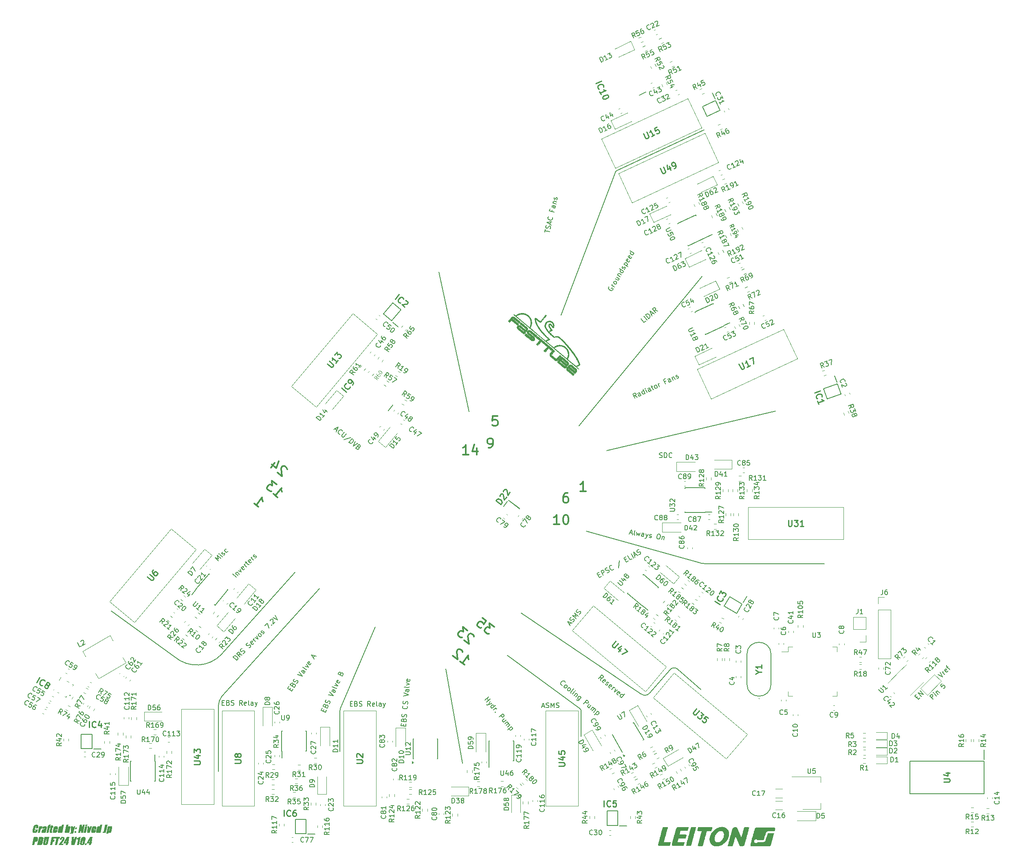
<source format=gbr>
%TF.GenerationSoftware,KiCad,Pcbnew,8.0.0*%
%TF.CreationDate,2024-03-07T18:38:19+01:00*%
%TF.ProjectId,PDU FT24,50445520-4654-4323-942e-6b696361645f,rev?*%
%TF.SameCoordinates,Original*%
%TF.FileFunction,Legend,Top*%
%TF.FilePolarity,Positive*%
%FSLAX46Y46*%
G04 Gerber Fmt 4.6, Leading zero omitted, Abs format (unit mm)*
G04 Created by KiCad (PCBNEW 8.0.0) date 2024-03-07 18:38:19*
%MOMM*%
%LPD*%
G01*
G04 APERTURE LIST*
%ADD10C,0.150000*%
%ADD11C,0.200000*%
%ADD12C,0.300000*%
%ADD13C,0.254000*%
%ADD14C,0.125000*%
%ADD15C,0.120000*%
%ADD16C,0.100000*%
%ADD17C,0.000000*%
%ADD18C,0.010000*%
G04 APERTURE END LIST*
D10*
X161822968Y-199800000D02*
X161814961Y-208275028D01*
X137199999Y-188100000D02*
G75*
G02*
X127507840Y-188643111I-5135859J4899740D01*
G01*
X226140289Y-196152232D02*
G75*
G02*
X224400001Y-196299999I-940289J752232D01*
G01*
X187300000Y-210700000D02*
X183800000Y-191100000D01*
X127507843Y-188643107D02*
X114300000Y-179100000D01*
X211500000Y-140500000D02*
X237100000Y-109500000D01*
X219411814Y-87429100D02*
X237500000Y-79000000D01*
X231956234Y-191134977D02*
X236800000Y-195400000D01*
X152500000Y-171000000D02*
X137200000Y-188100000D01*
X226140290Y-196152232D02*
X230400000Y-191300000D01*
X161900000Y-199400000D02*
X169200000Y-182400000D01*
X161823658Y-199800000D02*
G75*
G02*
X161900641Y-199400259I1076342J0D01*
G01*
X213000000Y-162500000D02*
X236700000Y-169100000D01*
X219000002Y-87900000D02*
G75*
G02*
X219411819Y-87429111I673398J-173400D01*
G01*
X237700000Y-169226164D02*
X262476338Y-169216283D01*
X224400000Y-196300000D02*
X199500000Y-179500000D01*
X188600000Y-137600000D02*
X182400000Y-108500000D01*
X211600000Y-199300002D02*
G75*
G02*
X211930392Y-199813820I-283300J-545298D01*
G01*
X137300000Y-196800000D02*
X157600000Y-174400000D01*
X136557846Y-198900000D02*
X136552692Y-212443833D01*
X230400000Y-191300000D02*
G75*
G02*
X231956229Y-191134983I855300J-645400D01*
G01*
X211600000Y-199300000D02*
X196600000Y-188300000D01*
X217300000Y-145700000D02*
X252300000Y-137500000D01*
X211930386Y-199813820D02*
X211925238Y-205125846D01*
X237700000Y-169226164D02*
G75*
G02*
X236699999Y-169100003I0J4026264D01*
G01*
X136557846Y-198900000D02*
G75*
G02*
X137300001Y-196800001I3342154J0D01*
G01*
X207800000Y-117500000D02*
X219000000Y-87900000D01*
D11*
X136567508Y-168644711D02*
X135860401Y-167937604D01*
X135860401Y-167937604D02*
X136601179Y-168206978D01*
X136601179Y-168206978D02*
X136331805Y-167466199D01*
X136331805Y-167466199D02*
X137038912Y-168173306D01*
X137375630Y-167836589D02*
X136904225Y-167365184D01*
X136668523Y-167129482D02*
X136668523Y-167196826D01*
X136668523Y-167196826D02*
X136735866Y-167196826D01*
X136735866Y-167196826D02*
X136735866Y-167129482D01*
X136735866Y-167129482D02*
X136668523Y-167129482D01*
X136668523Y-167129482D02*
X136735866Y-167196826D01*
X137645003Y-167499872D02*
X137746019Y-167466200D01*
X137746019Y-167466200D02*
X137880706Y-167331513D01*
X137880706Y-167331513D02*
X137914377Y-167230498D01*
X137914377Y-167230498D02*
X137880706Y-167129482D01*
X137880706Y-167129482D02*
X137847034Y-167095811D01*
X137847034Y-167095811D02*
X137746019Y-167062139D01*
X137746019Y-167062139D02*
X137645003Y-167095811D01*
X137645003Y-167095811D02*
X137543988Y-167196826D01*
X137543988Y-167196826D02*
X137442973Y-167230498D01*
X137442973Y-167230498D02*
X137341957Y-167196826D01*
X137341957Y-167196826D02*
X137308286Y-167163154D01*
X137308286Y-167163154D02*
X137274614Y-167062139D01*
X137274614Y-167062139D02*
X137308286Y-166961124D01*
X137308286Y-166961124D02*
X137409301Y-166860108D01*
X137409301Y-166860108D02*
X137510316Y-166826437D01*
X138554141Y-166590734D02*
X138520469Y-166691749D01*
X138520469Y-166691749D02*
X138385782Y-166826436D01*
X138385782Y-166826436D02*
X138284767Y-166860108D01*
X138284767Y-166860108D02*
X138217423Y-166860108D01*
X138217423Y-166860108D02*
X138116408Y-166826436D01*
X138116408Y-166826436D02*
X137914377Y-166624406D01*
X137914377Y-166624406D02*
X137880706Y-166523391D01*
X137880706Y-166523391D02*
X137880706Y-166456047D01*
X137880706Y-166456047D02*
X137914377Y-166355032D01*
X137914377Y-166355032D02*
X138049064Y-166220345D01*
X138049064Y-166220345D02*
X138150080Y-166186673D01*
D12*
X194525939Y-138539638D02*
X193573558Y-138539638D01*
X193573558Y-138539638D02*
X193478320Y-139492019D01*
X193478320Y-139492019D02*
X193573558Y-139396780D01*
X193573558Y-139396780D02*
X193764034Y-139301542D01*
X193764034Y-139301542D02*
X194240225Y-139301542D01*
X194240225Y-139301542D02*
X194430701Y-139396780D01*
X194430701Y-139396780D02*
X194525939Y-139492019D01*
X194525939Y-139492019D02*
X194621177Y-139682495D01*
X194621177Y-139682495D02*
X194621177Y-140158685D01*
X194621177Y-140158685D02*
X194525939Y-140349161D01*
X194525939Y-140349161D02*
X194430701Y-140444400D01*
X194430701Y-140444400D02*
X194240225Y-140539638D01*
X194240225Y-140539638D02*
X193764034Y-140539638D01*
X193764034Y-140539638D02*
X193573558Y-140444400D01*
X193573558Y-140444400D02*
X193478320Y-140349161D01*
D11*
X163969673Y-198343409D02*
X164303006Y-198343409D01*
X164445863Y-198867219D02*
X163969673Y-198867219D01*
X163969673Y-198867219D02*
X163969673Y-197867219D01*
X163969673Y-197867219D02*
X164445863Y-197867219D01*
X165207768Y-198343409D02*
X165350625Y-198391028D01*
X165350625Y-198391028D02*
X165398244Y-198438647D01*
X165398244Y-198438647D02*
X165445863Y-198533885D01*
X165445863Y-198533885D02*
X165445863Y-198676742D01*
X165445863Y-198676742D02*
X165398244Y-198771980D01*
X165398244Y-198771980D02*
X165350625Y-198819600D01*
X165350625Y-198819600D02*
X165255387Y-198867219D01*
X165255387Y-198867219D02*
X164874435Y-198867219D01*
X164874435Y-198867219D02*
X164874435Y-197867219D01*
X164874435Y-197867219D02*
X165207768Y-197867219D01*
X165207768Y-197867219D02*
X165303006Y-197914838D01*
X165303006Y-197914838D02*
X165350625Y-197962457D01*
X165350625Y-197962457D02*
X165398244Y-198057695D01*
X165398244Y-198057695D02*
X165398244Y-198152933D01*
X165398244Y-198152933D02*
X165350625Y-198248171D01*
X165350625Y-198248171D02*
X165303006Y-198295790D01*
X165303006Y-198295790D02*
X165207768Y-198343409D01*
X165207768Y-198343409D02*
X164874435Y-198343409D01*
X165826816Y-198819600D02*
X165969673Y-198867219D01*
X165969673Y-198867219D02*
X166207768Y-198867219D01*
X166207768Y-198867219D02*
X166303006Y-198819600D01*
X166303006Y-198819600D02*
X166350625Y-198771980D01*
X166350625Y-198771980D02*
X166398244Y-198676742D01*
X166398244Y-198676742D02*
X166398244Y-198581504D01*
X166398244Y-198581504D02*
X166350625Y-198486266D01*
X166350625Y-198486266D02*
X166303006Y-198438647D01*
X166303006Y-198438647D02*
X166207768Y-198391028D01*
X166207768Y-198391028D02*
X166017292Y-198343409D01*
X166017292Y-198343409D02*
X165922054Y-198295790D01*
X165922054Y-198295790D02*
X165874435Y-198248171D01*
X165874435Y-198248171D02*
X165826816Y-198152933D01*
X165826816Y-198152933D02*
X165826816Y-198057695D01*
X165826816Y-198057695D02*
X165874435Y-197962457D01*
X165874435Y-197962457D02*
X165922054Y-197914838D01*
X165922054Y-197914838D02*
X166017292Y-197867219D01*
X166017292Y-197867219D02*
X166255387Y-197867219D01*
X166255387Y-197867219D02*
X166398244Y-197914838D01*
X168160149Y-198867219D02*
X167826816Y-198391028D01*
X167588721Y-198867219D02*
X167588721Y-197867219D01*
X167588721Y-197867219D02*
X167969673Y-197867219D01*
X167969673Y-197867219D02*
X168064911Y-197914838D01*
X168064911Y-197914838D02*
X168112530Y-197962457D01*
X168112530Y-197962457D02*
X168160149Y-198057695D01*
X168160149Y-198057695D02*
X168160149Y-198200552D01*
X168160149Y-198200552D02*
X168112530Y-198295790D01*
X168112530Y-198295790D02*
X168064911Y-198343409D01*
X168064911Y-198343409D02*
X167969673Y-198391028D01*
X167969673Y-198391028D02*
X167588721Y-198391028D01*
X168969673Y-198819600D02*
X168874435Y-198867219D01*
X168874435Y-198867219D02*
X168683959Y-198867219D01*
X168683959Y-198867219D02*
X168588721Y-198819600D01*
X168588721Y-198819600D02*
X168541102Y-198724361D01*
X168541102Y-198724361D02*
X168541102Y-198343409D01*
X168541102Y-198343409D02*
X168588721Y-198248171D01*
X168588721Y-198248171D02*
X168683959Y-198200552D01*
X168683959Y-198200552D02*
X168874435Y-198200552D01*
X168874435Y-198200552D02*
X168969673Y-198248171D01*
X168969673Y-198248171D02*
X169017292Y-198343409D01*
X169017292Y-198343409D02*
X169017292Y-198438647D01*
X169017292Y-198438647D02*
X168541102Y-198533885D01*
X169588721Y-198867219D02*
X169493483Y-198819600D01*
X169493483Y-198819600D02*
X169445864Y-198724361D01*
X169445864Y-198724361D02*
X169445864Y-197867219D01*
X170398245Y-198867219D02*
X170398245Y-198343409D01*
X170398245Y-198343409D02*
X170350626Y-198248171D01*
X170350626Y-198248171D02*
X170255388Y-198200552D01*
X170255388Y-198200552D02*
X170064912Y-198200552D01*
X170064912Y-198200552D02*
X169969674Y-198248171D01*
X170398245Y-198819600D02*
X170303007Y-198867219D01*
X170303007Y-198867219D02*
X170064912Y-198867219D01*
X170064912Y-198867219D02*
X169969674Y-198819600D01*
X169969674Y-198819600D02*
X169922055Y-198724361D01*
X169922055Y-198724361D02*
X169922055Y-198629123D01*
X169922055Y-198629123D02*
X169969674Y-198533885D01*
X169969674Y-198533885D02*
X170064912Y-198486266D01*
X170064912Y-198486266D02*
X170303007Y-198486266D01*
X170303007Y-198486266D02*
X170398245Y-198438647D01*
X170779198Y-198200552D02*
X171017293Y-198867219D01*
X171255388Y-198200552D02*
X171017293Y-198867219D01*
X171017293Y-198867219D02*
X170922055Y-199105314D01*
X170922055Y-199105314D02*
X170874436Y-199152933D01*
X170874436Y-199152933D02*
X170779198Y-199200552D01*
X223596812Y-134581932D02*
X223093462Y-134291230D01*
X223078922Y-134823428D02*
X222656303Y-133917121D01*
X222656303Y-133917121D02*
X223001563Y-133756123D01*
X223001563Y-133756123D02*
X223108003Y-133759031D01*
X223108003Y-133759031D02*
X223171285Y-133782064D01*
X223171285Y-133782064D02*
X223254692Y-133848255D01*
X223254692Y-133848255D02*
X223315066Y-133977727D01*
X223315066Y-133977727D02*
X223312158Y-134084167D01*
X223312158Y-134084167D02*
X223289125Y-134147449D01*
X223289125Y-134147449D02*
X223222935Y-134230856D01*
X223222935Y-134230856D02*
X222877675Y-134391853D01*
X224373647Y-134219688D02*
X224152276Y-133744955D01*
X224152276Y-133744955D02*
X224068869Y-133678765D01*
X224068869Y-133678765D02*
X223962429Y-133675857D01*
X223962429Y-133675857D02*
X223789799Y-133756356D01*
X223789799Y-133756356D02*
X223723609Y-133839762D01*
X224353522Y-134176531D02*
X224287332Y-134259937D01*
X224287332Y-134259937D02*
X224071544Y-134360561D01*
X224071544Y-134360561D02*
X223965105Y-134357653D01*
X223965105Y-134357653D02*
X223881698Y-134291462D01*
X223881698Y-134291462D02*
X223841448Y-134205147D01*
X223841448Y-134205147D02*
X223844357Y-134098708D01*
X223844357Y-134098708D02*
X223910547Y-134015301D01*
X223910547Y-134015301D02*
X224126335Y-133914677D01*
X224126335Y-133914677D02*
X224192525Y-133831270D01*
X225193640Y-133837319D02*
X224771022Y-132931011D01*
X225173515Y-133794162D02*
X225107325Y-133877568D01*
X225107325Y-133877568D02*
X224934695Y-133958067D01*
X224934695Y-133958067D02*
X224828255Y-133955159D01*
X224828255Y-133955159D02*
X224764973Y-133932126D01*
X224764973Y-133932126D02*
X224681566Y-133865936D01*
X224681566Y-133865936D02*
X224560818Y-133606991D01*
X224560818Y-133606991D02*
X224563726Y-133500551D01*
X224563726Y-133500551D02*
X224586759Y-133437269D01*
X224586759Y-133437269D02*
X224652949Y-133353862D01*
X224652949Y-133353862D02*
X224825579Y-133273363D01*
X224825579Y-133273363D02*
X224932019Y-133276271D01*
X225625215Y-133636072D02*
X225343470Y-133031867D01*
X225202597Y-132729764D02*
X225179564Y-132793047D01*
X225179564Y-132793047D02*
X225242846Y-132816080D01*
X225242846Y-132816080D02*
X225265879Y-132752797D01*
X225265879Y-132752797D02*
X225202597Y-132729764D01*
X225202597Y-132729764D02*
X225242846Y-132816080D01*
X226445207Y-133253704D02*
X226223836Y-132778971D01*
X226223836Y-132778971D02*
X226140429Y-132712781D01*
X226140429Y-132712781D02*
X226033989Y-132709872D01*
X226033989Y-132709872D02*
X225861359Y-132790371D01*
X225861359Y-132790371D02*
X225795169Y-132873778D01*
X226425083Y-133210546D02*
X226358892Y-133293953D01*
X226358892Y-133293953D02*
X226143105Y-133394576D01*
X226143105Y-133394576D02*
X226036665Y-133391668D01*
X226036665Y-133391668D02*
X225953258Y-133325478D01*
X225953258Y-133325478D02*
X225913009Y-133239163D01*
X225913009Y-133239163D02*
X225915917Y-133132723D01*
X225915917Y-133132723D02*
X225982107Y-133049316D01*
X225982107Y-133049316D02*
X226197895Y-132948693D01*
X226197895Y-132948693D02*
X226264085Y-132865286D01*
X226465565Y-132508626D02*
X226810825Y-132347628D01*
X226454164Y-132146149D02*
X226816409Y-132922984D01*
X226816409Y-132922984D02*
X226899815Y-132989175D01*
X226899815Y-132989175D02*
X227006255Y-132992083D01*
X227006255Y-132992083D02*
X227092570Y-132951833D01*
X227524146Y-132750586D02*
X227417706Y-132747678D01*
X227417706Y-132747678D02*
X227354424Y-132724645D01*
X227354424Y-132724645D02*
X227271017Y-132658455D01*
X227271017Y-132658455D02*
X227150269Y-132399510D01*
X227150269Y-132399510D02*
X227153177Y-132293070D01*
X227153177Y-132293070D02*
X227176210Y-132229788D01*
X227176210Y-132229788D02*
X227242400Y-132146381D01*
X227242400Y-132146381D02*
X227371873Y-132086007D01*
X227371873Y-132086007D02*
X227478312Y-132088915D01*
X227478312Y-132088915D02*
X227541595Y-132111948D01*
X227541595Y-132111948D02*
X227625002Y-132178138D01*
X227625002Y-132178138D02*
X227745750Y-132437084D01*
X227745750Y-132437084D02*
X227742841Y-132543523D01*
X227742841Y-132543523D02*
X227719809Y-132606805D01*
X227719809Y-132606805D02*
X227653618Y-132690212D01*
X227653618Y-132690212D02*
X227524146Y-132750586D01*
X228214666Y-132428591D02*
X227932920Y-131824386D01*
X228013419Y-131997016D02*
X228016327Y-131890577D01*
X228016327Y-131890577D02*
X228039360Y-131827294D01*
X228039360Y-131827294D02*
X228105551Y-131743888D01*
X228105551Y-131743888D02*
X228191866Y-131703638D01*
X229546966Y-131229370D02*
X229244863Y-131370243D01*
X229466234Y-131844976D02*
X229043616Y-130938668D01*
X229043616Y-130938668D02*
X229475191Y-130737421D01*
X230631487Y-131301609D02*
X230410116Y-130826876D01*
X230410116Y-130826876D02*
X230326709Y-130760686D01*
X230326709Y-130760686D02*
X230220269Y-130757778D01*
X230220269Y-130757778D02*
X230047639Y-130838277D01*
X230047639Y-130838277D02*
X229981449Y-130921684D01*
X230611363Y-131258452D02*
X230545172Y-131341858D01*
X230545172Y-131341858D02*
X230329385Y-131442482D01*
X230329385Y-131442482D02*
X230222945Y-131439574D01*
X230222945Y-131439574D02*
X230139538Y-131373383D01*
X230139538Y-131373383D02*
X230099289Y-131287068D01*
X230099289Y-131287068D02*
X230102197Y-131180629D01*
X230102197Y-131180629D02*
X230168387Y-131097222D01*
X230168387Y-131097222D02*
X230384175Y-130996598D01*
X230384175Y-130996598D02*
X230450365Y-130913191D01*
X230781317Y-130496157D02*
X231063063Y-131100362D01*
X230821567Y-130582472D02*
X230844599Y-130519190D01*
X230844599Y-130519190D02*
X230910790Y-130435783D01*
X230910790Y-130435783D02*
X231040262Y-130375409D01*
X231040262Y-130375409D02*
X231146702Y-130378317D01*
X231146702Y-130378317D02*
X231230109Y-130444508D01*
X231230109Y-130444508D02*
X231451480Y-130919240D01*
X231819773Y-130694961D02*
X231926213Y-130697869D01*
X231926213Y-130697869D02*
X232098843Y-130617370D01*
X232098843Y-130617370D02*
X232165033Y-130533963D01*
X232165033Y-130533963D02*
X232167942Y-130427523D01*
X232167942Y-130427523D02*
X232147817Y-130384366D01*
X232147817Y-130384366D02*
X232064410Y-130318176D01*
X232064410Y-130318176D02*
X231957970Y-130315267D01*
X231957970Y-130315267D02*
X231828498Y-130375641D01*
X231828498Y-130375641D02*
X231722058Y-130372733D01*
X231722058Y-130372733D02*
X231638651Y-130306543D01*
X231638651Y-130306543D02*
X231618527Y-130263385D01*
X231618527Y-130263385D02*
X231621435Y-130156946D01*
X231621435Y-130156946D02*
X231687625Y-130073539D01*
X231687625Y-130073539D02*
X231817098Y-130013165D01*
X231817098Y-130013165D02*
X231923537Y-130016073D01*
X216006275Y-193503212D02*
X216057016Y-192924166D01*
X215568536Y-193135905D02*
X216211323Y-192369860D01*
X216211323Y-192369860D02*
X216503150Y-192614732D01*
X216503150Y-192614732D02*
X216545497Y-192712428D01*
X216545497Y-192712428D02*
X216551367Y-192779515D01*
X216551367Y-192779515D02*
X216526627Y-192883081D01*
X216526627Y-192883081D02*
X216434800Y-192992516D01*
X216434800Y-192992516D02*
X216337104Y-193034863D01*
X216337104Y-193034863D02*
X216270017Y-193040733D01*
X216270017Y-193040733D02*
X216166451Y-193015993D01*
X216166451Y-193015993D02*
X215874625Y-192771122D01*
X216657015Y-193987086D02*
X216553450Y-193962346D01*
X216553450Y-193962346D02*
X216407537Y-193839910D01*
X216407537Y-193839910D02*
X216365189Y-193742214D01*
X216365189Y-193742214D02*
X216389929Y-193638649D01*
X216389929Y-193638649D02*
X216634800Y-193346822D01*
X216634800Y-193346822D02*
X216732496Y-193304474D01*
X216732496Y-193304474D02*
X216836062Y-193329214D01*
X216836062Y-193329214D02*
X216981975Y-193451650D01*
X216981975Y-193451650D02*
X217024323Y-193549346D01*
X217024323Y-193549346D02*
X216999583Y-193652911D01*
X216999583Y-193652911D02*
X216938365Y-193725868D01*
X216938365Y-193725868D02*
X216512364Y-193492735D01*
X216985320Y-194262566D02*
X217027668Y-194360262D01*
X217027668Y-194360262D02*
X217173581Y-194482698D01*
X217173581Y-194482698D02*
X217277147Y-194507438D01*
X217277147Y-194507438D02*
X217374843Y-194465090D01*
X217374843Y-194465090D02*
X217405452Y-194428612D01*
X217405452Y-194428612D02*
X217430191Y-194325046D01*
X217430191Y-194325046D02*
X217387844Y-194227350D01*
X217387844Y-194227350D02*
X217278409Y-194135523D01*
X217278409Y-194135523D02*
X217236061Y-194037827D01*
X217236061Y-194037827D02*
X217260801Y-193934261D01*
X217260801Y-193934261D02*
X217291410Y-193897783D01*
X217291410Y-193897783D02*
X217389106Y-193855435D01*
X217389106Y-193855435D02*
X217492671Y-193880175D01*
X217492671Y-193880175D02*
X217602106Y-193972002D01*
X217602106Y-193972002D02*
X217644454Y-194069698D01*
X217933756Y-195058398D02*
X217830191Y-195033659D01*
X217830191Y-195033659D02*
X217684278Y-194911223D01*
X217684278Y-194911223D02*
X217641930Y-194813527D01*
X217641930Y-194813527D02*
X217666670Y-194709961D01*
X217666670Y-194709961D02*
X217911541Y-194418135D01*
X217911541Y-194418135D02*
X218009237Y-194375787D01*
X218009237Y-194375787D02*
X218112803Y-194400527D01*
X218112803Y-194400527D02*
X218258716Y-194522963D01*
X218258716Y-194522963D02*
X218301064Y-194620659D01*
X218301064Y-194620659D02*
X218276324Y-194724224D01*
X218276324Y-194724224D02*
X218215106Y-194797181D01*
X218215106Y-194797181D02*
X217789105Y-194564048D01*
X218267931Y-195400966D02*
X218696456Y-194890270D01*
X218574020Y-195036183D02*
X218671716Y-194993835D01*
X218671716Y-194993835D02*
X218738803Y-194987966D01*
X218738803Y-194987966D02*
X218842369Y-195012706D01*
X218842369Y-195012706D02*
X218915326Y-195073923D01*
X219097717Y-195226968D02*
X218851584Y-195890709D01*
X218851584Y-195890709D02*
X219462500Y-195533058D01*
X219648237Y-196497019D02*
X219544672Y-196472279D01*
X219544672Y-196472279D02*
X219398759Y-196349844D01*
X219398759Y-196349844D02*
X219356411Y-196252147D01*
X219356411Y-196252147D02*
X219381151Y-196148582D01*
X219381151Y-196148582D02*
X219626022Y-195856755D01*
X219626022Y-195856755D02*
X219723718Y-195814408D01*
X219723718Y-195814408D02*
X219827284Y-195839147D01*
X219827284Y-195839147D02*
X219973197Y-195961583D01*
X219973197Y-195961583D02*
X220015545Y-196059279D01*
X220015545Y-196059279D02*
X219990805Y-196162845D01*
X219990805Y-196162845D02*
X219929587Y-196235801D01*
X219929587Y-196235801D02*
X219503586Y-196002669D01*
X220310716Y-197115067D02*
X220953504Y-196349023D01*
X220341325Y-197078589D02*
X220237760Y-197053849D01*
X220237760Y-197053849D02*
X220091847Y-196931413D01*
X220091847Y-196931413D02*
X220049499Y-196833717D01*
X220049499Y-196833717D02*
X220043630Y-196766630D01*
X220043630Y-196766630D02*
X220068369Y-196663064D01*
X220068369Y-196663064D02*
X220252023Y-196444195D01*
X220252023Y-196444195D02*
X220349719Y-196401847D01*
X220349719Y-196401847D02*
X220416806Y-196395977D01*
X220416806Y-196395977D02*
X220520372Y-196420717D01*
X220520372Y-196420717D02*
X220666285Y-196543153D01*
X220666285Y-196543153D02*
X220708633Y-196640849D01*
X158361157Y-199887475D02*
X158502030Y-199585372D01*
X159037137Y-199677271D02*
X158835890Y-200108846D01*
X158835890Y-200108846D02*
X157929582Y-199686228D01*
X157929582Y-199686228D02*
X158130829Y-199254653D01*
X158884399Y-198765379D02*
X158987930Y-198656031D01*
X158987930Y-198656031D02*
X159051213Y-198632999D01*
X159051213Y-198632999D02*
X159157652Y-198630090D01*
X159157652Y-198630090D02*
X159287125Y-198690464D01*
X159287125Y-198690464D02*
X159353315Y-198773871D01*
X159353315Y-198773871D02*
X159376348Y-198837153D01*
X159376348Y-198837153D02*
X159379256Y-198943593D01*
X159379256Y-198943593D02*
X159218259Y-199288853D01*
X159218259Y-199288853D02*
X158311951Y-198866235D01*
X158311951Y-198866235D02*
X158452824Y-198564132D01*
X158452824Y-198564132D02*
X158536231Y-198497942D01*
X158536231Y-198497942D02*
X158599513Y-198474909D01*
X158599513Y-198474909D02*
X158705952Y-198472001D01*
X158705952Y-198472001D02*
X158792267Y-198512250D01*
X158792267Y-198512250D02*
X158858458Y-198595657D01*
X158858458Y-198595657D02*
X158881491Y-198658939D01*
X158881491Y-198658939D02*
X158884399Y-198765379D01*
X158884399Y-198765379D02*
X158743526Y-199067482D01*
X159577595Y-198405578D02*
X159681126Y-198296230D01*
X159681126Y-198296230D02*
X159781750Y-198080443D01*
X159781750Y-198080443D02*
X159778842Y-197974003D01*
X159778842Y-197974003D02*
X159755809Y-197910721D01*
X159755809Y-197910721D02*
X159689618Y-197827314D01*
X159689618Y-197827314D02*
X159603303Y-197787065D01*
X159603303Y-197787065D02*
X159496864Y-197789973D01*
X159496864Y-197789973D02*
X159433581Y-197813006D01*
X159433581Y-197813006D02*
X159350175Y-197879196D01*
X159350175Y-197879196D02*
X159226518Y-198031701D01*
X159226518Y-198031701D02*
X159143111Y-198097892D01*
X159143111Y-198097892D02*
X159079829Y-198120925D01*
X159079829Y-198120925D02*
X158973390Y-198123833D01*
X158973390Y-198123833D02*
X158887075Y-198083583D01*
X158887075Y-198083583D02*
X158820884Y-198000177D01*
X158820884Y-198000177D02*
X158797851Y-197936894D01*
X158797851Y-197936894D02*
X158794943Y-197830455D01*
X158794943Y-197830455D02*
X158895567Y-197614667D01*
X158895567Y-197614667D02*
X158999098Y-197505319D01*
X159398684Y-196535729D02*
X160445864Y-196656245D01*
X160445864Y-196656245D02*
X159680429Y-195931524D01*
X160908732Y-195663622D02*
X160433999Y-195442250D01*
X160433999Y-195442250D02*
X160327560Y-195445158D01*
X160327560Y-195445158D02*
X160244153Y-195511349D01*
X160244153Y-195511349D02*
X160163654Y-195683979D01*
X160163654Y-195683979D02*
X160166562Y-195790419D01*
X160865574Y-195643497D02*
X160868483Y-195749937D01*
X160868483Y-195749937D02*
X160767859Y-195965724D01*
X160767859Y-195965724D02*
X160684452Y-196031915D01*
X160684452Y-196031915D02*
X160578013Y-196034823D01*
X160578013Y-196034823D02*
X160491698Y-195994573D01*
X160491698Y-195994573D02*
X160425507Y-195911167D01*
X160425507Y-195911167D02*
X160422599Y-195804727D01*
X160422599Y-195804727D02*
X160523222Y-195588939D01*
X160523222Y-195588939D02*
X160520314Y-195482500D01*
X161170353Y-195102574D02*
X161086946Y-195168764D01*
X161086946Y-195168764D02*
X160980506Y-195171672D01*
X160980506Y-195171672D02*
X160203671Y-194809428D01*
X160686896Y-194561883D02*
X161391724Y-194627841D01*
X161391724Y-194627841D02*
X160888143Y-194130308D01*
X161771185Y-193701408D02*
X161774093Y-193807848D01*
X161774093Y-193807848D02*
X161693595Y-193980478D01*
X161693595Y-193980478D02*
X161610188Y-194046668D01*
X161610188Y-194046668D02*
X161503748Y-194049576D01*
X161503748Y-194049576D02*
X161158488Y-193888579D01*
X161158488Y-193888579D02*
X161092298Y-193805172D01*
X161092298Y-193805172D02*
X161089390Y-193698732D01*
X161089390Y-193698732D02*
X161169888Y-193526102D01*
X161169888Y-193526102D02*
X161253295Y-193459912D01*
X161253295Y-193459912D02*
X161359735Y-193457004D01*
X161359735Y-193457004D02*
X161446050Y-193497253D01*
X161446050Y-193497253D02*
X161331118Y-193969078D01*
X162003725Y-192075963D02*
X162107256Y-191966615D01*
X162107256Y-191966615D02*
X162170538Y-191943582D01*
X162170538Y-191943582D02*
X162276978Y-191940674D01*
X162276978Y-191940674D02*
X162406451Y-192001048D01*
X162406451Y-192001048D02*
X162472641Y-192084455D01*
X162472641Y-192084455D02*
X162495674Y-192147737D01*
X162495674Y-192147737D02*
X162498582Y-192254177D01*
X162498582Y-192254177D02*
X162337585Y-192599437D01*
X162337585Y-192599437D02*
X161431277Y-192176819D01*
X161431277Y-192176819D02*
X161572150Y-191874716D01*
X161572150Y-191874716D02*
X161655556Y-191808526D01*
X161655556Y-191808526D02*
X161718839Y-191785493D01*
X161718839Y-191785493D02*
X161825278Y-191782585D01*
X161825278Y-191782585D02*
X161911593Y-191822834D01*
X161911593Y-191822834D02*
X161977784Y-191906241D01*
X161977784Y-191906241D02*
X162000817Y-191969523D01*
X162000817Y-191969523D02*
X162003725Y-192075963D01*
X162003725Y-192075963D02*
X161862852Y-192378066D01*
X137369673Y-198143409D02*
X137703006Y-198143409D01*
X137845863Y-198667219D02*
X137369673Y-198667219D01*
X137369673Y-198667219D02*
X137369673Y-197667219D01*
X137369673Y-197667219D02*
X137845863Y-197667219D01*
X138607768Y-198143409D02*
X138750625Y-198191028D01*
X138750625Y-198191028D02*
X138798244Y-198238647D01*
X138798244Y-198238647D02*
X138845863Y-198333885D01*
X138845863Y-198333885D02*
X138845863Y-198476742D01*
X138845863Y-198476742D02*
X138798244Y-198571980D01*
X138798244Y-198571980D02*
X138750625Y-198619600D01*
X138750625Y-198619600D02*
X138655387Y-198667219D01*
X138655387Y-198667219D02*
X138274435Y-198667219D01*
X138274435Y-198667219D02*
X138274435Y-197667219D01*
X138274435Y-197667219D02*
X138607768Y-197667219D01*
X138607768Y-197667219D02*
X138703006Y-197714838D01*
X138703006Y-197714838D02*
X138750625Y-197762457D01*
X138750625Y-197762457D02*
X138798244Y-197857695D01*
X138798244Y-197857695D02*
X138798244Y-197952933D01*
X138798244Y-197952933D02*
X138750625Y-198048171D01*
X138750625Y-198048171D02*
X138703006Y-198095790D01*
X138703006Y-198095790D02*
X138607768Y-198143409D01*
X138607768Y-198143409D02*
X138274435Y-198143409D01*
X139226816Y-198619600D02*
X139369673Y-198667219D01*
X139369673Y-198667219D02*
X139607768Y-198667219D01*
X139607768Y-198667219D02*
X139703006Y-198619600D01*
X139703006Y-198619600D02*
X139750625Y-198571980D01*
X139750625Y-198571980D02*
X139798244Y-198476742D01*
X139798244Y-198476742D02*
X139798244Y-198381504D01*
X139798244Y-198381504D02*
X139750625Y-198286266D01*
X139750625Y-198286266D02*
X139703006Y-198238647D01*
X139703006Y-198238647D02*
X139607768Y-198191028D01*
X139607768Y-198191028D02*
X139417292Y-198143409D01*
X139417292Y-198143409D02*
X139322054Y-198095790D01*
X139322054Y-198095790D02*
X139274435Y-198048171D01*
X139274435Y-198048171D02*
X139226816Y-197952933D01*
X139226816Y-197952933D02*
X139226816Y-197857695D01*
X139226816Y-197857695D02*
X139274435Y-197762457D01*
X139274435Y-197762457D02*
X139322054Y-197714838D01*
X139322054Y-197714838D02*
X139417292Y-197667219D01*
X139417292Y-197667219D02*
X139655387Y-197667219D01*
X139655387Y-197667219D02*
X139798244Y-197714838D01*
X141560149Y-198667219D02*
X141226816Y-198191028D01*
X140988721Y-198667219D02*
X140988721Y-197667219D01*
X140988721Y-197667219D02*
X141369673Y-197667219D01*
X141369673Y-197667219D02*
X141464911Y-197714838D01*
X141464911Y-197714838D02*
X141512530Y-197762457D01*
X141512530Y-197762457D02*
X141560149Y-197857695D01*
X141560149Y-197857695D02*
X141560149Y-198000552D01*
X141560149Y-198000552D02*
X141512530Y-198095790D01*
X141512530Y-198095790D02*
X141464911Y-198143409D01*
X141464911Y-198143409D02*
X141369673Y-198191028D01*
X141369673Y-198191028D02*
X140988721Y-198191028D01*
X142369673Y-198619600D02*
X142274435Y-198667219D01*
X142274435Y-198667219D02*
X142083959Y-198667219D01*
X142083959Y-198667219D02*
X141988721Y-198619600D01*
X141988721Y-198619600D02*
X141941102Y-198524361D01*
X141941102Y-198524361D02*
X141941102Y-198143409D01*
X141941102Y-198143409D02*
X141988721Y-198048171D01*
X141988721Y-198048171D02*
X142083959Y-198000552D01*
X142083959Y-198000552D02*
X142274435Y-198000552D01*
X142274435Y-198000552D02*
X142369673Y-198048171D01*
X142369673Y-198048171D02*
X142417292Y-198143409D01*
X142417292Y-198143409D02*
X142417292Y-198238647D01*
X142417292Y-198238647D02*
X141941102Y-198333885D01*
X142988721Y-198667219D02*
X142893483Y-198619600D01*
X142893483Y-198619600D02*
X142845864Y-198524361D01*
X142845864Y-198524361D02*
X142845864Y-197667219D01*
X143798245Y-198667219D02*
X143798245Y-198143409D01*
X143798245Y-198143409D02*
X143750626Y-198048171D01*
X143750626Y-198048171D02*
X143655388Y-198000552D01*
X143655388Y-198000552D02*
X143464912Y-198000552D01*
X143464912Y-198000552D02*
X143369674Y-198048171D01*
X143798245Y-198619600D02*
X143703007Y-198667219D01*
X143703007Y-198667219D02*
X143464912Y-198667219D01*
X143464912Y-198667219D02*
X143369674Y-198619600D01*
X143369674Y-198619600D02*
X143322055Y-198524361D01*
X143322055Y-198524361D02*
X143322055Y-198429123D01*
X143322055Y-198429123D02*
X143369674Y-198333885D01*
X143369674Y-198333885D02*
X143464912Y-198286266D01*
X143464912Y-198286266D02*
X143703007Y-198286266D01*
X143703007Y-198286266D02*
X143798245Y-198238647D01*
X144179198Y-198000552D02*
X144417293Y-198667219D01*
X144655388Y-198000552D02*
X144417293Y-198667219D01*
X144417293Y-198667219D02*
X144322055Y-198905314D01*
X144322055Y-198905314D02*
X144274436Y-198952933D01*
X144274436Y-198952933D02*
X144179198Y-199000552D01*
D12*
G36*
X99091434Y-224287107D02*
G01*
X98643370Y-224287107D01*
X98705286Y-223988886D01*
X98719643Y-223911710D01*
X98724337Y-223843073D01*
X98681838Y-223818161D01*
X98616259Y-223851866D01*
X98591135Y-223923019D01*
X98573137Y-224000032D01*
X98571563Y-224007571D01*
X98413660Y-224765945D01*
X98399869Y-224841439D01*
X98394975Y-224913224D01*
X98439672Y-224943632D01*
X98500488Y-224910293D01*
X98526003Y-224840032D01*
X98543993Y-224765253D01*
X98549214Y-224740666D01*
X98594644Y-224521580D01*
X99042707Y-224521580D01*
X99026221Y-224600715D01*
X99009151Y-224678458D01*
X98988337Y-224762092D01*
X98967162Y-224835190D01*
X98942003Y-224907156D01*
X98912648Y-224971842D01*
X98867468Y-225038117D01*
X98812979Y-225093236D01*
X98753548Y-225138631D01*
X98711147Y-225165282D01*
X98637691Y-225201667D01*
X98559106Y-225227656D01*
X98486137Y-225241868D01*
X98409240Y-225248122D01*
X98386549Y-225248447D01*
X98307308Y-225245081D01*
X98226021Y-225232991D01*
X98154626Y-225212108D01*
X98086130Y-225178105D01*
X98026353Y-225128918D01*
X97982251Y-225062745D01*
X97961843Y-224991619D01*
X97960833Y-224983932D01*
X97957749Y-224904771D01*
X97962482Y-224830059D01*
X97971507Y-224756866D01*
X97985116Y-224675224D01*
X97996737Y-224616102D01*
X98096755Y-224136165D01*
X98112502Y-224062599D01*
X98129813Y-223988743D01*
X98150421Y-223911749D01*
X98164166Y-223867986D01*
X98194219Y-223801045D01*
X98237667Y-223735958D01*
X98274075Y-223693597D01*
X98332904Y-223640160D01*
X98394499Y-223598944D01*
X98463822Y-223564740D01*
X98471179Y-223561706D01*
X98547478Y-223536203D01*
X98619758Y-223521327D01*
X98695457Y-223514101D01*
X98730198Y-223513346D01*
X98809992Y-223516975D01*
X98891697Y-223530009D01*
X98963282Y-223552523D01*
X99031716Y-223589183D01*
X99091408Y-223639966D01*
X99135746Y-223704175D01*
X99157745Y-223777128D01*
X99161559Y-223859123D01*
X99155595Y-223941567D01*
X99143801Y-224025989D01*
X99128809Y-224107476D01*
X99125872Y-224121877D01*
X99091434Y-224287107D01*
G37*
G36*
X99752355Y-223841608D02*
G01*
X99679815Y-224049337D01*
X99720395Y-223985996D01*
X99773461Y-223923210D01*
X99831292Y-223874850D01*
X99904785Y-223836662D01*
X99984765Y-223818109D01*
X99996720Y-223817062D01*
X99889375Y-224334002D01*
X99815379Y-224337378D01*
X99742489Y-224351443D01*
X99714986Y-224362578D01*
X99656412Y-224410025D01*
X99637316Y-224442812D01*
X99614576Y-224514900D01*
X99596254Y-224589977D01*
X99580000Y-224663918D01*
X99575034Y-224687543D01*
X99463293Y-225225000D01*
X99032449Y-225225000D01*
X99320045Y-223841608D01*
X99752355Y-223841608D01*
G37*
G36*
X100602202Y-223820878D02*
G01*
X100679204Y-223830919D01*
X100753381Y-223851452D01*
X100819205Y-223886103D01*
X100831297Y-223895464D01*
X100884105Y-223952635D01*
X100916236Y-224024188D01*
X100922889Y-224084141D01*
X100916793Y-224164757D01*
X100906644Y-224238465D01*
X100894467Y-224312088D01*
X100878909Y-224396803D01*
X100864028Y-224472560D01*
X100851448Y-224534036D01*
X100707833Y-225225000D01*
X100287979Y-225225000D01*
X100305198Y-225141102D01*
X100249184Y-225189463D01*
X100213974Y-225210345D01*
X100145940Y-225237693D01*
X100070984Y-225248298D01*
X100060467Y-225248447D01*
X99981659Y-225239276D01*
X99911197Y-225211765D01*
X99868859Y-225183234D01*
X99828251Y-225120694D01*
X99817052Y-225043186D01*
X99822046Y-224966512D01*
X99822389Y-224964515D01*
X100237055Y-224964515D01*
X100273325Y-224990526D01*
X100319853Y-224969277D01*
X100344178Y-224895620D01*
X100355757Y-224843614D01*
X100410345Y-224582397D01*
X100349718Y-224627977D01*
X100301273Y-224683204D01*
X100297871Y-224689375D01*
X100271287Y-224758450D01*
X100253175Y-224831891D01*
X100239910Y-224905211D01*
X100237055Y-224964515D01*
X99822389Y-224964515D01*
X99832955Y-224902965D01*
X99856402Y-224789392D01*
X99874629Y-224716829D01*
X99902306Y-224643578D01*
X99942698Y-224581273D01*
X99950191Y-224573604D01*
X100016326Y-224527545D01*
X100082913Y-224494206D01*
X100155940Y-224463306D01*
X100216538Y-224440247D01*
X100289881Y-224412216D01*
X100358030Y-224384364D01*
X100427221Y-224351152D01*
X100448447Y-224335101D01*
X100475100Y-224266064D01*
X100483618Y-224229221D01*
X100496491Y-224154940D01*
X100497173Y-224102093D01*
X100462735Y-224076081D01*
X100414009Y-224099162D01*
X100391198Y-224171765D01*
X100377739Y-224231786D01*
X100346964Y-224380896D01*
X99941399Y-224380896D01*
X99963014Y-224277215D01*
X99980531Y-224203576D01*
X100003576Y-224131242D01*
X100033329Y-224063922D01*
X100049842Y-224035415D01*
X100100521Y-223973728D01*
X100157629Y-223926730D01*
X100220590Y-223887859D01*
X100228262Y-223883740D01*
X100301974Y-223852039D01*
X100374308Y-223832570D01*
X100453054Y-223821299D01*
X100527215Y-223818161D01*
X100602202Y-223820878D01*
G37*
G36*
X101735851Y-223536793D02*
G01*
X101687124Y-223771266D01*
X101609063Y-223772392D01*
X101536021Y-223779638D01*
X101532885Y-223780792D01*
X101501744Y-223837944D01*
X101496249Y-223865055D01*
X101667341Y-223865055D01*
X101618981Y-224099528D01*
X101522260Y-224099528D01*
X101288154Y-225225000D01*
X100857309Y-225225000D01*
X101091416Y-224099528D01*
X101007519Y-224099528D01*
X101055879Y-223865055D01*
X101139776Y-223865055D01*
X101156837Y-223788847D01*
X101177450Y-223714508D01*
X101184839Y-223694330D01*
X101225662Y-223632407D01*
X101248953Y-223611165D01*
X101315156Y-223572382D01*
X101364357Y-223555844D01*
X101438810Y-223542821D01*
X101515411Y-223537705D01*
X101572452Y-223536793D01*
X101735851Y-223536793D01*
G37*
G36*
X102228244Y-223654030D02*
G01*
X102184281Y-223865055D01*
X102294190Y-223865055D01*
X102245830Y-224099528D01*
X102135921Y-224099528D01*
X101982780Y-224835921D01*
X101968002Y-224912562D01*
X101962630Y-224979535D01*
X102035349Y-224990000D01*
X102077669Y-224990526D01*
X102028942Y-225225000D01*
X101855286Y-225225000D01*
X101775458Y-225223783D01*
X101700445Y-225219112D01*
X101655251Y-225212543D01*
X101586030Y-225181678D01*
X101556699Y-225153925D01*
X101522288Y-225088131D01*
X101517864Y-225049511D01*
X101526389Y-224970070D01*
X101540535Y-224888933D01*
X101556225Y-224809557D01*
X101561461Y-224784263D01*
X101703977Y-224099528D01*
X101616416Y-224099528D01*
X101664776Y-223865055D01*
X101752337Y-223865055D01*
X101796301Y-223654030D01*
X102228244Y-223654030D01*
G37*
G36*
X102910758Y-223822443D02*
G01*
X102984329Y-223835288D01*
X103056093Y-223859976D01*
X103103855Y-223886671D01*
X103164317Y-223938758D01*
X103206164Y-224001321D01*
X103228053Y-224067288D01*
X103236145Y-224145942D01*
X103233501Y-224221230D01*
X103224537Y-224296123D01*
X103209368Y-224379431D01*
X103170167Y-224568475D01*
X102642969Y-224568475D01*
X102582519Y-224857536D01*
X102569971Y-224930717D01*
X102569696Y-224969277D01*
X102604501Y-224990526D01*
X102665317Y-224959019D01*
X102692245Y-224888153D01*
X102706350Y-224827861D01*
X102745551Y-224638817D01*
X103155146Y-224638817D01*
X103131699Y-224752023D01*
X103115012Y-224825368D01*
X103093854Y-224898457D01*
X103075279Y-224946929D01*
X103037213Y-225012907D01*
X102988204Y-225073474D01*
X102970132Y-225092742D01*
X102910781Y-225145584D01*
X102844836Y-225187607D01*
X102797208Y-225209612D01*
X102725333Y-225231722D01*
X102652404Y-225243858D01*
X102572247Y-225248409D01*
X102563834Y-225248447D01*
X102485509Y-225244654D01*
X102407782Y-225231722D01*
X102338886Y-225209612D01*
X102271087Y-225172864D01*
X102216871Y-225122334D01*
X102202233Y-225101535D01*
X102170338Y-225034226D01*
X102155027Y-224961443D01*
X102154239Y-224951325D01*
X102156355Y-224873215D01*
X102166130Y-224797165D01*
X102180983Y-224716852D01*
X102260596Y-224334002D01*
X102691329Y-224334002D01*
X102786584Y-224334002D01*
X102806734Y-224238014D01*
X102820836Y-224162973D01*
X102825785Y-224102459D01*
X102798307Y-224076081D01*
X102748848Y-224099895D01*
X102726165Y-224172331D01*
X102710380Y-224243143D01*
X102691329Y-224334002D01*
X102260596Y-224334002D01*
X102263415Y-224320446D01*
X102281342Y-224245198D01*
X102305694Y-224168044D01*
X102334167Y-224100323D01*
X102371127Y-224035415D01*
X102420099Y-223974492D01*
X102479089Y-223923158D01*
X102548098Y-223881413D01*
X102563101Y-223874214D01*
X102633378Y-223847118D01*
X102706958Y-223828890D01*
X102783842Y-223819529D01*
X102827983Y-223818161D01*
X102910758Y-223822443D01*
G37*
G36*
X104110258Y-225225000D02*
G01*
X103679413Y-225225000D01*
X103696266Y-225143300D01*
X103635279Y-225186384D01*
X103576465Y-225216207D01*
X103503833Y-225240387D01*
X103431018Y-225248447D01*
X103356396Y-225239619D01*
X103285320Y-225207494D01*
X103269085Y-225194958D01*
X103220817Y-225137347D01*
X103200575Y-225071493D01*
X103202599Y-224994556D01*
X103210080Y-224940167D01*
X103641327Y-224940167D01*
X103641678Y-224970010D01*
X103672086Y-224990526D01*
X103721912Y-224964881D01*
X103747029Y-224893189D01*
X103762578Y-224825662D01*
X103894836Y-224189288D01*
X103905557Y-224116318D01*
X103903995Y-224096231D01*
X103870289Y-224076081D01*
X103824494Y-224095865D01*
X103799471Y-224166952D01*
X103793353Y-224194417D01*
X103653035Y-224867794D01*
X103641327Y-224940167D01*
X103210080Y-224940167D01*
X103212803Y-224920368D01*
X103226221Y-224849476D01*
X103358112Y-224214200D01*
X103374690Y-224140744D01*
X103395670Y-224064896D01*
X103423372Y-223992822D01*
X103425523Y-223988520D01*
X103468778Y-223928601D01*
X103528324Y-223879214D01*
X103543492Y-223869452D01*
X103614263Y-223836243D01*
X103690839Y-223819964D01*
X103728140Y-223818161D01*
X103802145Y-223825580D01*
X103866625Y-223847836D01*
X103930331Y-223889941D01*
X103951988Y-223914515D01*
X104030390Y-223536793D01*
X104461235Y-223536793D01*
X104110258Y-225225000D01*
G37*
G36*
X105323290Y-223915614D02*
G01*
X105382738Y-223872738D01*
X105430635Y-223848935D01*
X105502167Y-223825854D01*
X105576081Y-223818161D01*
X105650839Y-223824359D01*
X105721161Y-223846371D01*
X105781010Y-223890478D01*
X105803593Y-223925872D01*
X105824009Y-223997899D01*
X105824476Y-224025157D01*
X105814401Y-224098796D01*
X105800848Y-224171239D01*
X105790038Y-224224459D01*
X105662543Y-224835921D01*
X105644827Y-224914679D01*
X105624190Y-224988252D01*
X105598104Y-225057177D01*
X105595865Y-225061967D01*
X105554702Y-225124218D01*
X105499023Y-225175241D01*
X105473133Y-225193126D01*
X105405968Y-225226837D01*
X105334166Y-225244989D01*
X105283722Y-225248447D01*
X105208783Y-225238934D01*
X105150732Y-225214741D01*
X105092761Y-225169373D01*
X105065003Y-225132676D01*
X105022871Y-225225000D01*
X104620237Y-225225000D01*
X104674239Y-224965247D01*
X105115195Y-224965247D01*
X105147801Y-224990526D01*
X105195429Y-224962316D01*
X105219156Y-224890847D01*
X105236828Y-224813206D01*
X105356995Y-224233984D01*
X105370790Y-224157488D01*
X105373482Y-224102826D01*
X105339776Y-224076081D01*
X105294347Y-224100994D01*
X105271168Y-224171717D01*
X105255879Y-224239113D01*
X105132780Y-224831891D01*
X105119097Y-224906039D01*
X105115195Y-224965247D01*
X104674239Y-224965247D01*
X104971214Y-223536793D01*
X105402058Y-223536793D01*
X105323290Y-223915614D01*
G37*
G36*
X106876308Y-223841608D02*
G01*
X106550244Y-224838852D01*
X106523058Y-224921314D01*
X106498655Y-224993394D01*
X106473701Y-225064368D01*
X106447181Y-225134857D01*
X106437404Y-225158688D01*
X106401490Y-225228481D01*
X106354451Y-225290965D01*
X106343981Y-225301936D01*
X106284625Y-225348835D01*
X106218187Y-225380552D01*
X106202564Y-225385833D01*
X106126933Y-225402131D01*
X106045331Y-225409966D01*
X105967891Y-225412474D01*
X105946842Y-225412578D01*
X105685624Y-225412578D01*
X105733984Y-225178105D01*
X105808697Y-225176492D01*
X105861479Y-225169678D01*
X105892620Y-225133775D01*
X105895887Y-225055214D01*
X105896650Y-224993457D01*
X105910938Y-223841608D01*
X106304780Y-223841608D01*
X106230408Y-224792323D01*
X106481367Y-223841608D01*
X106876308Y-223841608D01*
G37*
G36*
X107211165Y-224122976D02*
G01*
X107138258Y-224474685D01*
X106807431Y-224474685D01*
X106880338Y-224122976D01*
X107211165Y-224122976D01*
G37*
G36*
X107055094Y-224873290D02*
G01*
X106982187Y-225225000D01*
X106651360Y-225225000D01*
X106724267Y-224873290D01*
X107055094Y-224873290D01*
G37*
G36*
X108778105Y-223536793D02*
G01*
X108427128Y-225225000D01*
X108035118Y-225225000D01*
X107982362Y-224456367D01*
X107834351Y-225225000D01*
X107455896Y-225225000D01*
X107806873Y-223536793D01*
X108181664Y-223536793D01*
X108253105Y-224298098D01*
X108399651Y-223536793D01*
X108778105Y-223536793D01*
G37*
G36*
X109375279Y-223536793D02*
G01*
X109326552Y-223771266D01*
X108883618Y-223771266D01*
X108932344Y-223536793D01*
X109375279Y-223536793D01*
G37*
G36*
X109311898Y-223841608D02*
G01*
X109024302Y-225225000D01*
X108581367Y-225225000D01*
X108868963Y-223841608D01*
X109311898Y-223841608D01*
G37*
G36*
X110310607Y-223841608D02*
G01*
X109829204Y-225225000D01*
X109277093Y-225225000D01*
X109356960Y-223841608D01*
X109744940Y-223841608D01*
X109634298Y-224868893D01*
X109651737Y-224794562D01*
X109673521Y-224708970D01*
X109696496Y-224622216D01*
X109718031Y-224542715D01*
X109742371Y-224454238D01*
X109762467Y-224381990D01*
X109784141Y-224304692D01*
X109805366Y-224230597D01*
X109826681Y-224157145D01*
X109848085Y-224084337D01*
X109869578Y-224012173D01*
X109891161Y-223940654D01*
X109912834Y-223869778D01*
X109921528Y-223841608D01*
X110310607Y-223841608D01*
G37*
G36*
X110896034Y-223822443D02*
G01*
X110969604Y-223835288D01*
X111041368Y-223859976D01*
X111089131Y-223886671D01*
X111149593Y-223938758D01*
X111191439Y-224001321D01*
X111213328Y-224067288D01*
X111221421Y-224145942D01*
X111218776Y-224221230D01*
X111209813Y-224296123D01*
X111194644Y-224379431D01*
X111155443Y-224568475D01*
X110628244Y-224568475D01*
X110567794Y-224857536D01*
X110555246Y-224930717D01*
X110554972Y-224969277D01*
X110589776Y-224990526D01*
X110650593Y-224959019D01*
X110677520Y-224888153D01*
X110691625Y-224827861D01*
X110730826Y-224638817D01*
X111140422Y-224638817D01*
X111116974Y-224752023D01*
X111100288Y-224825368D01*
X111079130Y-224898457D01*
X111060554Y-224946929D01*
X111022489Y-225012907D01*
X110973480Y-225073474D01*
X110955408Y-225092742D01*
X110896057Y-225145584D01*
X110830111Y-225187607D01*
X110782484Y-225209612D01*
X110710609Y-225231722D01*
X110637679Y-225243858D01*
X110557523Y-225248409D01*
X110549110Y-225248447D01*
X110470785Y-225244654D01*
X110393058Y-225231722D01*
X110324162Y-225209612D01*
X110256363Y-225172864D01*
X110202147Y-225122334D01*
X110187508Y-225101535D01*
X110155614Y-225034226D01*
X110140303Y-224961443D01*
X110139515Y-224951325D01*
X110141631Y-224873215D01*
X110151405Y-224797165D01*
X110166259Y-224716852D01*
X110245872Y-224334002D01*
X110676605Y-224334002D01*
X110771859Y-224334002D01*
X110792009Y-224238014D01*
X110806111Y-224162973D01*
X110811060Y-224102459D01*
X110783583Y-224076081D01*
X110734124Y-224099895D01*
X110711441Y-224172331D01*
X110695655Y-224243143D01*
X110676605Y-224334002D01*
X110245872Y-224334002D01*
X110248691Y-224320446D01*
X110266618Y-224245198D01*
X110290970Y-224168044D01*
X110319443Y-224100323D01*
X110356402Y-224035415D01*
X110405375Y-223974492D01*
X110464365Y-223923158D01*
X110533373Y-223881413D01*
X110548377Y-223874214D01*
X110618653Y-223847118D01*
X110692234Y-223828890D01*
X110769118Y-223819529D01*
X110813258Y-223818161D01*
X110896034Y-223822443D01*
G37*
G36*
X112095533Y-225225000D02*
G01*
X111664689Y-225225000D01*
X111681542Y-225143300D01*
X111620555Y-225186384D01*
X111561741Y-225216207D01*
X111489109Y-225240387D01*
X111416294Y-225248447D01*
X111341672Y-225239619D01*
X111270595Y-225207494D01*
X111254361Y-225194958D01*
X111206092Y-225137347D01*
X111185851Y-225071493D01*
X111187874Y-224994556D01*
X111195355Y-224940167D01*
X111626603Y-224940167D01*
X111626953Y-224970010D01*
X111657362Y-224990526D01*
X111707187Y-224964881D01*
X111732304Y-224893189D01*
X111747854Y-224825662D01*
X111880111Y-224189288D01*
X111890833Y-224116318D01*
X111889270Y-224096231D01*
X111855565Y-224076081D01*
X111809769Y-224095865D01*
X111784746Y-224166952D01*
X111778628Y-224194417D01*
X111638311Y-224867794D01*
X111626603Y-224940167D01*
X111195355Y-224940167D01*
X111198078Y-224920368D01*
X111211496Y-224849476D01*
X111343387Y-224214200D01*
X111359965Y-224140744D01*
X111380946Y-224064896D01*
X111408648Y-223992822D01*
X111410799Y-223988520D01*
X111454054Y-223928601D01*
X111513599Y-223879214D01*
X111528768Y-223869452D01*
X111599539Y-223836243D01*
X111676115Y-223819964D01*
X111713415Y-223818161D01*
X111787421Y-223825580D01*
X111851901Y-223847836D01*
X111915607Y-223889941D01*
X111937264Y-223914515D01*
X112015666Y-223536793D01*
X112446510Y-223536793D01*
X112095533Y-225225000D01*
G37*
G36*
X113511165Y-223536793D02*
G01*
X113276692Y-224663363D01*
X113261309Y-224737335D01*
X113244857Y-224814650D01*
X113228430Y-224889059D01*
X113210134Y-224965860D01*
X113204518Y-224986863D01*
X113175667Y-225056472D01*
X113129413Y-225119487D01*
X113073246Y-225167422D01*
X113007096Y-225199257D01*
X112997522Y-225202285D01*
X112924128Y-225216992D01*
X112845023Y-225223580D01*
X112777704Y-225225000D01*
X112550924Y-225225000D01*
X112614672Y-224916521D01*
X112679152Y-224920184D01*
X112748761Y-224899668D01*
X112786496Y-224848377D01*
X112805104Y-224775601D01*
X112816538Y-224722714D01*
X113063101Y-223536793D01*
X113511165Y-223536793D01*
G37*
G36*
X114346307Y-223827230D02*
G01*
X114416600Y-223860235D01*
X114432571Y-223873115D01*
X114479557Y-223931825D01*
X114497418Y-223998778D01*
X114493400Y-224078319D01*
X114481687Y-224156773D01*
X114467009Y-224232519D01*
X114347941Y-224804413D01*
X114331093Y-224880932D01*
X114311796Y-224955973D01*
X114287611Y-225031164D01*
X114270638Y-225071493D01*
X114228804Y-225135597D01*
X114171262Y-225187499D01*
X114151936Y-225200087D01*
X114084318Y-225231398D01*
X114010654Y-225246747D01*
X113974616Y-225248447D01*
X113900519Y-225238921D01*
X113835764Y-225210345D01*
X113777248Y-225162081D01*
X113751500Y-225126081D01*
X113692149Y-225412578D01*
X113261304Y-225412578D01*
X113354526Y-224963939D01*
X113794485Y-224963939D01*
X113794731Y-224965614D01*
X113829902Y-224990526D01*
X113875331Y-224965980D01*
X113898126Y-224892417D01*
X113911235Y-224832990D01*
X114033967Y-224243143D01*
X114048430Y-224169340D01*
X114057048Y-224096964D01*
X114023709Y-224076081D01*
X113974249Y-224103558D01*
X113949786Y-224178279D01*
X113933949Y-224248272D01*
X113815614Y-224818335D01*
X113801741Y-224890781D01*
X113794485Y-224963939D01*
X113354526Y-224963939D01*
X113587735Y-223841608D01*
X114025907Y-223841608D01*
X114001727Y-223934665D01*
X114061112Y-223886618D01*
X114116032Y-223855530D01*
X114187731Y-223828707D01*
X114262006Y-223818307D01*
X114272103Y-223818161D01*
X114346307Y-223827230D01*
G37*
G36*
X98752226Y-226058579D02*
G01*
X98832011Y-226064858D01*
X98905026Y-226077137D01*
X98935362Y-226085369D01*
X99004445Y-226115242D01*
X99061180Y-226165469D01*
X99063590Y-226168900D01*
X99094862Y-226237448D01*
X99103157Y-226300059D01*
X99098725Y-226375156D01*
X99087662Y-226450861D01*
X99072016Y-226532334D01*
X99041974Y-226675949D01*
X99024480Y-226750527D01*
X99002391Y-226821782D01*
X98971930Y-226890690D01*
X98959909Y-226910788D01*
X98908017Y-226969522D01*
X98843255Y-227012131D01*
X98814096Y-227025460D01*
X98742319Y-227047987D01*
X98667901Y-227060352D01*
X98593462Y-227064873D01*
X98575959Y-227065027D01*
X98471545Y-227065027D01*
X98330129Y-227745000D01*
X97882065Y-227745000D01*
X98086878Y-226759846D01*
X98534926Y-226759846D01*
X98551779Y-226760212D01*
X98624348Y-226740297D01*
X98631280Y-226734200D01*
X98664698Y-226664296D01*
X98675610Y-226619528D01*
X98703820Y-226483607D01*
X98711386Y-226409559D01*
X98702721Y-226382857D01*
X98629988Y-226361795D01*
X98617725Y-226361608D01*
X98534926Y-226759846D01*
X98086878Y-226759846D01*
X98233042Y-226056793D01*
X98670115Y-226056793D01*
X98752226Y-226058579D01*
G37*
G36*
X99687611Y-226057257D02*
G01*
X99771263Y-226059140D01*
X99844933Y-226062473D01*
X99920161Y-226068385D01*
X99998105Y-226079513D01*
X100027494Y-226086468D01*
X100097905Y-226114066D01*
X100158693Y-226160458D01*
X100177704Y-226185020D01*
X100209485Y-226252995D01*
X100220336Y-226327087D01*
X100220202Y-226337428D01*
X100212854Y-226412873D01*
X100200495Y-226490691D01*
X100184835Y-226574635D01*
X100167812Y-226658363D01*
X100046912Y-227241249D01*
X100029661Y-227320551D01*
X100010382Y-227399949D01*
X99989465Y-227473388D01*
X99962648Y-227544232D01*
X99922060Y-227609458D01*
X99866521Y-227663062D01*
X99862630Y-227665865D01*
X99795677Y-227703509D01*
X99724424Y-227726655D01*
X99719382Y-227727780D01*
X99641625Y-227738929D01*
X99565518Y-227743637D01*
X99484909Y-227745000D01*
X98935729Y-227745000D01*
X98999100Y-227440184D01*
X99447173Y-227440184D01*
X99521533Y-227425353D01*
X99544993Y-227405746D01*
X99575398Y-227332243D01*
X99595505Y-227254519D01*
X99606175Y-227206078D01*
X99741364Y-226555415D01*
X99755600Y-226482909D01*
X99764445Y-226414731D01*
X99745760Y-226374064D01*
X99671388Y-226361608D01*
X99447173Y-227440184D01*
X98999100Y-227440184D01*
X99286706Y-226056793D01*
X99613503Y-226056793D01*
X99687611Y-226057257D01*
G37*
G36*
X101435799Y-226056793D02*
G01*
X101203157Y-227176036D01*
X101186515Y-227253270D01*
X101168741Y-227328530D01*
X101148390Y-227403090D01*
X101135380Y-227442383D01*
X101100979Y-227511185D01*
X101056534Y-227571497D01*
X101029134Y-227602117D01*
X100972143Y-227653654D01*
X100907966Y-227695925D01*
X100843387Y-227726315D01*
X100773263Y-227748533D01*
X100697987Y-227762522D01*
X100617558Y-227768282D01*
X100600854Y-227768447D01*
X100520635Y-227764448D01*
X100447312Y-227752450D01*
X100373932Y-227729738D01*
X100346964Y-227717889D01*
X100282503Y-227679450D01*
X100225858Y-227624534D01*
X100201517Y-227585631D01*
X100175261Y-227512421D01*
X100167657Y-227436406D01*
X100168911Y-227414173D01*
X100179043Y-227339662D01*
X100191926Y-227265322D01*
X100206764Y-227187064D01*
X100221805Y-227111596D01*
X100235589Y-227044511D01*
X100441120Y-226056793D01*
X100889183Y-226056793D01*
X100628698Y-227309759D01*
X100615191Y-227382065D01*
X100611113Y-227439452D01*
X100640788Y-227463632D01*
X100690614Y-227434323D01*
X100714971Y-227361479D01*
X100732745Y-227283014D01*
X100987735Y-226056793D01*
X101435799Y-226056793D01*
G37*
G36*
X101964096Y-226056793D02*
G01*
X102706716Y-226056793D01*
X102633443Y-226408503D01*
X102338886Y-226408503D01*
X102280268Y-226689870D01*
X102542585Y-226689870D01*
X102469678Y-227041580D01*
X102207362Y-227041580D01*
X102061182Y-227745000D01*
X101613119Y-227745000D01*
X101964096Y-226056793D01*
G37*
G36*
X103677948Y-226056793D02*
G01*
X103604675Y-226408503D01*
X103352616Y-226408503D01*
X103074912Y-227745000D01*
X102626849Y-227745000D01*
X102904553Y-226408503D01*
X102653593Y-226408503D01*
X102726866Y-226056793D01*
X103677948Y-226056793D01*
G37*
G36*
X104358653Y-227487079D02*
G01*
X104305163Y-227745000D01*
X103385589Y-227745000D01*
X103427721Y-227540568D01*
X103494116Y-227455055D01*
X103557105Y-227373729D01*
X103616688Y-227296591D01*
X103672865Y-227223640D01*
X103725635Y-227154877D01*
X103775000Y-227090301D01*
X103820959Y-227029912D01*
X103883510Y-226947181D01*
X103938399Y-226873871D01*
X103985623Y-226809983D01*
X104036668Y-226739455D01*
X104081315Y-226674849D01*
X104124749Y-226606245D01*
X104163784Y-226536470D01*
X104194178Y-226468976D01*
X104209176Y-226418761D01*
X104215835Y-226343576D01*
X104210275Y-226321308D01*
X104158618Y-226291266D01*
X104091517Y-226323929D01*
X104089741Y-226326071D01*
X104058356Y-226394008D01*
X104038817Y-226471151D01*
X104002913Y-226642976D01*
X103614567Y-226642976D01*
X103629954Y-226569337D01*
X103646231Y-226496371D01*
X103666676Y-226419471D01*
X103689672Y-226350983D01*
X103724914Y-226280879D01*
X103767847Y-226221459D01*
X103793719Y-226191981D01*
X103852057Y-226138589D01*
X103917710Y-226096017D01*
X103965544Y-226073646D01*
X104037006Y-226050701D01*
X104114874Y-226037281D01*
X104191224Y-226033346D01*
X104265261Y-226036539D01*
X104344636Y-226048801D01*
X104424185Y-226074729D01*
X104489673Y-226113175D01*
X104541102Y-226164138D01*
X104583074Y-226233816D01*
X104607139Y-226312057D01*
X104613508Y-226387544D01*
X104606168Y-226469587D01*
X104601552Y-226494232D01*
X104581356Y-226569634D01*
X104551910Y-226647097D01*
X104518556Y-226716568D01*
X104478119Y-226787617D01*
X104465265Y-226808206D01*
X104414277Y-226882416D01*
X104367291Y-226945500D01*
X104309909Y-227019471D01*
X104260051Y-227082094D01*
X104204345Y-227150843D01*
X104142791Y-227225715D01*
X104075390Y-227306712D01*
X104027207Y-227364112D01*
X103976426Y-227424235D01*
X103923046Y-227487079D01*
X104358653Y-227487079D01*
G37*
G36*
X105395830Y-227135369D02*
G01*
X105511601Y-227135369D01*
X105448220Y-227440184D01*
X105332449Y-227440184D01*
X105269068Y-227745000D01*
X104838224Y-227745000D01*
X104901605Y-227440184D01*
X104417637Y-227440184D01*
X104479553Y-227143063D01*
X104483661Y-227135369D01*
X104813311Y-227135369D01*
X104964986Y-227135369D01*
X105122156Y-226437079D01*
X104813311Y-227135369D01*
X104483661Y-227135369D01*
X105059508Y-226056793D01*
X105620045Y-226056793D01*
X105395830Y-227135369D01*
G37*
G36*
X107228750Y-226056793D02*
G01*
X106658688Y-227745000D01*
X105994103Y-227745000D01*
X106096685Y-226056793D01*
X106567829Y-226056793D01*
X106559522Y-226143518D01*
X106551085Y-226228664D01*
X106542520Y-226312229D01*
X106533826Y-226394214D01*
X106525003Y-226474620D01*
X106516052Y-226553446D01*
X106506971Y-226630691D01*
X106497762Y-226706357D01*
X106488424Y-226780443D01*
X106474176Y-226888609D01*
X106459637Y-226993220D01*
X106444809Y-227094276D01*
X106429691Y-227191778D01*
X106419452Y-227254804D01*
X106443104Y-227160702D01*
X106466524Y-227068950D01*
X106489712Y-226979549D01*
X106512669Y-226892498D01*
X106535393Y-226807799D01*
X106557886Y-226725449D01*
X106580147Y-226645451D01*
X106602176Y-226567802D01*
X106623973Y-226492505D01*
X106645539Y-226419558D01*
X106659787Y-226372233D01*
X106756140Y-226056793D01*
X107228750Y-226056793D01*
G37*
G36*
X107933635Y-226056793D02*
G01*
X107582658Y-227745000D01*
X107151448Y-227745000D01*
X107342323Y-226826891D01*
X107357974Y-226749531D01*
X107372274Y-226672377D01*
X107381553Y-226599556D01*
X107381524Y-226597180D01*
X107348551Y-226543691D01*
X107273246Y-226528702D01*
X107195408Y-226525809D01*
X107178558Y-226525739D01*
X107123970Y-226525739D01*
X107166102Y-226322407D01*
X107242409Y-226304072D01*
X107315075Y-226281489D01*
X107384100Y-226254658D01*
X107465262Y-226215147D01*
X107540735Y-226168999D01*
X107610520Y-226116214D01*
X107674616Y-226056793D01*
X107933635Y-226056793D01*
G37*
G36*
X108641666Y-226037200D02*
G01*
X108716656Y-226050524D01*
X108790550Y-226076172D01*
X108803018Y-226082072D01*
X108868912Y-226121760D01*
X108924821Y-226176006D01*
X108941870Y-226201873D01*
X108970694Y-226272209D01*
X108982291Y-226349950D01*
X108982536Y-226360875D01*
X108977642Y-226440766D01*
X108966465Y-226519346D01*
X108953324Y-226591524D01*
X108944068Y-226637114D01*
X108829762Y-227187027D01*
X108812772Y-227264574D01*
X108793355Y-227341351D01*
X108771510Y-227412616D01*
X108752093Y-227462533D01*
X108713824Y-227531564D01*
X108666047Y-227592066D01*
X108632658Y-227625931D01*
X108575124Y-227673048D01*
X108507522Y-227712993D01*
X108453506Y-227735108D01*
X108377583Y-227755424D01*
X108304456Y-227765810D01*
X108242114Y-227768447D01*
X108163234Y-227765665D01*
X108085854Y-227756048D01*
X108013215Y-227737535D01*
X108001413Y-227733276D01*
X107934083Y-227698109D01*
X107879426Y-227645495D01*
X107864392Y-227623000D01*
X107832866Y-227555701D01*
X107814496Y-227480793D01*
X107812735Y-227465464D01*
X107812754Y-227462432D01*
X108225170Y-227462432D01*
X108225628Y-227485980D01*
X108267759Y-227510526D01*
X108325645Y-227478653D01*
X108350899Y-227408336D01*
X108369111Y-227330919D01*
X108370708Y-227323314D01*
X108545830Y-226480676D01*
X108559891Y-226407633D01*
X108569439Y-226333627D01*
X108568911Y-226319476D01*
X108527878Y-226291266D01*
X108469260Y-226323872D01*
X108443184Y-226396690D01*
X108425725Y-226470017D01*
X108422365Y-226485806D01*
X108249808Y-227315621D01*
X108235749Y-227387900D01*
X108225170Y-227462432D01*
X107812754Y-227462432D01*
X107813199Y-227390725D01*
X107821728Y-227317361D01*
X107835198Y-227239692D01*
X107841678Y-227207543D01*
X107961113Y-226631985D01*
X107979540Y-226550236D01*
X107999100Y-226476446D01*
X108023353Y-226400419D01*
X108052960Y-226326797D01*
X108072487Y-226287969D01*
X108113764Y-226226676D01*
X108165880Y-226172628D01*
X108228834Y-226125826D01*
X108268492Y-226102955D01*
X108336796Y-226072501D01*
X108409451Y-226050748D01*
X108486456Y-226037696D01*
X108567812Y-226033346D01*
X108641666Y-226037200D01*
G37*
G36*
X109222871Y-227393290D02*
G01*
X109149965Y-227745000D01*
X108818771Y-227745000D01*
X108891678Y-227393290D01*
X109222871Y-227393290D01*
G37*
G36*
X110223046Y-227135369D02*
G01*
X110338817Y-227135369D01*
X110275436Y-227440184D01*
X110159665Y-227440184D01*
X110096284Y-227745000D01*
X109665439Y-227745000D01*
X109728820Y-227440184D01*
X109244853Y-227440184D01*
X109306769Y-227143063D01*
X109310877Y-227135369D01*
X109640526Y-227135369D01*
X109792201Y-227135369D01*
X109949371Y-226437079D01*
X109640526Y-227135369D01*
X109310877Y-227135369D01*
X109886723Y-226056793D01*
X110447260Y-226056793D01*
X110223046Y-227135369D01*
G37*
D11*
X209486426Y-181884288D02*
X209792515Y-181519505D01*
X209644078Y-182140898D02*
X209092296Y-181242763D01*
X209092296Y-181242763D02*
X210072603Y-181630202D01*
X210219778Y-181380723D02*
X210348084Y-181301897D01*
X210348084Y-181301897D02*
X210501128Y-181119506D01*
X210501128Y-181119506D02*
X210525868Y-181015940D01*
X210525868Y-181015940D02*
X210519998Y-180948853D01*
X210519998Y-180948853D02*
X210477651Y-180851157D01*
X210477651Y-180851157D02*
X210404694Y-180789939D01*
X210404694Y-180789939D02*
X210301129Y-180765199D01*
X210301129Y-180765199D02*
X210234041Y-180771069D01*
X210234041Y-180771069D02*
X210136345Y-180813416D01*
X210136345Y-180813416D02*
X209977431Y-180928721D01*
X209977431Y-180928721D02*
X209879735Y-180971068D01*
X209879735Y-180971068D02*
X209812648Y-180976938D01*
X209812648Y-180976938D02*
X209709082Y-180952198D01*
X209709082Y-180952198D02*
X209636126Y-180890980D01*
X209636126Y-180890980D02*
X209593778Y-180793284D01*
X209593778Y-180793284D02*
X209587908Y-180726197D01*
X209587908Y-180726197D02*
X209612648Y-180622631D01*
X209612648Y-180622631D02*
X209765693Y-180440240D01*
X209765693Y-180440240D02*
X209893998Y-180361414D01*
X210899044Y-180645288D02*
X210133000Y-180002500D01*
X210133000Y-180002500D02*
X210894437Y-180206286D01*
X210894437Y-180206286D02*
X210561525Y-179491804D01*
X210561525Y-179491804D02*
X211327569Y-180134591D01*
X211566571Y-179775678D02*
X211694877Y-179696852D01*
X211694877Y-179696852D02*
X211847921Y-179514460D01*
X211847921Y-179514460D02*
X211872661Y-179410895D01*
X211872661Y-179410895D02*
X211866791Y-179343807D01*
X211866791Y-179343807D02*
X211824444Y-179246111D01*
X211824444Y-179246111D02*
X211751487Y-179184893D01*
X211751487Y-179184893D02*
X211647922Y-179160154D01*
X211647922Y-179160154D02*
X211580834Y-179166023D01*
X211580834Y-179166023D02*
X211483138Y-179208371D01*
X211483138Y-179208371D02*
X211324224Y-179323675D01*
X211324224Y-179323675D02*
X211226528Y-179366023D01*
X211226528Y-179366023D02*
X211159441Y-179371892D01*
X211159441Y-179371892D02*
X211055875Y-179347153D01*
X211055875Y-179347153D02*
X210982919Y-179285935D01*
X210982919Y-179285935D02*
X210940571Y-179188239D01*
X210940571Y-179188239D02*
X210934701Y-179121151D01*
X210934701Y-179121151D02*
X210959441Y-179017586D01*
X210959441Y-179017586D02*
X211112486Y-178835194D01*
X211112486Y-178835194D02*
X211240791Y-178756368D01*
D12*
X188521177Y-146539638D02*
X187378320Y-146539638D01*
X187949748Y-146539638D02*
X187949748Y-144539638D01*
X187949748Y-144539638D02*
X187759272Y-144825352D01*
X187759272Y-144825352D02*
X187568796Y-145015828D01*
X187568796Y-145015828D02*
X187378320Y-145111066D01*
X190235463Y-145206304D02*
X190235463Y-146539638D01*
X189759272Y-144444400D02*
X189283082Y-145872971D01*
X189283082Y-145872971D02*
X190521177Y-145872971D01*
D11*
X140367508Y-189344711D02*
X139660401Y-188637604D01*
X139660401Y-188637604D02*
X139828760Y-188469245D01*
X139828760Y-188469245D02*
X139963447Y-188401902D01*
X139963447Y-188401902D02*
X140098134Y-188401902D01*
X140098134Y-188401902D02*
X140199149Y-188435573D01*
X140199149Y-188435573D02*
X140367508Y-188536589D01*
X140367508Y-188536589D02*
X140468523Y-188637604D01*
X140468523Y-188637604D02*
X140569538Y-188805963D01*
X140569538Y-188805963D02*
X140603210Y-188906978D01*
X140603210Y-188906978D02*
X140603210Y-189041665D01*
X140603210Y-189041665D02*
X140535866Y-189176352D01*
X140535866Y-189176352D02*
X140367508Y-189344711D01*
X141478675Y-188233543D02*
X140906256Y-188132528D01*
X141074614Y-188637604D02*
X140367508Y-187930497D01*
X140367508Y-187930497D02*
X140636882Y-187661123D01*
X140636882Y-187661123D02*
X140737897Y-187627451D01*
X140737897Y-187627451D02*
X140805240Y-187627451D01*
X140805240Y-187627451D02*
X140906256Y-187661123D01*
X140906256Y-187661123D02*
X141007271Y-187762138D01*
X141007271Y-187762138D02*
X141040943Y-187863154D01*
X141040943Y-187863154D02*
X141040943Y-187930497D01*
X141040943Y-187930497D02*
X141007271Y-188031512D01*
X141007271Y-188031512D02*
X140737897Y-188300886D01*
X141714378Y-187930497D02*
X141849065Y-187863154D01*
X141849065Y-187863154D02*
X142017423Y-187694795D01*
X142017423Y-187694795D02*
X142051095Y-187593780D01*
X142051095Y-187593780D02*
X142051095Y-187526436D01*
X142051095Y-187526436D02*
X142017423Y-187425421D01*
X142017423Y-187425421D02*
X141950080Y-187358077D01*
X141950080Y-187358077D02*
X141849065Y-187324406D01*
X141849065Y-187324406D02*
X141781721Y-187324406D01*
X141781721Y-187324406D02*
X141680706Y-187358077D01*
X141680706Y-187358077D02*
X141512347Y-187459093D01*
X141512347Y-187459093D02*
X141411332Y-187492764D01*
X141411332Y-187492764D02*
X141343988Y-187492764D01*
X141343988Y-187492764D02*
X141242973Y-187459093D01*
X141242973Y-187459093D02*
X141175630Y-187391749D01*
X141175630Y-187391749D02*
X141141958Y-187290734D01*
X141141958Y-187290734D02*
X141141958Y-187223390D01*
X141141958Y-187223390D02*
X141175630Y-187122375D01*
X141175630Y-187122375D02*
X141343988Y-186954016D01*
X141343988Y-186954016D02*
X141478675Y-186886673D01*
X142926561Y-186718314D02*
X143061248Y-186650970D01*
X143061248Y-186650970D02*
X143229607Y-186482612D01*
X143229607Y-186482612D02*
X143263278Y-186381596D01*
X143263278Y-186381596D02*
X143263278Y-186314253D01*
X143263278Y-186314253D02*
X143229607Y-186213238D01*
X143229607Y-186213238D02*
X143162263Y-186145894D01*
X143162263Y-186145894D02*
X143061248Y-186112222D01*
X143061248Y-186112222D02*
X142993904Y-186112222D01*
X142993904Y-186112222D02*
X142892889Y-186145894D01*
X142892889Y-186145894D02*
X142724530Y-186246909D01*
X142724530Y-186246909D02*
X142623515Y-186280581D01*
X142623515Y-186280581D02*
X142556172Y-186280581D01*
X142556172Y-186280581D02*
X142455156Y-186246909D01*
X142455156Y-186246909D02*
X142387813Y-186179566D01*
X142387813Y-186179566D02*
X142354141Y-186078551D01*
X142354141Y-186078551D02*
X142354141Y-186011207D01*
X142354141Y-186011207D02*
X142387813Y-185910192D01*
X142387813Y-185910192D02*
X142556172Y-185741833D01*
X142556172Y-185741833D02*
X142690859Y-185674490D01*
X143903042Y-185741833D02*
X143869370Y-185842848D01*
X143869370Y-185842848D02*
X143734683Y-185977535D01*
X143734683Y-185977535D02*
X143633668Y-186011207D01*
X143633668Y-186011207D02*
X143532653Y-185977535D01*
X143532653Y-185977535D02*
X143263279Y-185708161D01*
X143263279Y-185708161D02*
X143229607Y-185607146D01*
X143229607Y-185607146D02*
X143263279Y-185506131D01*
X143263279Y-185506131D02*
X143397966Y-185371444D01*
X143397966Y-185371444D02*
X143498981Y-185337772D01*
X143498981Y-185337772D02*
X143599996Y-185371444D01*
X143599996Y-185371444D02*
X143667340Y-185438787D01*
X143667340Y-185438787D02*
X143397966Y-185842848D01*
X144273431Y-185438787D02*
X143802027Y-184967383D01*
X143936714Y-185102070D02*
X143903042Y-185001054D01*
X143903042Y-185001054D02*
X143903042Y-184933711D01*
X143903042Y-184933711D02*
X143936714Y-184832696D01*
X143936714Y-184832696D02*
X144004057Y-184765352D01*
X144172416Y-184596993D02*
X144812179Y-184900039D01*
X144812179Y-184900039D02*
X144509134Y-184260276D01*
X145350928Y-184361291D02*
X145249912Y-184394962D01*
X145249912Y-184394962D02*
X145182569Y-184394962D01*
X145182569Y-184394962D02*
X145081554Y-184361291D01*
X145081554Y-184361291D02*
X144879523Y-184159260D01*
X144879523Y-184159260D02*
X144845851Y-184058245D01*
X144845851Y-184058245D02*
X144845851Y-183990901D01*
X144845851Y-183990901D02*
X144879523Y-183889886D01*
X144879523Y-183889886D02*
X144980538Y-183788871D01*
X144980538Y-183788871D02*
X145081554Y-183755199D01*
X145081554Y-183755199D02*
X145148897Y-183755199D01*
X145148897Y-183755199D02*
X145249912Y-183788871D01*
X145249912Y-183788871D02*
X145451943Y-183990901D01*
X145451943Y-183990901D02*
X145485615Y-184091917D01*
X145485615Y-184091917D02*
X145485615Y-184159260D01*
X145485615Y-184159260D02*
X145451943Y-184260275D01*
X145451943Y-184260275D02*
X145350928Y-184361291D01*
X145822332Y-183822543D02*
X145923347Y-183788871D01*
X145923347Y-183788871D02*
X146058034Y-183654184D01*
X146058034Y-183654184D02*
X146091706Y-183553169D01*
X146091706Y-183553169D02*
X146058034Y-183452153D01*
X146058034Y-183452153D02*
X146024363Y-183418482D01*
X146024363Y-183418482D02*
X145923347Y-183384810D01*
X145923347Y-183384810D02*
X145822332Y-183418482D01*
X145822332Y-183418482D02*
X145721317Y-183519497D01*
X145721317Y-183519497D02*
X145620302Y-183553169D01*
X145620302Y-183553169D02*
X145519286Y-183519497D01*
X145519286Y-183519497D02*
X145485615Y-183485825D01*
X145485615Y-183485825D02*
X145451943Y-183384810D01*
X145451943Y-183384810D02*
X145485615Y-183283795D01*
X145485615Y-183283795D02*
X145586630Y-183182779D01*
X145586630Y-183182779D02*
X145687645Y-183149108D01*
X146226394Y-182071611D02*
X146697798Y-181600207D01*
X146697798Y-181600207D02*
X147101859Y-182610359D01*
X147606935Y-181970596D02*
X147674279Y-181970596D01*
X147674279Y-181970596D02*
X147674279Y-182037939D01*
X147674279Y-182037939D02*
X147606935Y-182037939D01*
X147606935Y-182037939D02*
X147606935Y-181970596D01*
X147606935Y-181970596D02*
X147674279Y-182037939D01*
X147337561Y-181095131D02*
X147337561Y-181027787D01*
X147337561Y-181027787D02*
X147371233Y-180926772D01*
X147371233Y-180926772D02*
X147539592Y-180758413D01*
X147539592Y-180758413D02*
X147640607Y-180724742D01*
X147640607Y-180724742D02*
X147707950Y-180724742D01*
X147707950Y-180724742D02*
X147808966Y-180758413D01*
X147808966Y-180758413D02*
X147876309Y-180825757D01*
X147876309Y-180825757D02*
X147943653Y-180960444D01*
X147943653Y-180960444D02*
X147943653Y-181768566D01*
X147943653Y-181768566D02*
X148381385Y-181330833D01*
X147876309Y-180421696D02*
X148819118Y-180893100D01*
X148819118Y-180893100D02*
X148347714Y-179950291D01*
X222083556Y-162837037D02*
X222553884Y-162911530D01*
X221944795Y-163104335D02*
X222430459Y-162168792D01*
X222430459Y-162168792D02*
X222603254Y-163208625D01*
X223073581Y-163283117D02*
X222986965Y-163221186D01*
X222986965Y-163221186D02*
X222954831Y-163119671D01*
X222954831Y-163119671D02*
X223088918Y-162273081D01*
X223460068Y-162669354D02*
X223543910Y-163357610D01*
X223543910Y-163357610D02*
X223806533Y-162917079D01*
X223806533Y-162917079D02*
X223920172Y-163417204D01*
X223920172Y-163417204D02*
X224212593Y-162788542D01*
X224907860Y-163573639D02*
X224989802Y-163056278D01*
X224989802Y-163056278D02*
X224957668Y-162954763D01*
X224957668Y-162954763D02*
X224871052Y-162892832D01*
X224871052Y-162892832D02*
X224682920Y-162863035D01*
X224682920Y-162863035D02*
X224581406Y-162895169D01*
X224915309Y-163526606D02*
X224813795Y-163558740D01*
X224813795Y-163558740D02*
X224578631Y-163521494D01*
X224578631Y-163521494D02*
X224492014Y-163459563D01*
X224492014Y-163459563D02*
X224459880Y-163358048D01*
X224459880Y-163358048D02*
X224474779Y-163263982D01*
X224474779Y-163263982D02*
X224536710Y-163177366D01*
X224536710Y-163177366D02*
X224638225Y-163145232D01*
X224638225Y-163145232D02*
X224873389Y-163182478D01*
X224873389Y-163182478D02*
X224974904Y-163150344D01*
X225388412Y-162974774D02*
X225519286Y-163670479D01*
X225858740Y-163049266D02*
X225519286Y-163670479D01*
X225519286Y-163670479D02*
X225387975Y-163890744D01*
X225387975Y-163890744D02*
X225333493Y-163930328D01*
X225333493Y-163930328D02*
X225231978Y-163962462D01*
X226091129Y-163712837D02*
X226177746Y-163774769D01*
X226177746Y-163774769D02*
X226365877Y-163804566D01*
X226365877Y-163804566D02*
X226467391Y-163772432D01*
X226467391Y-163772432D02*
X226529323Y-163685815D01*
X226529323Y-163685815D02*
X226536772Y-163638782D01*
X226536772Y-163638782D02*
X226504638Y-163537268D01*
X226504638Y-163537268D02*
X226418021Y-163475336D01*
X226418021Y-163475336D02*
X226276923Y-163452989D01*
X226276923Y-163452989D02*
X226190307Y-163391057D01*
X226190307Y-163391057D02*
X226158173Y-163289542D01*
X226158173Y-163289542D02*
X226165622Y-163242510D01*
X226165622Y-163242510D02*
X226227553Y-163155893D01*
X226227553Y-163155893D02*
X226329068Y-163123759D01*
X226329068Y-163123759D02*
X226470166Y-163146107D01*
X226470166Y-163146107D02*
X226556783Y-163208038D01*
X228027360Y-163055254D02*
X228215492Y-163085051D01*
X228215492Y-163085051D02*
X228302108Y-163146982D01*
X228302108Y-163146982D02*
X228381275Y-163255946D01*
X228381275Y-163255946D02*
X228398511Y-163451527D01*
X228398511Y-163451527D02*
X228346366Y-163780756D01*
X228346366Y-163780756D02*
X228269536Y-163961438D01*
X228269536Y-163961438D02*
X228160572Y-164040605D01*
X228160572Y-164040605D02*
X228059057Y-164072739D01*
X228059057Y-164072739D02*
X227870926Y-164042942D01*
X227870926Y-164042942D02*
X227784310Y-163981011D01*
X227784310Y-163981011D02*
X227705143Y-163872047D01*
X227705143Y-163872047D02*
X227687907Y-163676466D01*
X227687907Y-163676466D02*
X227740052Y-163347237D01*
X227740052Y-163347237D02*
X227816882Y-163166555D01*
X227816882Y-163166555D02*
X227925846Y-163087388D01*
X227925846Y-163087388D02*
X228027360Y-163055254D01*
X228821806Y-163518570D02*
X228717516Y-164177029D01*
X228806907Y-163612635D02*
X228861389Y-163573052D01*
X228861389Y-163573052D02*
X228962904Y-163540918D01*
X228962904Y-163540918D02*
X229104002Y-163563265D01*
X229104002Y-163563265D02*
X229190619Y-163625197D01*
X229190619Y-163625197D02*
X229222753Y-163726712D01*
X229222753Y-163726712D02*
X229140811Y-164244072D01*
D12*
X209130701Y-154539638D02*
X208749748Y-154539638D01*
X208749748Y-154539638D02*
X208559272Y-154634876D01*
X208559272Y-154634876D02*
X208464034Y-154730114D01*
X208464034Y-154730114D02*
X208273558Y-155015828D01*
X208273558Y-155015828D02*
X208178320Y-155396780D01*
X208178320Y-155396780D02*
X208178320Y-156158685D01*
X208178320Y-156158685D02*
X208273558Y-156349161D01*
X208273558Y-156349161D02*
X208368796Y-156444400D01*
X208368796Y-156444400D02*
X208559272Y-156539638D01*
X208559272Y-156539638D02*
X208940225Y-156539638D01*
X208940225Y-156539638D02*
X209130701Y-156444400D01*
X209130701Y-156444400D02*
X209225939Y-156349161D01*
X209225939Y-156349161D02*
X209321177Y-156158685D01*
X209321177Y-156158685D02*
X209321177Y-155682495D01*
X209321177Y-155682495D02*
X209225939Y-155492019D01*
X209225939Y-155492019D02*
X209130701Y-155396780D01*
X209130701Y-155396780D02*
X208940225Y-155301542D01*
X208940225Y-155301542D02*
X208559272Y-155301542D01*
X208559272Y-155301542D02*
X208368796Y-155396780D01*
X208368796Y-155396780D02*
X208273558Y-155492019D01*
X208273558Y-155492019D02*
X208178320Y-155682495D01*
D11*
X208067493Y-194530255D02*
X208000406Y-194536125D01*
X208000406Y-194536125D02*
X207860362Y-194480776D01*
X207860362Y-194480776D02*
X207787405Y-194419558D01*
X207787405Y-194419558D02*
X207708579Y-194291253D01*
X207708579Y-194291253D02*
X207696841Y-194157079D01*
X207696841Y-194157079D02*
X207721580Y-194053513D01*
X207721580Y-194053513D02*
X207807538Y-193876991D01*
X207807538Y-193876991D02*
X207899364Y-193767556D01*
X207899364Y-193767556D02*
X208058279Y-193652252D01*
X208058279Y-193652252D02*
X208155975Y-193609904D01*
X208155975Y-193609904D02*
X208290149Y-193598165D01*
X208290149Y-193598165D02*
X208430193Y-193653514D01*
X208430193Y-193653514D02*
X208503150Y-193714732D01*
X208503150Y-193714732D02*
X208581976Y-193843037D01*
X208581976Y-193843037D02*
X208587845Y-193910124D01*
X208444015Y-194970519D02*
X208401667Y-194872823D01*
X208401667Y-194872823D02*
X208395798Y-194805736D01*
X208395798Y-194805736D02*
X208420537Y-194702170D01*
X208420537Y-194702170D02*
X208604191Y-194483300D01*
X208604191Y-194483300D02*
X208701887Y-194440953D01*
X208701887Y-194440953D02*
X208768974Y-194435083D01*
X208768974Y-194435083D02*
X208872540Y-194459823D01*
X208872540Y-194459823D02*
X208981975Y-194551650D01*
X208981975Y-194551650D02*
X209024323Y-194649346D01*
X209024323Y-194649346D02*
X209030192Y-194716433D01*
X209030192Y-194716433D02*
X209005452Y-194819999D01*
X209005452Y-194819999D02*
X208821799Y-195038868D01*
X208821799Y-195038868D02*
X208724103Y-195081216D01*
X208724103Y-195081216D02*
X208657015Y-195087086D01*
X208657015Y-195087086D02*
X208553450Y-195062346D01*
X208553450Y-195062346D02*
X208444015Y-194970519D01*
X209137103Y-195552089D02*
X209094755Y-195454393D01*
X209094755Y-195454393D02*
X209088886Y-195387306D01*
X209088886Y-195387306D02*
X209113625Y-195283740D01*
X209113625Y-195283740D02*
X209297279Y-195064870D01*
X209297279Y-195064870D02*
X209394975Y-195022522D01*
X209394975Y-195022522D02*
X209462062Y-195016653D01*
X209462062Y-195016653D02*
X209565628Y-195041393D01*
X209565628Y-195041393D02*
X209675063Y-195133219D01*
X209675063Y-195133219D02*
X209717411Y-195230916D01*
X209717411Y-195230916D02*
X209723280Y-195298003D01*
X209723280Y-195298003D02*
X209698540Y-195401568D01*
X209698540Y-195401568D02*
X209514887Y-195620438D01*
X209514887Y-195620438D02*
X209417191Y-195662786D01*
X209417191Y-195662786D02*
X209350103Y-195668655D01*
X209350103Y-195668655D02*
X209246538Y-195643916D01*
X209246538Y-195643916D02*
X209137103Y-195552089D01*
X209830191Y-196133659D02*
X209787843Y-196035963D01*
X209787843Y-196035963D02*
X209812583Y-195932397D01*
X209812583Y-195932397D02*
X210363543Y-195275788D01*
X210122018Y-196378531D02*
X210550543Y-195867834D01*
X210764805Y-195612486D02*
X210697718Y-195618355D01*
X210697718Y-195618355D02*
X210703587Y-195685443D01*
X210703587Y-195685443D02*
X210770675Y-195679573D01*
X210770675Y-195679573D02*
X210764805Y-195612486D01*
X210764805Y-195612486D02*
X210703587Y-195685443D01*
X210915325Y-196173923D02*
X210486800Y-196684620D01*
X210854107Y-196246880D02*
X210921195Y-196241011D01*
X210921195Y-196241011D02*
X211024760Y-196265750D01*
X211024760Y-196265750D02*
X211134195Y-196357577D01*
X211134195Y-196357577D02*
X211176543Y-196455273D01*
X211176543Y-196455273D02*
X211151803Y-196558839D01*
X211151803Y-196558839D02*
X210815105Y-196960100D01*
X211936718Y-197030974D02*
X211416366Y-197651105D01*
X211416366Y-197651105D02*
X211318670Y-197693452D01*
X211318670Y-197693452D02*
X211251583Y-197699322D01*
X211251583Y-197699322D02*
X211148017Y-197674582D01*
X211148017Y-197674582D02*
X211038582Y-197582755D01*
X211038582Y-197582755D02*
X210996235Y-197485059D01*
X211538802Y-197505191D02*
X211435236Y-197480452D01*
X211435236Y-197480452D02*
X211289323Y-197358016D01*
X211289323Y-197358016D02*
X211246975Y-197260320D01*
X211246975Y-197260320D02*
X211241106Y-197193233D01*
X211241106Y-197193233D02*
X211265846Y-197089667D01*
X211265846Y-197089667D02*
X211449499Y-196870797D01*
X211449499Y-196870797D02*
X211547195Y-196828450D01*
X211547195Y-196828450D02*
X211614283Y-196822580D01*
X211614283Y-196822580D02*
X211717848Y-196847320D01*
X211717848Y-196847320D02*
X211863761Y-196969756D01*
X211863761Y-196969756D02*
X211906109Y-197067452D01*
X212456629Y-198337502D02*
X213099417Y-197571458D01*
X213099417Y-197571458D02*
X213391243Y-197816329D01*
X213391243Y-197816329D02*
X213433591Y-197914025D01*
X213433591Y-197914025D02*
X213439460Y-197981113D01*
X213439460Y-197981113D02*
X213414721Y-198084678D01*
X213414721Y-198084678D02*
X213322894Y-198194113D01*
X213322894Y-198194113D02*
X213225198Y-198236461D01*
X213225198Y-198236461D02*
X213158111Y-198242330D01*
X213158111Y-198242330D02*
X213054545Y-198217591D01*
X213054545Y-198217591D02*
X212762719Y-197972719D01*
X213979503Y-198745074D02*
X213550978Y-199255770D01*
X213651199Y-198469594D02*
X213314500Y-198870855D01*
X213314500Y-198870855D02*
X213289761Y-198974421D01*
X213289761Y-198974421D02*
X213332109Y-199072117D01*
X213332109Y-199072117D02*
X213441543Y-199163944D01*
X213441543Y-199163944D02*
X213545109Y-199188683D01*
X213545109Y-199188683D02*
X213612196Y-199182814D01*
X213915762Y-199561860D02*
X214344287Y-199051163D01*
X214283069Y-199124120D02*
X214350156Y-199118251D01*
X214350156Y-199118251D02*
X214453722Y-199142990D01*
X214453722Y-199142990D02*
X214563156Y-199234817D01*
X214563156Y-199234817D02*
X214605504Y-199332513D01*
X214605504Y-199332513D02*
X214580765Y-199436079D01*
X214580765Y-199436079D02*
X214244066Y-199837340D01*
X214580765Y-199436079D02*
X214678461Y-199393731D01*
X214678461Y-199393731D02*
X214782026Y-199418471D01*
X214782026Y-199418471D02*
X214891461Y-199510297D01*
X214891461Y-199510297D02*
X214933809Y-199607994D01*
X214933809Y-199607994D02*
X214909069Y-199711559D01*
X214909069Y-199711559D02*
X214572371Y-200112821D01*
X215365679Y-199908213D02*
X214722891Y-200674258D01*
X215335070Y-199944692D02*
X215438636Y-199969431D01*
X215438636Y-199969431D02*
X215584549Y-200091867D01*
X215584549Y-200091867D02*
X215626896Y-200189563D01*
X215626896Y-200189563D02*
X215632766Y-200256650D01*
X215632766Y-200256650D02*
X215608026Y-200360216D01*
X215608026Y-200360216D02*
X215424373Y-200579086D01*
X215424373Y-200579086D02*
X215326676Y-200621433D01*
X215326676Y-200621433D02*
X215259589Y-200627303D01*
X215259589Y-200627303D02*
X215156024Y-200602563D01*
X215156024Y-200602563D02*
X215010110Y-200480128D01*
X215010110Y-200480128D02*
X214967763Y-200382431D01*
D12*
X207430282Y-161051160D02*
X206287425Y-161051160D01*
X206858853Y-161051160D02*
X206858853Y-159051160D01*
X206858853Y-159051160D02*
X206668377Y-159336874D01*
X206668377Y-159336874D02*
X206477901Y-159527350D01*
X206477901Y-159527350D02*
X206287425Y-159622588D01*
X208668377Y-159051160D02*
X208858854Y-159051160D01*
X208858854Y-159051160D02*
X209049330Y-159146398D01*
X209049330Y-159146398D02*
X209144568Y-159241636D01*
X209144568Y-159241636D02*
X209239806Y-159432112D01*
X209239806Y-159432112D02*
X209335044Y-159813064D01*
X209335044Y-159813064D02*
X209335044Y-160289255D01*
X209335044Y-160289255D02*
X209239806Y-160670207D01*
X209239806Y-160670207D02*
X209144568Y-160860683D01*
X209144568Y-160860683D02*
X209049330Y-160955922D01*
X209049330Y-160955922D02*
X208858854Y-161051160D01*
X208858854Y-161051160D02*
X208668377Y-161051160D01*
X208668377Y-161051160D02*
X208477901Y-160955922D01*
X208477901Y-160955922D02*
X208382663Y-160860683D01*
X208382663Y-160860683D02*
X208287425Y-160670207D01*
X208287425Y-160670207D02*
X208192187Y-160289255D01*
X208192187Y-160289255D02*
X208192187Y-159813064D01*
X208192187Y-159813064D02*
X208287425Y-159432112D01*
X208287425Y-159432112D02*
X208382663Y-159241636D01*
X208382663Y-159241636D02*
X208477901Y-159146398D01*
X208477901Y-159146398D02*
X208668377Y-159051160D01*
D11*
X174978127Y-202974507D02*
X175007179Y-202642442D01*
X175541446Y-202545782D02*
X175499943Y-203020160D01*
X175499943Y-203020160D02*
X174503748Y-202933005D01*
X174503748Y-202933005D02*
X174545251Y-202458626D01*
X175086034Y-201741123D02*
X175145922Y-201602960D01*
X175145922Y-201602960D02*
X175197511Y-201559673D01*
X175197511Y-201559673D02*
X175296537Y-201520535D01*
X175296537Y-201520535D02*
X175438850Y-201532986D01*
X175438850Y-201532986D02*
X175529575Y-201588724D01*
X175529575Y-201588724D02*
X175572863Y-201640313D01*
X175572863Y-201640313D02*
X175612000Y-201739339D01*
X175612000Y-201739339D02*
X175578798Y-202118841D01*
X175578798Y-202118841D02*
X174582603Y-202031686D01*
X174582603Y-202031686D02*
X174611655Y-201699621D01*
X174611655Y-201699621D02*
X174667394Y-201608895D01*
X174667394Y-201608895D02*
X174718982Y-201565608D01*
X174718982Y-201565608D02*
X174818008Y-201526470D01*
X174818008Y-201526470D02*
X174912884Y-201534771D01*
X174912884Y-201534771D02*
X175003609Y-201590509D01*
X175003609Y-201590509D02*
X175046897Y-201642097D01*
X175046897Y-201642097D02*
X175086034Y-201741123D01*
X175086034Y-201741123D02*
X175056982Y-202073188D01*
X175614366Y-201165934D02*
X175674254Y-201027771D01*
X175674254Y-201027771D02*
X175695006Y-200790582D01*
X175695006Y-200790582D02*
X175655869Y-200691556D01*
X175655869Y-200691556D02*
X175612581Y-200639968D01*
X175612581Y-200639968D02*
X175521856Y-200584229D01*
X175521856Y-200584229D02*
X175426980Y-200575929D01*
X175426980Y-200575929D02*
X175327954Y-200615066D01*
X175327954Y-200615066D02*
X175276366Y-200658354D01*
X175276366Y-200658354D02*
X175220627Y-200749079D01*
X175220627Y-200749079D02*
X175156588Y-200934680D01*
X175156588Y-200934680D02*
X175100850Y-201025405D01*
X175100850Y-201025405D02*
X175049262Y-201068693D01*
X175049262Y-201068693D02*
X174950236Y-201107830D01*
X174950236Y-201107830D02*
X174855360Y-201099530D01*
X174855360Y-201099530D02*
X174764635Y-201043791D01*
X174764635Y-201043791D02*
X174721347Y-200992203D01*
X174721347Y-200992203D02*
X174682210Y-200893177D01*
X174682210Y-200893177D02*
X174702961Y-200655988D01*
X174702961Y-200655988D02*
X174762850Y-200517825D01*
X175770291Y-198837329D02*
X175813579Y-198888917D01*
X175813579Y-198888917D02*
X175848566Y-199035381D01*
X175848566Y-199035381D02*
X175840265Y-199130257D01*
X175840265Y-199130257D02*
X175780377Y-199268420D01*
X175780377Y-199268420D02*
X175677201Y-199354995D01*
X175677201Y-199354995D02*
X175578175Y-199394133D01*
X175578175Y-199394133D02*
X175384273Y-199424969D01*
X175384273Y-199424969D02*
X175241959Y-199412518D01*
X175241959Y-199412518D02*
X175056358Y-199348480D01*
X175056358Y-199348480D02*
X174965633Y-199292741D01*
X174965633Y-199292741D02*
X174879058Y-199189565D01*
X174879058Y-199189565D02*
X174844071Y-199043101D01*
X174844071Y-199043101D02*
X174852371Y-198948225D01*
X174852371Y-198948225D02*
X174912260Y-198810062D01*
X174912260Y-198810062D02*
X174963848Y-198766775D01*
X175850931Y-198461977D02*
X175910820Y-198323814D01*
X175910820Y-198323814D02*
X175931571Y-198086624D01*
X175931571Y-198086624D02*
X175892434Y-197987598D01*
X175892434Y-197987598D02*
X175849147Y-197936010D01*
X175849147Y-197936010D02*
X175758421Y-197880272D01*
X175758421Y-197880272D02*
X175663545Y-197871971D01*
X175663545Y-197871971D02*
X175564520Y-197911109D01*
X175564520Y-197911109D02*
X175512931Y-197954396D01*
X175512931Y-197954396D02*
X175457193Y-198045122D01*
X175457193Y-198045122D02*
X175393154Y-198230723D01*
X175393154Y-198230723D02*
X175337416Y-198321448D01*
X175337416Y-198321448D02*
X175285828Y-198364736D01*
X175285828Y-198364736D02*
X175186802Y-198403873D01*
X175186802Y-198403873D02*
X175091926Y-198395572D01*
X175091926Y-198395572D02*
X175001201Y-198339834D01*
X175001201Y-198339834D02*
X174957913Y-198288246D01*
X174957913Y-198288246D02*
X174918776Y-198189220D01*
X174918776Y-198189220D02*
X174939527Y-197952031D01*
X174939527Y-197952031D02*
X174999416Y-197813867D01*
X175043284Y-196766084D02*
X176068530Y-196521175D01*
X176068530Y-196521175D02*
X175101388Y-196101955D01*
X176163987Y-195430105D02*
X175642171Y-195384452D01*
X175642171Y-195384452D02*
X175543145Y-195423589D01*
X175543145Y-195423589D02*
X175487406Y-195514314D01*
X175487406Y-195514314D02*
X175470805Y-195704066D01*
X175470805Y-195704066D02*
X175509942Y-195803092D01*
X176116549Y-195425954D02*
X176155686Y-195524980D01*
X176155686Y-195524980D02*
X176134935Y-195762170D01*
X176134935Y-195762170D02*
X176079196Y-195852895D01*
X176079196Y-195852895D02*
X175980171Y-195892032D01*
X175980171Y-195892032D02*
X175885295Y-195883732D01*
X175885295Y-195883732D02*
X175794569Y-195827993D01*
X175794569Y-195827993D02*
X175755432Y-195728967D01*
X175755432Y-195728967D02*
X175776184Y-195491778D01*
X175776184Y-195491778D02*
X175737046Y-195392752D01*
X176217940Y-194813413D02*
X176162202Y-194904138D01*
X176162202Y-194904138D02*
X176063176Y-194943275D01*
X176063176Y-194943275D02*
X175209295Y-194868570D01*
X175578712Y-194470681D02*
X176263593Y-194291596D01*
X176263593Y-194291596D02*
X175620215Y-193996303D01*
X176303311Y-193291251D02*
X176342449Y-193390277D01*
X176342449Y-193390277D02*
X176325848Y-193580028D01*
X176325848Y-193580028D02*
X176270109Y-193670753D01*
X176270109Y-193670753D02*
X176171083Y-193709891D01*
X176171083Y-193709891D02*
X175791580Y-193676689D01*
X175791580Y-193676689D02*
X175700855Y-193620950D01*
X175700855Y-193620950D02*
X175661718Y-193521924D01*
X175661718Y-193521924D02*
X175678319Y-193332173D01*
X175678319Y-193332173D02*
X175734057Y-193241447D01*
X175734057Y-193241447D02*
X175833083Y-193202310D01*
X175833083Y-193202310D02*
X175927959Y-193210611D01*
X175927959Y-193210611D02*
X175981332Y-193693290D01*
X215491851Y-171646539D02*
X215780526Y-171479872D01*
X216166148Y-171862076D02*
X215753755Y-172100171D01*
X215753755Y-172100171D02*
X215253755Y-171234146D01*
X215253755Y-171234146D02*
X215666148Y-170996051D01*
X216537302Y-171647790D02*
X216037302Y-170781765D01*
X216037302Y-170781765D02*
X216367217Y-170591289D01*
X216367217Y-170591289D02*
X216473505Y-170584909D01*
X216473505Y-170584909D02*
X216538554Y-170602339D01*
X216538554Y-170602339D02*
X216627412Y-170661008D01*
X216627412Y-170661008D02*
X216698841Y-170784726D01*
X216698841Y-170784726D02*
X216705220Y-170891014D01*
X216705220Y-170891014D02*
X216687791Y-170956063D01*
X216687791Y-170956063D02*
X216629122Y-171044921D01*
X216629122Y-171044921D02*
X216299207Y-171235397D01*
X217338279Y-171130360D02*
X217485806Y-171100171D01*
X217485806Y-171100171D02*
X217692003Y-170981124D01*
X217692003Y-170981124D02*
X217750672Y-170892265D01*
X217750672Y-170892265D02*
X217768102Y-170827216D01*
X217768102Y-170827216D02*
X217761722Y-170720928D01*
X217761722Y-170720928D02*
X217714103Y-170638450D01*
X217714103Y-170638450D02*
X217625245Y-170579781D01*
X217625245Y-170579781D02*
X217560196Y-170562351D01*
X217560196Y-170562351D02*
X217453908Y-170568730D01*
X217453908Y-170568730D02*
X217265141Y-170622729D01*
X217265141Y-170622729D02*
X217158853Y-170629109D01*
X217158853Y-170629109D02*
X217093804Y-170611679D01*
X217093804Y-170611679D02*
X217004946Y-170553010D01*
X217004946Y-170553010D02*
X216957327Y-170470532D01*
X216957327Y-170470532D02*
X216950947Y-170364243D01*
X216950947Y-170364243D02*
X216968377Y-170299195D01*
X216968377Y-170299195D02*
X217027046Y-170210336D01*
X217027046Y-170210336D02*
X217233242Y-170091289D01*
X217233242Y-170091289D02*
X217380770Y-170061099D01*
X218675366Y-170303407D02*
X218657937Y-170368456D01*
X218657937Y-170368456D02*
X218558028Y-170481124D01*
X218558028Y-170481124D02*
X218475550Y-170528743D01*
X218475550Y-170528743D02*
X218328022Y-170558932D01*
X218328022Y-170558932D02*
X218197925Y-170524072D01*
X218197925Y-170524072D02*
X218109066Y-170465403D01*
X218109066Y-170465403D02*
X217972589Y-170324255D01*
X217972589Y-170324255D02*
X217901160Y-170200538D01*
X217901160Y-170200538D02*
X217847161Y-170011771D01*
X217847161Y-170011771D02*
X217840782Y-169905483D01*
X217840782Y-169905483D02*
X217875641Y-169775385D01*
X217875641Y-169775385D02*
X217975550Y-169662717D01*
X217975550Y-169662717D02*
X218058028Y-169615098D01*
X218058028Y-169615098D02*
X218205556Y-169584909D01*
X218205556Y-169584909D02*
X218270605Y-169602339D01*
X219848748Y-168526240D02*
X219749298Y-170068272D01*
X221059157Y-168432253D02*
X221347832Y-168265586D01*
X221733455Y-168647790D02*
X221321062Y-168885885D01*
X221321062Y-168885885D02*
X220821062Y-168019860D01*
X220821062Y-168019860D02*
X221233455Y-167781765D01*
X222517002Y-168195409D02*
X222104609Y-168433504D01*
X222104609Y-168433504D02*
X221604609Y-167567479D01*
X222805677Y-168028742D02*
X222305677Y-167162717D01*
X223033974Y-167567021D02*
X223446367Y-167328926D01*
X223094352Y-167862076D02*
X222883027Y-166829384D01*
X222883027Y-166829384D02*
X223671702Y-167528742D01*
X223895329Y-167344646D02*
X224042856Y-167314457D01*
X224042856Y-167314457D02*
X224249053Y-167195409D01*
X224249053Y-167195409D02*
X224307722Y-167106551D01*
X224307722Y-167106551D02*
X224325152Y-167041502D01*
X224325152Y-167041502D02*
X224318772Y-166935214D01*
X224318772Y-166935214D02*
X224271153Y-166852735D01*
X224271153Y-166852735D02*
X224182294Y-166794066D01*
X224182294Y-166794066D02*
X224117246Y-166776636D01*
X224117246Y-166776636D02*
X224010957Y-166783016D01*
X224010957Y-166783016D02*
X223822191Y-166837015D01*
X223822191Y-166837015D02*
X223715903Y-166843395D01*
X223715903Y-166843395D02*
X223650854Y-166825965D01*
X223650854Y-166825965D02*
X223561995Y-166767296D01*
X223561995Y-166767296D02*
X223514376Y-166684817D01*
X223514376Y-166684817D02*
X223507997Y-166578529D01*
X223507997Y-166578529D02*
X223525426Y-166513480D01*
X223525426Y-166513480D02*
X223584095Y-166424622D01*
X223584095Y-166424622D02*
X223790292Y-166305574D01*
X223790292Y-166305574D02*
X223937819Y-166275385D01*
X225362619Y-118754573D02*
X224997836Y-119060662D01*
X224997836Y-119060662D02*
X224355048Y-118294618D01*
X225617967Y-118540310D02*
X224975179Y-117774266D01*
X225982750Y-118234221D02*
X225339962Y-117468177D01*
X225339962Y-117468177D02*
X225522354Y-117315132D01*
X225522354Y-117315132D02*
X225662398Y-117259783D01*
X225662398Y-117259783D02*
X225796572Y-117271522D01*
X225796572Y-117271522D02*
X225894268Y-117313870D01*
X225894268Y-117313870D02*
X226053182Y-117429174D01*
X226053182Y-117429174D02*
X226145009Y-117538609D01*
X226145009Y-117538609D02*
X226230966Y-117715131D01*
X226230966Y-117715131D02*
X226255706Y-117818697D01*
X226255706Y-117818697D02*
X226243967Y-117952871D01*
X226243967Y-117952871D02*
X226165141Y-118081176D01*
X226165141Y-118081176D02*
X225982750Y-118234221D01*
X226528662Y-117403172D02*
X226893445Y-117097083D01*
X226639359Y-117683260D02*
X226251920Y-116702953D01*
X226251920Y-116702953D02*
X227150056Y-117254735D01*
X227843144Y-116673165D02*
X227281706Y-116522645D01*
X227405404Y-117040472D02*
X226762616Y-116274428D01*
X226762616Y-116274428D02*
X227054443Y-116029557D01*
X227054443Y-116029557D02*
X227158008Y-116004817D01*
X227158008Y-116004817D02*
X227225095Y-116010686D01*
X227225095Y-116010686D02*
X227322792Y-116053034D01*
X227322792Y-116053034D02*
X227414618Y-116162469D01*
X227414618Y-116162469D02*
X227439358Y-116266035D01*
X227439358Y-116266035D02*
X227433489Y-116333122D01*
X227433489Y-116333122D02*
X227391141Y-116430818D01*
X227391141Y-116430818D02*
X227099314Y-116675689D01*
X191939337Y-197597836D02*
X192705381Y-196955048D01*
X192340598Y-197261137D02*
X192707906Y-197698877D01*
X192306644Y-198035575D02*
X193072689Y-197392788D01*
X193062212Y-197898877D02*
X192704560Y-198509793D01*
X193368301Y-198263660D02*
X192704560Y-198509793D01*
X192704560Y-198509793D02*
X192460951Y-198589881D01*
X192460951Y-198589881D02*
X192393864Y-198584012D01*
X192393864Y-198584012D02*
X192296167Y-198541664D01*
X193377957Y-199312316D02*
X194144001Y-198669529D01*
X193414435Y-199281707D02*
X193316739Y-199239360D01*
X193316739Y-199239360D02*
X193194303Y-199093446D01*
X193194303Y-199093446D02*
X193169564Y-198989881D01*
X193169564Y-198989881D02*
X193175433Y-198922794D01*
X193175433Y-198922794D02*
X193217781Y-198825097D01*
X193217781Y-198825097D02*
X193436651Y-198641444D01*
X193436651Y-198641444D02*
X193540216Y-198616704D01*
X193540216Y-198616704D02*
X193607304Y-198622574D01*
X193607304Y-198622574D02*
X193705000Y-198664921D01*
X193705000Y-198664921D02*
X193827435Y-198810835D01*
X193827435Y-198810835D02*
X193852175Y-198914400D01*
X193684046Y-199677099D02*
X194194743Y-199248574D01*
X194048829Y-199371010D02*
X194152395Y-199346270D01*
X194152395Y-199346270D02*
X194219482Y-199352140D01*
X194219482Y-199352140D02*
X194317178Y-199394488D01*
X194317178Y-199394488D02*
X194378396Y-199467444D01*
X194154919Y-200090100D02*
X194149050Y-200157187D01*
X194149050Y-200157187D02*
X194081963Y-200151318D01*
X194081963Y-200151318D02*
X194087832Y-200084230D01*
X194087832Y-200084230D02*
X194154919Y-200090100D01*
X194154919Y-200090100D02*
X194081963Y-200151318D01*
X194877795Y-201099753D02*
X195643839Y-200456966D01*
X195643839Y-200456966D02*
X195888711Y-200748792D01*
X195888711Y-200748792D02*
X195913450Y-200852358D01*
X195913450Y-200852358D02*
X195907581Y-200919445D01*
X195907581Y-200919445D02*
X195865233Y-201017141D01*
X195865233Y-201017141D02*
X195755798Y-201108968D01*
X195755798Y-201108968D02*
X195652233Y-201133708D01*
X195652233Y-201133708D02*
X195585146Y-201127838D01*
X195585146Y-201127838D02*
X195487449Y-201085491D01*
X195487449Y-201085491D02*
X195242578Y-200793664D01*
X196306759Y-201765578D02*
X195796063Y-202194103D01*
X196031279Y-201437273D02*
X195630017Y-201773971D01*
X195630017Y-201773971D02*
X195587670Y-201871667D01*
X195587670Y-201871667D02*
X195612409Y-201975233D01*
X195612409Y-201975233D02*
X195704236Y-202084668D01*
X195704236Y-202084668D02*
X195801932Y-202127015D01*
X195801932Y-202127015D02*
X195869020Y-202132885D01*
X196102152Y-202558886D02*
X196612849Y-202130361D01*
X196539892Y-202191579D02*
X196606979Y-202197448D01*
X196606979Y-202197448D02*
X196704675Y-202239796D01*
X196704675Y-202239796D02*
X196796502Y-202349231D01*
X196796502Y-202349231D02*
X196821242Y-202452796D01*
X196821242Y-202452796D02*
X196778894Y-202550492D01*
X196778894Y-202550492D02*
X196377633Y-202887191D01*
X196778894Y-202550492D02*
X196882460Y-202525753D01*
X196882460Y-202525753D02*
X196980156Y-202568100D01*
X196980156Y-202568100D02*
X197071983Y-202677535D01*
X197071983Y-202677535D02*
X197096722Y-202781101D01*
X197096722Y-202781101D02*
X197054375Y-202878797D01*
X197054375Y-202878797D02*
X196653113Y-203215495D01*
X197469899Y-203151753D02*
X196703854Y-203794541D01*
X197433420Y-203182362D02*
X197531116Y-203224710D01*
X197531116Y-203224710D02*
X197653552Y-203370623D01*
X197653552Y-203370623D02*
X197678292Y-203474188D01*
X197678292Y-203474188D02*
X197672422Y-203541276D01*
X197672422Y-203541276D02*
X197630075Y-203638972D01*
X197630075Y-203638972D02*
X197411205Y-203822625D01*
X197411205Y-203822625D02*
X197307639Y-203847365D01*
X197307639Y-203847365D02*
X197240552Y-203841496D01*
X197240552Y-203841496D02*
X197142856Y-203799148D01*
X197142856Y-203799148D02*
X197020420Y-203653235D01*
X197020420Y-203653235D02*
X196995681Y-203549669D01*
X203822054Y-198881504D02*
X204298244Y-198881504D01*
X203726816Y-199167219D02*
X204060149Y-198167219D01*
X204060149Y-198167219D02*
X204393482Y-199167219D01*
X204679197Y-199119600D02*
X204822054Y-199167219D01*
X204822054Y-199167219D02*
X205060149Y-199167219D01*
X205060149Y-199167219D02*
X205155387Y-199119600D01*
X205155387Y-199119600D02*
X205203006Y-199071980D01*
X205203006Y-199071980D02*
X205250625Y-198976742D01*
X205250625Y-198976742D02*
X205250625Y-198881504D01*
X205250625Y-198881504D02*
X205203006Y-198786266D01*
X205203006Y-198786266D02*
X205155387Y-198738647D01*
X205155387Y-198738647D02*
X205060149Y-198691028D01*
X205060149Y-198691028D02*
X204869673Y-198643409D01*
X204869673Y-198643409D02*
X204774435Y-198595790D01*
X204774435Y-198595790D02*
X204726816Y-198548171D01*
X204726816Y-198548171D02*
X204679197Y-198452933D01*
X204679197Y-198452933D02*
X204679197Y-198357695D01*
X204679197Y-198357695D02*
X204726816Y-198262457D01*
X204726816Y-198262457D02*
X204774435Y-198214838D01*
X204774435Y-198214838D02*
X204869673Y-198167219D01*
X204869673Y-198167219D02*
X205107768Y-198167219D01*
X205107768Y-198167219D02*
X205250625Y-198214838D01*
X205679197Y-199167219D02*
X205679197Y-198167219D01*
X205679197Y-198167219D02*
X206012530Y-198881504D01*
X206012530Y-198881504D02*
X206345863Y-198167219D01*
X206345863Y-198167219D02*
X206345863Y-199167219D01*
X206774435Y-199119600D02*
X206917292Y-199167219D01*
X206917292Y-199167219D02*
X207155387Y-199167219D01*
X207155387Y-199167219D02*
X207250625Y-199119600D01*
X207250625Y-199119600D02*
X207298244Y-199071980D01*
X207298244Y-199071980D02*
X207345863Y-198976742D01*
X207345863Y-198976742D02*
X207345863Y-198881504D01*
X207345863Y-198881504D02*
X207298244Y-198786266D01*
X207298244Y-198786266D02*
X207250625Y-198738647D01*
X207250625Y-198738647D02*
X207155387Y-198691028D01*
X207155387Y-198691028D02*
X206964911Y-198643409D01*
X206964911Y-198643409D02*
X206869673Y-198595790D01*
X206869673Y-198595790D02*
X206822054Y-198548171D01*
X206822054Y-198548171D02*
X206774435Y-198452933D01*
X206774435Y-198452933D02*
X206774435Y-198357695D01*
X206774435Y-198357695D02*
X206822054Y-198262457D01*
X206822054Y-198262457D02*
X206869673Y-198214838D01*
X206869673Y-198214838D02*
X206964911Y-198167219D01*
X206964911Y-198167219D02*
X207203006Y-198167219D01*
X207203006Y-198167219D02*
X207345863Y-198214838D01*
X228222054Y-147119600D02*
X228364911Y-147167219D01*
X228364911Y-147167219D02*
X228603006Y-147167219D01*
X228603006Y-147167219D02*
X228698244Y-147119600D01*
X228698244Y-147119600D02*
X228745863Y-147071980D01*
X228745863Y-147071980D02*
X228793482Y-146976742D01*
X228793482Y-146976742D02*
X228793482Y-146881504D01*
X228793482Y-146881504D02*
X228745863Y-146786266D01*
X228745863Y-146786266D02*
X228698244Y-146738647D01*
X228698244Y-146738647D02*
X228603006Y-146691028D01*
X228603006Y-146691028D02*
X228412530Y-146643409D01*
X228412530Y-146643409D02*
X228317292Y-146595790D01*
X228317292Y-146595790D02*
X228269673Y-146548171D01*
X228269673Y-146548171D02*
X228222054Y-146452933D01*
X228222054Y-146452933D02*
X228222054Y-146357695D01*
X228222054Y-146357695D02*
X228269673Y-146262457D01*
X228269673Y-146262457D02*
X228317292Y-146214838D01*
X228317292Y-146214838D02*
X228412530Y-146167219D01*
X228412530Y-146167219D02*
X228650625Y-146167219D01*
X228650625Y-146167219D02*
X228793482Y-146214838D01*
X229222054Y-147167219D02*
X229222054Y-146167219D01*
X229222054Y-146167219D02*
X229460149Y-146167219D01*
X229460149Y-146167219D02*
X229603006Y-146214838D01*
X229603006Y-146214838D02*
X229698244Y-146310076D01*
X229698244Y-146310076D02*
X229745863Y-146405314D01*
X229745863Y-146405314D02*
X229793482Y-146595790D01*
X229793482Y-146595790D02*
X229793482Y-146738647D01*
X229793482Y-146738647D02*
X229745863Y-146929123D01*
X229745863Y-146929123D02*
X229698244Y-147024361D01*
X229698244Y-147024361D02*
X229603006Y-147119600D01*
X229603006Y-147119600D02*
X229460149Y-147167219D01*
X229460149Y-147167219D02*
X229222054Y-147167219D01*
X230793482Y-147071980D02*
X230745863Y-147119600D01*
X230745863Y-147119600D02*
X230603006Y-147167219D01*
X230603006Y-147167219D02*
X230507768Y-147167219D01*
X230507768Y-147167219D02*
X230364911Y-147119600D01*
X230364911Y-147119600D02*
X230269673Y-147024361D01*
X230269673Y-147024361D02*
X230222054Y-146929123D01*
X230222054Y-146929123D02*
X230174435Y-146738647D01*
X230174435Y-146738647D02*
X230174435Y-146595790D01*
X230174435Y-146595790D02*
X230222054Y-146405314D01*
X230222054Y-146405314D02*
X230269673Y-146310076D01*
X230269673Y-146310076D02*
X230364911Y-146214838D01*
X230364911Y-146214838D02*
X230507768Y-146167219D01*
X230507768Y-146167219D02*
X230603006Y-146167219D01*
X230603006Y-146167219D02*
X230745863Y-146214838D01*
X230745863Y-146214838D02*
X230793482Y-146262457D01*
D12*
X212921177Y-154139638D02*
X211778320Y-154139638D01*
X212349748Y-154139638D02*
X212349748Y-152139638D01*
X212349748Y-152139638D02*
X212159272Y-152425352D01*
X212159272Y-152425352D02*
X211968796Y-152615828D01*
X211968796Y-152615828D02*
X211778320Y-152711066D01*
D11*
X217806963Y-111583640D02*
X217718105Y-111642309D01*
X217718105Y-111642309D02*
X217646676Y-111766027D01*
X217646676Y-111766027D02*
X217616487Y-111913554D01*
X217616487Y-111913554D02*
X217651346Y-112043652D01*
X217651346Y-112043652D02*
X217710016Y-112132510D01*
X217710016Y-112132510D02*
X217851163Y-112268988D01*
X217851163Y-112268988D02*
X217974881Y-112340416D01*
X217974881Y-112340416D02*
X218163648Y-112394415D01*
X218163648Y-112394415D02*
X218269936Y-112400795D01*
X218269936Y-112400795D02*
X218400034Y-112365935D01*
X218400034Y-112365935D02*
X218512702Y-112266027D01*
X218512702Y-112266027D02*
X218560321Y-112183548D01*
X218560321Y-112183548D02*
X218590510Y-112036021D01*
X218590510Y-112036021D02*
X218573080Y-111970972D01*
X218573080Y-111970972D02*
X218284405Y-111804305D01*
X218284405Y-111804305D02*
X218189167Y-111969262D01*
X218869844Y-111647437D02*
X218292494Y-111314104D01*
X218457451Y-111409342D02*
X218398782Y-111320484D01*
X218398782Y-111320484D02*
X218381353Y-111255435D01*
X218381353Y-111255435D02*
X218387732Y-111149147D01*
X218387732Y-111149147D02*
X218435351Y-111066668D01*
X219250797Y-110987608D02*
X219161939Y-111046277D01*
X219161939Y-111046277D02*
X219096890Y-111063707D01*
X219096890Y-111063707D02*
X218990602Y-111057327D01*
X218990602Y-111057327D02*
X218743166Y-110914470D01*
X218743166Y-110914470D02*
X218684497Y-110825612D01*
X218684497Y-110825612D02*
X218667067Y-110760563D01*
X218667067Y-110760563D02*
X218673447Y-110654275D01*
X218673447Y-110654275D02*
X218744875Y-110530557D01*
X218744875Y-110530557D02*
X218833734Y-110471888D01*
X218833734Y-110471888D02*
X218898782Y-110454458D01*
X218898782Y-110454458D02*
X219005071Y-110460838D01*
X219005071Y-110460838D02*
X219252506Y-110603695D01*
X219252506Y-110603695D02*
X219311176Y-110692553D01*
X219311176Y-110692553D02*
X219328605Y-110757602D01*
X219328605Y-110757602D02*
X219322226Y-110863890D01*
X219322226Y-110863890D02*
X219250797Y-110987608D01*
X219268685Y-109623292D02*
X219846035Y-109956625D01*
X219054399Y-109994446D02*
X219508032Y-110256350D01*
X219508032Y-110256350D02*
X219614320Y-110262730D01*
X219614320Y-110262730D02*
X219703178Y-110204061D01*
X219703178Y-110204061D02*
X219774607Y-110080343D01*
X219774607Y-110080343D02*
X219780986Y-109974055D01*
X219780986Y-109974055D02*
X219763557Y-109909006D01*
X219506780Y-109210899D02*
X220084130Y-109544232D01*
X219589259Y-109258518D02*
X219571829Y-109193469D01*
X219571829Y-109193469D02*
X219578209Y-109087181D01*
X219578209Y-109087181D02*
X219649637Y-108963463D01*
X219649637Y-108963463D02*
X219738496Y-108904794D01*
X219738496Y-108904794D02*
X219844784Y-108911174D01*
X219844784Y-108911174D02*
X220298416Y-109173078D01*
X220750797Y-108389532D02*
X219884772Y-107889532D01*
X220709558Y-108365722D02*
X220703178Y-108472010D01*
X220703178Y-108472010D02*
X220607940Y-108636967D01*
X220607940Y-108636967D02*
X220519082Y-108695636D01*
X220519082Y-108695636D02*
X220454033Y-108713066D01*
X220454033Y-108713066D02*
X220347745Y-108706686D01*
X220347745Y-108706686D02*
X220100309Y-108563829D01*
X220100309Y-108563829D02*
X220041640Y-108474971D01*
X220041640Y-108474971D02*
X220024210Y-108409922D01*
X220024210Y-108409922D02*
X220030590Y-108303634D01*
X220030590Y-108303634D02*
X220125828Y-108138677D01*
X220125828Y-108138677D02*
X220214686Y-108080008D01*
X220923844Y-107994568D02*
X221012702Y-107935899D01*
X221012702Y-107935899D02*
X221107940Y-107770942D01*
X221107940Y-107770942D02*
X221114320Y-107664654D01*
X221114320Y-107664654D02*
X221055651Y-107575795D01*
X221055651Y-107575795D02*
X221014411Y-107551986D01*
X221014411Y-107551986D02*
X220908123Y-107545606D01*
X220908123Y-107545606D02*
X220819265Y-107604275D01*
X220819265Y-107604275D02*
X220747836Y-107727993D01*
X220747836Y-107727993D02*
X220658978Y-107786662D01*
X220658978Y-107786662D02*
X220552690Y-107780282D01*
X220552690Y-107780282D02*
X220511451Y-107756473D01*
X220511451Y-107756473D02*
X220452781Y-107667615D01*
X220452781Y-107667615D02*
X220459161Y-107561326D01*
X220459161Y-107561326D02*
X220530590Y-107437609D01*
X220530590Y-107437609D02*
X220619448Y-107378939D01*
X220816304Y-106942737D02*
X221682330Y-107442737D01*
X220857543Y-106966546D02*
X220863923Y-106860258D01*
X220863923Y-106860258D02*
X220959161Y-106695301D01*
X220959161Y-106695301D02*
X221048020Y-106636632D01*
X221048020Y-106636632D02*
X221113068Y-106619202D01*
X221113068Y-106619202D02*
X221219357Y-106625582D01*
X221219357Y-106625582D02*
X221466792Y-106768439D01*
X221466792Y-106768439D02*
X221525462Y-106857297D01*
X221525462Y-106857297D02*
X221542891Y-106922346D01*
X221542891Y-106922346D02*
X221536512Y-107028634D01*
X221536512Y-107028634D02*
X221441273Y-107193591D01*
X221441273Y-107193591D02*
X221352415Y-107252261D01*
X221995272Y-106138799D02*
X221988893Y-106245087D01*
X221988893Y-106245087D02*
X221893654Y-106410045D01*
X221893654Y-106410045D02*
X221804796Y-106468714D01*
X221804796Y-106468714D02*
X221698508Y-106462334D01*
X221698508Y-106462334D02*
X221368594Y-106271858D01*
X221368594Y-106271858D02*
X221309924Y-106182999D01*
X221309924Y-106182999D02*
X221316304Y-106076711D01*
X221316304Y-106076711D02*
X221411542Y-105911754D01*
X221411542Y-105911754D02*
X221500401Y-105853085D01*
X221500401Y-105853085D02*
X221606689Y-105859465D01*
X221606689Y-105859465D02*
X221689167Y-105907084D01*
X221689167Y-105907084D02*
X221533551Y-106367096D01*
X222423844Y-105396492D02*
X222417464Y-105502780D01*
X222417464Y-105502780D02*
X222322226Y-105667737D01*
X222322226Y-105667737D02*
X222233368Y-105726406D01*
X222233368Y-105726406D02*
X222127080Y-105720026D01*
X222127080Y-105720026D02*
X221797165Y-105529550D01*
X221797165Y-105529550D02*
X221738496Y-105440692D01*
X221738496Y-105440692D02*
X221744876Y-105334404D01*
X221744876Y-105334404D02*
X221840114Y-105169446D01*
X221840114Y-105169446D02*
X221928972Y-105110777D01*
X221928972Y-105110777D02*
X222035260Y-105117157D01*
X222035260Y-105117157D02*
X222117739Y-105164776D01*
X222117739Y-105164776D02*
X221962122Y-105624788D01*
X222917464Y-104636754D02*
X222051439Y-104136754D01*
X222876225Y-104612945D02*
X222869845Y-104719233D01*
X222869845Y-104719233D02*
X222774607Y-104884190D01*
X222774607Y-104884190D02*
X222685749Y-104942859D01*
X222685749Y-104942859D02*
X222620700Y-104960289D01*
X222620700Y-104960289D02*
X222514412Y-104953909D01*
X222514412Y-104953909D02*
X222266976Y-104811052D01*
X222266976Y-104811052D02*
X222208307Y-104722194D01*
X222208307Y-104722194D02*
X222190877Y-104657145D01*
X222190877Y-104657145D02*
X222197257Y-104550857D01*
X222197257Y-104550857D02*
X222292495Y-104385899D01*
X222292495Y-104385899D02*
X222381353Y-104327230D01*
X160815711Y-141186426D02*
X161180494Y-141492515D01*
X160559101Y-141344078D02*
X161457236Y-140792296D01*
X161457236Y-140792296D02*
X161069797Y-141772603D01*
X161824103Y-142281216D02*
X161757016Y-142287086D01*
X161757016Y-142287086D02*
X161616972Y-142231737D01*
X161616972Y-142231737D02*
X161544015Y-142170519D01*
X161544015Y-142170519D02*
X161465189Y-142042214D01*
X161465189Y-142042214D02*
X161453450Y-141908040D01*
X161453450Y-141908040D02*
X161478190Y-141804474D01*
X161478190Y-141804474D02*
X161564147Y-141627952D01*
X161564147Y-141627952D02*
X161655974Y-141518517D01*
X161655974Y-141518517D02*
X161814888Y-141403213D01*
X161814888Y-141403213D02*
X161912584Y-141360865D01*
X161912584Y-141360865D02*
X162046759Y-141349126D01*
X162046759Y-141349126D02*
X162186803Y-141404475D01*
X162186803Y-141404475D02*
X162259759Y-141465693D01*
X162259759Y-141465693D02*
X162338585Y-141593998D01*
X162338585Y-141593998D02*
X162344455Y-141661085D01*
X162733977Y-141863609D02*
X162213625Y-142483740D01*
X162213625Y-142483740D02*
X162188886Y-142587306D01*
X162188886Y-142587306D02*
X162194755Y-142654393D01*
X162194755Y-142654393D02*
X162237103Y-142752089D01*
X162237103Y-142752089D02*
X162383016Y-142874525D01*
X162383016Y-142874525D02*
X162486582Y-142899264D01*
X162486582Y-142899264D02*
X162553669Y-142893395D01*
X162553669Y-142893395D02*
X162651365Y-142851047D01*
X162651365Y-142851047D02*
X163171717Y-142230916D01*
X164114284Y-142959661D02*
X162631233Y-143393615D01*
X163696235Y-143976446D02*
X164339023Y-143210402D01*
X164339023Y-143210402D02*
X164521414Y-143363447D01*
X164521414Y-143363447D02*
X164600240Y-143491752D01*
X164600240Y-143491752D02*
X164611979Y-143625926D01*
X164611979Y-143625926D02*
X164587239Y-143729492D01*
X164587239Y-143729492D02*
X164501282Y-143906014D01*
X164501282Y-143906014D02*
X164409455Y-144015449D01*
X164409455Y-144015449D02*
X164250541Y-144130753D01*
X164250541Y-144130753D02*
X164152845Y-144173101D01*
X164152845Y-144173101D02*
X164018670Y-144184839D01*
X164018670Y-144184839D02*
X163878627Y-144129491D01*
X163878627Y-144129491D02*
X163696235Y-143976446D01*
X164995632Y-143761363D02*
X164608193Y-144741670D01*
X164608193Y-144741670D02*
X165506329Y-144189888D01*
X165710936Y-144983196D02*
X165789762Y-145111501D01*
X165789762Y-145111501D02*
X165795631Y-145178588D01*
X165795631Y-145178588D02*
X165770891Y-145282154D01*
X165770891Y-145282154D02*
X165679065Y-145391589D01*
X165679065Y-145391589D02*
X165581368Y-145433936D01*
X165581368Y-145433936D02*
X165514281Y-145439806D01*
X165514281Y-145439806D02*
X165410716Y-145415066D01*
X165410716Y-145415066D02*
X165118889Y-145170195D01*
X165118889Y-145170195D02*
X165761677Y-144404150D01*
X165761677Y-144404150D02*
X166017025Y-144618413D01*
X166017025Y-144618413D02*
X166059373Y-144716109D01*
X166059373Y-144716109D02*
X166065242Y-144783196D01*
X166065242Y-144783196D02*
X166040502Y-144886762D01*
X166040502Y-144886762D02*
X165979285Y-144959718D01*
X165979285Y-144959718D02*
X165881588Y-145002066D01*
X165881588Y-145002066D02*
X165814501Y-145007936D01*
X165814501Y-145007936D02*
X165710936Y-144983196D01*
X165710936Y-144983196D02*
X165455587Y-144768933D01*
X204347274Y-100224176D02*
X204475818Y-99667394D01*
X205385916Y-100170736D02*
X204411546Y-99945785D01*
X205468061Y-99603241D02*
X205546595Y-99474757D01*
X205546595Y-99474757D02*
X205600155Y-99242764D01*
X205600155Y-99242764D02*
X205575180Y-99139255D01*
X205575180Y-99139255D02*
X205539494Y-99082145D01*
X205539494Y-99082145D02*
X205457409Y-99014322D01*
X205457409Y-99014322D02*
X205364611Y-98992898D01*
X205364611Y-98992898D02*
X205261102Y-99017873D01*
X205261102Y-99017873D02*
X205203992Y-99053560D01*
X205203992Y-99053560D02*
X205136169Y-99135645D01*
X205136169Y-99135645D02*
X205046923Y-99310527D01*
X205046923Y-99310527D02*
X204979100Y-99392612D01*
X204979100Y-99392612D02*
X204921990Y-99428299D01*
X204921990Y-99428299D02*
X204818481Y-99453274D01*
X204818481Y-99453274D02*
X204725684Y-99431850D01*
X204725684Y-99431850D02*
X204643599Y-99364027D01*
X204643599Y-99364027D02*
X204607912Y-99306917D01*
X204607912Y-99306917D02*
X204582937Y-99203408D01*
X204582937Y-99203408D02*
X204636497Y-98971415D01*
X204636497Y-98971415D02*
X204715031Y-98842931D01*
X205450307Y-98621710D02*
X205557427Y-98157724D01*
X205707275Y-98778779D02*
X204807888Y-98229037D01*
X204807888Y-98229037D02*
X205857242Y-98129198D01*
X205967972Y-97226202D02*
X206003659Y-97283312D01*
X206003659Y-97283312D02*
X206017921Y-97433220D01*
X206017921Y-97433220D02*
X205996497Y-97526017D01*
X205996497Y-97526017D02*
X205917963Y-97654501D01*
X205917963Y-97654501D02*
X205803742Y-97725874D01*
X205803742Y-97725874D02*
X205700233Y-97750849D01*
X205700233Y-97750849D02*
X205503927Y-97754399D01*
X205503927Y-97754399D02*
X205364731Y-97722263D01*
X205364731Y-97722263D02*
X205189849Y-97633017D01*
X205189849Y-97633017D02*
X205107763Y-97565195D01*
X205107763Y-97565195D02*
X205036390Y-97450973D01*
X205036390Y-97450973D02*
X205022127Y-97301066D01*
X205022127Y-97301066D02*
X205043551Y-97208269D01*
X205043551Y-97208269D02*
X205122086Y-97079785D01*
X205122086Y-97079785D02*
X205179196Y-97044098D01*
X205893168Y-95645039D02*
X205818184Y-95969829D01*
X206328568Y-96087661D02*
X205354198Y-95862710D01*
X205354198Y-95862710D02*
X205461318Y-95398724D01*
X206617791Y-94834899D02*
X206107407Y-94717068D01*
X206107407Y-94717068D02*
X206003898Y-94742042D01*
X206003898Y-94742042D02*
X205936075Y-94824128D01*
X205936075Y-94824128D02*
X205893227Y-95009722D01*
X205893227Y-95009722D02*
X205918202Y-95113231D01*
X206571392Y-94824187D02*
X206596367Y-94927696D01*
X206596367Y-94927696D02*
X206542807Y-95159689D01*
X206542807Y-95159689D02*
X206474985Y-95241774D01*
X206474985Y-95241774D02*
X206371476Y-95266749D01*
X206371476Y-95266749D02*
X206278679Y-95245325D01*
X206278679Y-95245325D02*
X206196593Y-95177503D01*
X206196593Y-95177503D02*
X206171619Y-95073994D01*
X206171619Y-95073994D02*
X206225178Y-94842001D01*
X206225178Y-94842001D02*
X206200204Y-94738492D01*
X206075330Y-94220946D02*
X206724911Y-94370913D01*
X206168128Y-94242370D02*
X206132441Y-94185259D01*
X206132441Y-94185259D02*
X206107466Y-94081750D01*
X206107466Y-94081750D02*
X206139602Y-93942555D01*
X206139602Y-93942555D02*
X206207425Y-93860469D01*
X206207425Y-93860469D02*
X206310934Y-93835495D01*
X206310934Y-93835495D02*
X206821318Y-93953326D01*
X206871327Y-93525027D02*
X206939150Y-93442942D01*
X206939150Y-93442942D02*
X206981997Y-93257347D01*
X206981997Y-93257347D02*
X206957023Y-93153838D01*
X206957023Y-93153838D02*
X206874938Y-93086016D01*
X206874938Y-93086016D02*
X206828539Y-93075304D01*
X206828539Y-93075304D02*
X206725030Y-93100279D01*
X206725030Y-93100279D02*
X206657207Y-93182364D01*
X206657207Y-93182364D02*
X206625072Y-93321559D01*
X206625072Y-93321559D02*
X206557249Y-93403645D01*
X206557249Y-93403645D02*
X206453740Y-93428619D01*
X206453740Y-93428619D02*
X206407341Y-93417907D01*
X206407341Y-93417907D02*
X206325256Y-93350085D01*
X206325256Y-93350085D02*
X206300282Y-93246576D01*
X206300282Y-93246576D02*
X206332417Y-93107380D01*
X206332417Y-93107380D02*
X206400240Y-93025295D01*
D12*
X192668796Y-145139638D02*
X193049748Y-145139638D01*
X193049748Y-145139638D02*
X193240225Y-145044400D01*
X193240225Y-145044400D02*
X193335463Y-144949161D01*
X193335463Y-144949161D02*
X193525939Y-144663447D01*
X193525939Y-144663447D02*
X193621177Y-144282495D01*
X193621177Y-144282495D02*
X193621177Y-143520590D01*
X193621177Y-143520590D02*
X193525939Y-143330114D01*
X193525939Y-143330114D02*
X193430701Y-143234876D01*
X193430701Y-143234876D02*
X193240225Y-143139638D01*
X193240225Y-143139638D02*
X192859272Y-143139638D01*
X192859272Y-143139638D02*
X192668796Y-143234876D01*
X192668796Y-143234876D02*
X192573558Y-143330114D01*
X192573558Y-143330114D02*
X192478320Y-143520590D01*
X192478320Y-143520590D02*
X192478320Y-143996780D01*
X192478320Y-143996780D02*
X192573558Y-144187257D01*
X192573558Y-144187257D02*
X192668796Y-144282495D01*
X192668796Y-144282495D02*
X192859272Y-144377733D01*
X192859272Y-144377733D02*
X193240225Y-144377733D01*
X193240225Y-144377733D02*
X193430701Y-144282495D01*
X193430701Y-144282495D02*
X193525939Y-144187257D01*
X193525939Y-144187257D02*
X193621177Y-143996780D01*
D11*
X285067508Y-197444711D02*
X284360401Y-196737604D01*
X284360401Y-196737604D02*
X284629775Y-196468230D01*
X284629775Y-196468230D02*
X284730790Y-196434558D01*
X284730790Y-196434558D02*
X284798134Y-196434558D01*
X284798134Y-196434558D02*
X284899149Y-196468230D01*
X284899149Y-196468230D02*
X285000164Y-196569245D01*
X285000164Y-196569245D02*
X285033836Y-196670260D01*
X285033836Y-196670260D02*
X285033836Y-196737604D01*
X285033836Y-196737604D02*
X285000164Y-196838619D01*
X285000164Y-196838619D02*
X284730790Y-197107993D01*
X285774614Y-196737604D02*
X285303210Y-196266199D01*
X285067508Y-196030497D02*
X285067508Y-196097841D01*
X285067508Y-196097841D02*
X285134851Y-196097841D01*
X285134851Y-196097841D02*
X285134851Y-196030497D01*
X285134851Y-196030497D02*
X285067508Y-196030497D01*
X285067508Y-196030497D02*
X285134851Y-196097841D01*
X285639927Y-195929482D02*
X286111332Y-196400887D01*
X285707271Y-195996826D02*
X285707271Y-195929482D01*
X285707271Y-195929482D02*
X285740942Y-195828467D01*
X285740942Y-195828467D02*
X285841958Y-195727452D01*
X285841958Y-195727452D02*
X285942973Y-195693780D01*
X285942973Y-195693780D02*
X286043988Y-195727452D01*
X286043988Y-195727452D02*
X286414377Y-196097841D01*
X286919454Y-194178551D02*
X286582736Y-194515268D01*
X286582736Y-194515268D02*
X286885782Y-194885658D01*
X286885782Y-194885658D02*
X286885782Y-194818314D01*
X286885782Y-194818314D02*
X286919454Y-194717299D01*
X286919454Y-194717299D02*
X287087813Y-194548940D01*
X287087813Y-194548940D02*
X287188828Y-194515268D01*
X287188828Y-194515268D02*
X287256171Y-194515268D01*
X287256171Y-194515268D02*
X287357187Y-194548940D01*
X287357187Y-194548940D02*
X287525545Y-194717299D01*
X287525545Y-194717299D02*
X287559217Y-194818314D01*
X287559217Y-194818314D02*
X287559217Y-194885658D01*
X287559217Y-194885658D02*
X287525545Y-194986673D01*
X287525545Y-194986673D02*
X287357187Y-195155032D01*
X287357187Y-195155032D02*
X287256171Y-195188703D01*
X287256171Y-195188703D02*
X287188828Y-195188703D01*
X151374188Y-195420576D02*
X151565380Y-195147525D01*
X152076399Y-195330948D02*
X151803268Y-195721021D01*
X151803268Y-195721021D02*
X150984116Y-195147444D01*
X150984116Y-195147444D02*
X151257247Y-194757372D01*
X152084330Y-194406388D02*
X152205277Y-194316679D01*
X152205277Y-194316679D02*
X152271597Y-194304985D01*
X152271597Y-194304985D02*
X152376925Y-194320604D01*
X152376925Y-194320604D02*
X152493947Y-194402544D01*
X152493947Y-194402544D02*
X152544648Y-194496177D01*
X152544648Y-194496177D02*
X152556342Y-194562498D01*
X152556342Y-194562498D02*
X152540723Y-194667825D01*
X152540723Y-194667825D02*
X152322218Y-194979883D01*
X152322218Y-194979883D02*
X151503066Y-194406307D01*
X151503066Y-194406307D02*
X151694258Y-194133256D01*
X151694258Y-194133256D02*
X151787891Y-194082555D01*
X151787891Y-194082555D02*
X151854212Y-194070861D01*
X151854212Y-194070861D02*
X151959539Y-194086480D01*
X151959539Y-194086480D02*
X152037554Y-194141106D01*
X152037554Y-194141106D02*
X152088255Y-194234740D01*
X152088255Y-194234740D02*
X152099949Y-194301060D01*
X152099949Y-194301060D02*
X152084330Y-194406388D01*
X152084330Y-194406388D02*
X151893138Y-194679438D01*
X152829474Y-194172425D02*
X152950420Y-194082717D01*
X152950420Y-194082717D02*
X153086986Y-193887681D01*
X153086986Y-193887681D02*
X153102605Y-193782353D01*
X153102605Y-193782353D02*
X153090911Y-193716032D01*
X153090911Y-193716032D02*
X153040210Y-193622399D01*
X153040210Y-193622399D02*
X152962196Y-193567773D01*
X152962196Y-193567773D02*
X152856868Y-193552153D01*
X152856868Y-193552153D02*
X152790547Y-193563848D01*
X152790547Y-193563848D02*
X152696914Y-193614549D01*
X152696914Y-193614549D02*
X152548654Y-193743265D01*
X152548654Y-193743265D02*
X152455020Y-193793966D01*
X152455020Y-193793966D02*
X152388700Y-193805660D01*
X152388700Y-193805660D02*
X152283372Y-193790041D01*
X152283372Y-193790041D02*
X152205358Y-193735415D01*
X152205358Y-193735415D02*
X152154657Y-193641781D01*
X152154657Y-193641781D02*
X152142963Y-193575461D01*
X152142963Y-193575461D02*
X152158582Y-193470133D01*
X152158582Y-193470133D02*
X152295147Y-193275097D01*
X152295147Y-193275097D02*
X152416094Y-193185388D01*
X152977977Y-192299916D02*
X153988321Y-192600441D01*
X153988321Y-192600441D02*
X153360361Y-191753814D01*
X154616524Y-191703275D02*
X154187444Y-191402830D01*
X154187444Y-191402830D02*
X154082116Y-191387211D01*
X154082116Y-191387211D02*
X153988483Y-191437912D01*
X153988483Y-191437912D02*
X153879230Y-191593941D01*
X153879230Y-191593941D02*
X153863611Y-191699269D01*
X154577516Y-191675962D02*
X154561897Y-191781289D01*
X154561897Y-191781289D02*
X154425332Y-191976325D01*
X154425332Y-191976325D02*
X154331698Y-192027027D01*
X154331698Y-192027027D02*
X154226370Y-192011408D01*
X154226370Y-192011408D02*
X154148356Y-191956781D01*
X154148356Y-191956781D02*
X154097655Y-191863148D01*
X154097655Y-191863148D02*
X154113274Y-191757820D01*
X154113274Y-191757820D02*
X154249839Y-191562784D01*
X154249839Y-191562784D02*
X154265459Y-191457456D01*
X154971595Y-191196181D02*
X154877961Y-191246882D01*
X154877961Y-191246882D02*
X154772634Y-191231263D01*
X154772634Y-191231263D02*
X154070503Y-190739626D01*
X154589373Y-190579752D02*
X155272040Y-190767100D01*
X155272040Y-190767100D02*
X154862504Y-190189680D01*
X155806609Y-189920635D02*
X155790990Y-190025963D01*
X155790990Y-190025963D02*
X155681738Y-190181992D01*
X155681738Y-190181992D02*
X155588104Y-190232693D01*
X155588104Y-190232693D02*
X155482776Y-190217074D01*
X155482776Y-190217074D02*
X155170718Y-189998569D01*
X155170718Y-189998569D02*
X155120017Y-189904935D01*
X155120017Y-189904935D02*
X155135636Y-189799607D01*
X155135636Y-189799607D02*
X155244889Y-189643578D01*
X155244889Y-189643578D02*
X155338522Y-189592877D01*
X155338522Y-189592877D02*
X155443850Y-189608496D01*
X155443850Y-189608496D02*
X155521865Y-189663123D01*
X155521865Y-189663123D02*
X155326747Y-190107821D01*
X156294402Y-188808888D02*
X156567534Y-188418816D01*
X156473820Y-189050781D02*
X155845860Y-188204154D01*
X155845860Y-188204154D02*
X156856204Y-188504680D01*
X140267508Y-172044711D02*
X139560401Y-171337604D01*
X140132820Y-171236589D02*
X140604225Y-171707994D01*
X140200164Y-171303933D02*
X140200164Y-171236589D01*
X140200164Y-171236589D02*
X140233836Y-171135574D01*
X140233836Y-171135574D02*
X140334851Y-171034559D01*
X140334851Y-171034559D02*
X140435866Y-171000887D01*
X140435866Y-171000887D02*
X140536881Y-171034559D01*
X140536881Y-171034559D02*
X140907271Y-171404948D01*
X140705240Y-170664169D02*
X141345003Y-170967215D01*
X141345003Y-170967215D02*
X141041958Y-170327452D01*
X142018439Y-170226436D02*
X141984767Y-170327452D01*
X141984767Y-170327452D02*
X141850080Y-170462139D01*
X141850080Y-170462139D02*
X141749065Y-170495810D01*
X141749065Y-170495810D02*
X141648049Y-170462139D01*
X141648049Y-170462139D02*
X141378675Y-170192765D01*
X141378675Y-170192765D02*
X141345004Y-170091749D01*
X141345004Y-170091749D02*
X141378675Y-169990734D01*
X141378675Y-169990734D02*
X141513362Y-169856047D01*
X141513362Y-169856047D02*
X141614378Y-169822375D01*
X141614378Y-169822375D02*
X141715393Y-169856047D01*
X141715393Y-169856047D02*
X141782736Y-169923390D01*
X141782736Y-169923390D02*
X141513362Y-170327452D01*
X142388828Y-169923390D02*
X141917423Y-169451986D01*
X142052110Y-169586673D02*
X142018439Y-169485658D01*
X142018439Y-169485658D02*
X142018439Y-169418314D01*
X142018439Y-169418314D02*
X142052110Y-169317299D01*
X142052110Y-169317299D02*
X142119454Y-169249955D01*
X142254141Y-169115268D02*
X142523515Y-168845894D01*
X142119454Y-168778551D02*
X142725546Y-169384642D01*
X142725546Y-169384642D02*
X142826561Y-169418314D01*
X142826561Y-169418314D02*
X142927576Y-169384642D01*
X142927576Y-169384642D02*
X142994920Y-169317299D01*
X143466325Y-168778550D02*
X143432653Y-168879566D01*
X143432653Y-168879566D02*
X143297966Y-169014253D01*
X143297966Y-169014253D02*
X143196951Y-169047924D01*
X143196951Y-169047924D02*
X143095935Y-169014253D01*
X143095935Y-169014253D02*
X142826561Y-168744879D01*
X142826561Y-168744879D02*
X142792890Y-168643863D01*
X142792890Y-168643863D02*
X142826561Y-168542848D01*
X142826561Y-168542848D02*
X142961248Y-168408161D01*
X142961248Y-168408161D02*
X143062264Y-168374489D01*
X143062264Y-168374489D02*
X143163279Y-168408161D01*
X143163279Y-168408161D02*
X143230622Y-168475505D01*
X143230622Y-168475505D02*
X142961248Y-168879566D01*
X143836714Y-168475504D02*
X143365309Y-168004100D01*
X143499996Y-168138787D02*
X143466325Y-168037772D01*
X143466325Y-168037772D02*
X143466325Y-167970428D01*
X143466325Y-167970428D02*
X143499996Y-167869413D01*
X143499996Y-167869413D02*
X143567340Y-167802069D01*
X144207104Y-168037771D02*
X144308119Y-168004100D01*
X144308119Y-168004100D02*
X144442806Y-167869413D01*
X144442806Y-167869413D02*
X144476478Y-167768397D01*
X144476478Y-167768397D02*
X144442806Y-167667382D01*
X144442806Y-167667382D02*
X144409134Y-167633710D01*
X144409134Y-167633710D02*
X144308119Y-167600039D01*
X144308119Y-167600039D02*
X144207104Y-167633710D01*
X144207104Y-167633710D02*
X144106088Y-167734726D01*
X144106088Y-167734726D02*
X144005073Y-167768397D01*
X144005073Y-167768397D02*
X143904058Y-167734726D01*
X143904058Y-167734726D02*
X143870386Y-167701054D01*
X143870386Y-167701054D02*
X143836714Y-167600039D01*
X143836714Y-167600039D02*
X143870386Y-167499023D01*
X143870386Y-167499023D02*
X143971401Y-167398008D01*
X143971401Y-167398008D02*
X144072417Y-167364336D01*
D10*
X175473819Y-208938094D02*
X176283342Y-208938094D01*
X176283342Y-208938094D02*
X176378580Y-208890475D01*
X176378580Y-208890475D02*
X176426200Y-208842856D01*
X176426200Y-208842856D02*
X176473819Y-208747618D01*
X176473819Y-208747618D02*
X176473819Y-208557142D01*
X176473819Y-208557142D02*
X176426200Y-208461904D01*
X176426200Y-208461904D02*
X176378580Y-208414285D01*
X176378580Y-208414285D02*
X176283342Y-208366666D01*
X176283342Y-208366666D02*
X175473819Y-208366666D01*
X176473819Y-207366666D02*
X176473819Y-207938094D01*
X176473819Y-207652380D02*
X175473819Y-207652380D01*
X175473819Y-207652380D02*
X175616676Y-207747618D01*
X175616676Y-207747618D02*
X175711914Y-207842856D01*
X175711914Y-207842856D02*
X175759533Y-207938094D01*
X175569057Y-206985713D02*
X175521438Y-206938094D01*
X175521438Y-206938094D02*
X175473819Y-206842856D01*
X175473819Y-206842856D02*
X175473819Y-206604761D01*
X175473819Y-206604761D02*
X175521438Y-206509523D01*
X175521438Y-206509523D02*
X175569057Y-206461904D01*
X175569057Y-206461904D02*
X175664295Y-206414285D01*
X175664295Y-206414285D02*
X175759533Y-206414285D01*
X175759533Y-206414285D02*
X175902390Y-206461904D01*
X175902390Y-206461904D02*
X176473819Y-207033332D01*
X176473819Y-207033332D02*
X176473819Y-206414285D01*
D13*
X216707312Y-219752474D02*
X216707312Y-218482474D01*
X218037789Y-219631521D02*
X217977313Y-219691998D01*
X217977313Y-219691998D02*
X217795884Y-219752474D01*
X217795884Y-219752474D02*
X217674932Y-219752474D01*
X217674932Y-219752474D02*
X217493503Y-219691998D01*
X217493503Y-219691998D02*
X217372551Y-219571045D01*
X217372551Y-219571045D02*
X217312074Y-219450093D01*
X217312074Y-219450093D02*
X217251598Y-219208188D01*
X217251598Y-219208188D02*
X217251598Y-219026759D01*
X217251598Y-219026759D02*
X217312074Y-218784855D01*
X217312074Y-218784855D02*
X217372551Y-218663902D01*
X217372551Y-218663902D02*
X217493503Y-218542950D01*
X217493503Y-218542950D02*
X217674932Y-218482474D01*
X217674932Y-218482474D02*
X217795884Y-218482474D01*
X217795884Y-218482474D02*
X217977313Y-218542950D01*
X217977313Y-218542950D02*
X218037789Y-218603426D01*
X219186836Y-218482474D02*
X218582074Y-218482474D01*
X218582074Y-218482474D02*
X218521598Y-219087236D01*
X218521598Y-219087236D02*
X218582074Y-219026759D01*
X218582074Y-219026759D02*
X218703027Y-218966283D01*
X218703027Y-218966283D02*
X219005408Y-218966283D01*
X219005408Y-218966283D02*
X219126360Y-219026759D01*
X219126360Y-219026759D02*
X219186836Y-219087236D01*
X219186836Y-219087236D02*
X219247313Y-219208188D01*
X219247313Y-219208188D02*
X219247313Y-219510569D01*
X219247313Y-219510569D02*
X219186836Y-219631521D01*
X219186836Y-219631521D02*
X219126360Y-219691998D01*
X219126360Y-219691998D02*
X219005408Y-219752474D01*
X219005408Y-219752474D02*
X218703027Y-219752474D01*
X218703027Y-219752474D02*
X218582074Y-219691998D01*
X218582074Y-219691998D02*
X218521598Y-219631521D01*
D10*
X248151859Y-217359580D02*
X248104240Y-217407200D01*
X248104240Y-217407200D02*
X247961383Y-217454819D01*
X247961383Y-217454819D02*
X247866145Y-217454819D01*
X247866145Y-217454819D02*
X247723288Y-217407200D01*
X247723288Y-217407200D02*
X247628050Y-217311961D01*
X247628050Y-217311961D02*
X247580431Y-217216723D01*
X247580431Y-217216723D02*
X247532812Y-217026247D01*
X247532812Y-217026247D02*
X247532812Y-216883390D01*
X247532812Y-216883390D02*
X247580431Y-216692914D01*
X247580431Y-216692914D02*
X247628050Y-216597676D01*
X247628050Y-216597676D02*
X247723288Y-216502438D01*
X247723288Y-216502438D02*
X247866145Y-216454819D01*
X247866145Y-216454819D02*
X247961383Y-216454819D01*
X247961383Y-216454819D02*
X248104240Y-216502438D01*
X248104240Y-216502438D02*
X248151859Y-216550057D01*
X249104240Y-217454819D02*
X248532812Y-217454819D01*
X248818526Y-217454819D02*
X248818526Y-216454819D01*
X248818526Y-216454819D02*
X248723288Y-216597676D01*
X248723288Y-216597676D02*
X248628050Y-216692914D01*
X248628050Y-216692914D02*
X248532812Y-216740533D01*
X249437574Y-216454819D02*
X250104240Y-216454819D01*
X250104240Y-216454819D02*
X249675669Y-217454819D01*
X229356145Y-185488374D02*
X229362014Y-185555461D01*
X229362014Y-185555461D02*
X229306666Y-185695505D01*
X229306666Y-185695505D02*
X229245448Y-185768461D01*
X229245448Y-185768461D02*
X229117143Y-185847287D01*
X229117143Y-185847287D02*
X228982968Y-185859026D01*
X228982968Y-185859026D02*
X228879403Y-185834286D01*
X228879403Y-185834286D02*
X228702881Y-185748329D01*
X228702881Y-185748329D02*
X228593446Y-185656502D01*
X228593446Y-185656502D02*
X228478141Y-185497588D01*
X228478141Y-185497588D02*
X228435794Y-185399892D01*
X228435794Y-185399892D02*
X228424055Y-185265718D01*
X228424055Y-185265718D02*
X228479403Y-185125674D01*
X228479403Y-185125674D02*
X228540621Y-185052717D01*
X228540621Y-185052717D02*
X228668926Y-184973891D01*
X228668926Y-184973891D02*
X228736014Y-184968022D01*
X230041280Y-184820025D02*
X229673973Y-185257765D01*
X229857627Y-185038895D02*
X229091582Y-184396108D01*
X229091582Y-184396108D02*
X229139799Y-184560891D01*
X229139799Y-184560891D02*
X229151538Y-184695065D01*
X229151538Y-184695065D02*
X229126798Y-184798631D01*
X229593064Y-183946629D02*
X229587194Y-183879542D01*
X229587194Y-183879542D02*
X229611934Y-183775976D01*
X229611934Y-183775976D02*
X229764979Y-183593585D01*
X229764979Y-183593585D02*
X229862675Y-183551237D01*
X229862675Y-183551237D02*
X229929762Y-183545368D01*
X229929762Y-183545368D02*
X230033328Y-183570107D01*
X230033328Y-183570107D02*
X230106284Y-183631325D01*
X230106284Y-183631325D02*
X230185110Y-183759630D01*
X230185110Y-183759630D02*
X230255543Y-184564677D01*
X230255543Y-184564677D02*
X230653459Y-184090459D01*
X231265638Y-183360893D02*
X230898330Y-183798633D01*
X231081984Y-183579763D02*
X230315939Y-182936975D01*
X230315939Y-182936975D02*
X230364157Y-183101759D01*
X230364157Y-183101759D02*
X230375895Y-183235933D01*
X230375895Y-183235933D02*
X230351156Y-183339499D01*
X173054819Y-222319047D02*
X172578628Y-222652380D01*
X173054819Y-222890475D02*
X172054819Y-222890475D01*
X172054819Y-222890475D02*
X172054819Y-222509523D01*
X172054819Y-222509523D02*
X172102438Y-222414285D01*
X172102438Y-222414285D02*
X172150057Y-222366666D01*
X172150057Y-222366666D02*
X172245295Y-222319047D01*
X172245295Y-222319047D02*
X172388152Y-222319047D01*
X172388152Y-222319047D02*
X172483390Y-222366666D01*
X172483390Y-222366666D02*
X172531009Y-222414285D01*
X172531009Y-222414285D02*
X172578628Y-222509523D01*
X172578628Y-222509523D02*
X172578628Y-222890475D01*
X173054819Y-221366666D02*
X173054819Y-221938094D01*
X173054819Y-221652380D02*
X172054819Y-221652380D01*
X172054819Y-221652380D02*
X172197676Y-221747618D01*
X172197676Y-221747618D02*
X172292914Y-221842856D01*
X172292914Y-221842856D02*
X172340533Y-221938094D01*
X172150057Y-220985713D02*
X172102438Y-220938094D01*
X172102438Y-220938094D02*
X172054819Y-220842856D01*
X172054819Y-220842856D02*
X172054819Y-220604761D01*
X172054819Y-220604761D02*
X172102438Y-220509523D01*
X172102438Y-220509523D02*
X172150057Y-220461904D01*
X172150057Y-220461904D02*
X172245295Y-220414285D01*
X172245295Y-220414285D02*
X172340533Y-220414285D01*
X172340533Y-220414285D02*
X172483390Y-220461904D01*
X172483390Y-220461904D02*
X173054819Y-221033332D01*
X173054819Y-221033332D02*
X173054819Y-220414285D01*
X172388152Y-219557142D02*
X173054819Y-219557142D01*
X172007200Y-219795237D02*
X172721485Y-220033332D01*
X172721485Y-220033332D02*
X172721485Y-219414285D01*
X189428523Y-217015611D02*
X189095190Y-216539420D01*
X188857095Y-217015611D02*
X188857095Y-216015611D01*
X188857095Y-216015611D02*
X189238047Y-216015611D01*
X189238047Y-216015611D02*
X189333285Y-216063230D01*
X189333285Y-216063230D02*
X189380904Y-216110849D01*
X189380904Y-216110849D02*
X189428523Y-216206087D01*
X189428523Y-216206087D02*
X189428523Y-216348944D01*
X189428523Y-216348944D02*
X189380904Y-216444182D01*
X189380904Y-216444182D02*
X189333285Y-216491801D01*
X189333285Y-216491801D02*
X189238047Y-216539420D01*
X189238047Y-216539420D02*
X188857095Y-216539420D01*
X190380904Y-217015611D02*
X189809476Y-217015611D01*
X190095190Y-217015611D02*
X190095190Y-216015611D01*
X190095190Y-216015611D02*
X189999952Y-216158468D01*
X189999952Y-216158468D02*
X189904714Y-216253706D01*
X189904714Y-216253706D02*
X189809476Y-216301325D01*
X190714238Y-216015611D02*
X191380904Y-216015611D01*
X191380904Y-216015611D02*
X190952333Y-217015611D01*
X191904714Y-216444182D02*
X191809476Y-216396563D01*
X191809476Y-216396563D02*
X191761857Y-216348944D01*
X191761857Y-216348944D02*
X191714238Y-216253706D01*
X191714238Y-216253706D02*
X191714238Y-216206087D01*
X191714238Y-216206087D02*
X191761857Y-216110849D01*
X191761857Y-216110849D02*
X191809476Y-216063230D01*
X191809476Y-216063230D02*
X191904714Y-216015611D01*
X191904714Y-216015611D02*
X192095190Y-216015611D01*
X192095190Y-216015611D02*
X192190428Y-216063230D01*
X192190428Y-216063230D02*
X192238047Y-216110849D01*
X192238047Y-216110849D02*
X192285666Y-216206087D01*
X192285666Y-216206087D02*
X192285666Y-216253706D01*
X192285666Y-216253706D02*
X192238047Y-216348944D01*
X192238047Y-216348944D02*
X192190428Y-216396563D01*
X192190428Y-216396563D02*
X192095190Y-216444182D01*
X192095190Y-216444182D02*
X191904714Y-216444182D01*
X191904714Y-216444182D02*
X191809476Y-216491801D01*
X191809476Y-216491801D02*
X191761857Y-216539420D01*
X191761857Y-216539420D02*
X191714238Y-216634658D01*
X191714238Y-216634658D02*
X191714238Y-216825134D01*
X191714238Y-216825134D02*
X191761857Y-216920372D01*
X191761857Y-216920372D02*
X191809476Y-216967992D01*
X191809476Y-216967992D02*
X191904714Y-217015611D01*
X191904714Y-217015611D02*
X192095190Y-217015611D01*
X192095190Y-217015611D02*
X192190428Y-216967992D01*
X192190428Y-216967992D02*
X192238047Y-216920372D01*
X192238047Y-216920372D02*
X192285666Y-216825134D01*
X192285666Y-216825134D02*
X192285666Y-216634658D01*
X192285666Y-216634658D02*
X192238047Y-216539420D01*
X192238047Y-216539420D02*
X192190428Y-216491801D01*
X192190428Y-216491801D02*
X192095190Y-216444182D01*
X139276408Y-178262234D02*
X139209321Y-178268103D01*
X139209321Y-178268103D02*
X139069277Y-178212755D01*
X139069277Y-178212755D02*
X138996320Y-178151537D01*
X138996320Y-178151537D02*
X138917494Y-178023232D01*
X138917494Y-178023232D02*
X138905756Y-177889057D01*
X138905756Y-177889057D02*
X138930495Y-177785492D01*
X138930495Y-177785492D02*
X139016453Y-177608970D01*
X139016453Y-177608970D02*
X139108279Y-177499535D01*
X139108279Y-177499535D02*
X139267194Y-177384230D01*
X139267194Y-177384230D02*
X139364890Y-177341883D01*
X139364890Y-177341883D02*
X139499064Y-177330144D01*
X139499064Y-177330144D02*
X139639108Y-177385492D01*
X139639108Y-177385492D02*
X139712065Y-177446710D01*
X139712065Y-177446710D02*
X139790891Y-177575015D01*
X139790891Y-177575015D02*
X139796760Y-177642103D01*
X139944756Y-178947369D02*
X139507017Y-178580062D01*
X139725887Y-178763716D02*
X140368674Y-177997671D01*
X140368674Y-177997671D02*
X140203891Y-178045888D01*
X140203891Y-178045888D02*
X140069716Y-178057627D01*
X140069716Y-178057627D02*
X139966151Y-178032887D01*
X140309540Y-179253459D02*
X140455453Y-179375894D01*
X140455453Y-179375894D02*
X140559018Y-179400634D01*
X140559018Y-179400634D02*
X140626106Y-179394764D01*
X140626106Y-179394764D02*
X140790889Y-179346547D01*
X140790889Y-179346547D02*
X140949803Y-179231243D01*
X140949803Y-179231243D02*
X141194674Y-178939417D01*
X141194674Y-178939417D02*
X141219414Y-178835851D01*
X141219414Y-178835851D02*
X141213545Y-178768764D01*
X141213545Y-178768764D02*
X141171197Y-178671068D01*
X141171197Y-178671068D02*
X141025284Y-178548632D01*
X141025284Y-178548632D02*
X140921718Y-178523892D01*
X140921718Y-178523892D02*
X140854631Y-178529762D01*
X140854631Y-178529762D02*
X140756935Y-178572109D01*
X140756935Y-178572109D02*
X140603890Y-178754501D01*
X140603890Y-178754501D02*
X140579151Y-178858067D01*
X140579151Y-178858067D02*
X140585020Y-178925154D01*
X140585020Y-178925154D02*
X140627368Y-179022850D01*
X140627368Y-179022850D02*
X140773281Y-179145286D01*
X140773281Y-179145286D02*
X140876846Y-179170025D01*
X140876846Y-179170025D02*
X140943934Y-179164156D01*
X140943934Y-179164156D02*
X141041630Y-179121808D01*
X110957142Y-209359580D02*
X110909523Y-209407200D01*
X110909523Y-209407200D02*
X110766666Y-209454819D01*
X110766666Y-209454819D02*
X110671428Y-209454819D01*
X110671428Y-209454819D02*
X110528571Y-209407200D01*
X110528571Y-209407200D02*
X110433333Y-209311961D01*
X110433333Y-209311961D02*
X110385714Y-209216723D01*
X110385714Y-209216723D02*
X110338095Y-209026247D01*
X110338095Y-209026247D02*
X110338095Y-208883390D01*
X110338095Y-208883390D02*
X110385714Y-208692914D01*
X110385714Y-208692914D02*
X110433333Y-208597676D01*
X110433333Y-208597676D02*
X110528571Y-208502438D01*
X110528571Y-208502438D02*
X110671428Y-208454819D01*
X110671428Y-208454819D02*
X110766666Y-208454819D01*
X110766666Y-208454819D02*
X110909523Y-208502438D01*
X110909523Y-208502438D02*
X110957142Y-208550057D01*
X111338095Y-208550057D02*
X111385714Y-208502438D01*
X111385714Y-208502438D02*
X111480952Y-208454819D01*
X111480952Y-208454819D02*
X111719047Y-208454819D01*
X111719047Y-208454819D02*
X111814285Y-208502438D01*
X111814285Y-208502438D02*
X111861904Y-208550057D01*
X111861904Y-208550057D02*
X111909523Y-208645295D01*
X111909523Y-208645295D02*
X111909523Y-208740533D01*
X111909523Y-208740533D02*
X111861904Y-208883390D01*
X111861904Y-208883390D02*
X111290476Y-209454819D01*
X111290476Y-209454819D02*
X111909523Y-209454819D01*
X112385714Y-209454819D02*
X112576190Y-209454819D01*
X112576190Y-209454819D02*
X112671428Y-209407200D01*
X112671428Y-209407200D02*
X112719047Y-209359580D01*
X112719047Y-209359580D02*
X112814285Y-209216723D01*
X112814285Y-209216723D02*
X112861904Y-209026247D01*
X112861904Y-209026247D02*
X112861904Y-208645295D01*
X112861904Y-208645295D02*
X112814285Y-208550057D01*
X112814285Y-208550057D02*
X112766666Y-208502438D01*
X112766666Y-208502438D02*
X112671428Y-208454819D01*
X112671428Y-208454819D02*
X112480952Y-208454819D01*
X112480952Y-208454819D02*
X112385714Y-208502438D01*
X112385714Y-208502438D02*
X112338095Y-208550057D01*
X112338095Y-208550057D02*
X112290476Y-208645295D01*
X112290476Y-208645295D02*
X112290476Y-208883390D01*
X112290476Y-208883390D02*
X112338095Y-208978628D01*
X112338095Y-208978628D02*
X112385714Y-209026247D01*
X112385714Y-209026247D02*
X112480952Y-209073866D01*
X112480952Y-209073866D02*
X112671428Y-209073866D01*
X112671428Y-209073866D02*
X112766666Y-209026247D01*
X112766666Y-209026247D02*
X112814285Y-208978628D01*
X112814285Y-208978628D02*
X112861904Y-208883390D01*
X229706110Y-68589588D02*
X229996813Y-68086238D01*
X229464614Y-68071698D02*
X230370922Y-67649079D01*
X230370922Y-67649079D02*
X230531919Y-67994340D01*
X230531919Y-67994340D02*
X230529011Y-68100779D01*
X230529011Y-68100779D02*
X230505978Y-68164061D01*
X230505978Y-68164061D02*
X230439788Y-68247468D01*
X230439788Y-68247468D02*
X230310315Y-68307842D01*
X230310315Y-68307842D02*
X230203876Y-68304934D01*
X230203876Y-68304934D02*
X230140594Y-68281901D01*
X230140594Y-68281901D02*
X230057187Y-68215711D01*
X230057187Y-68215711D02*
X229896189Y-67870451D01*
X230994787Y-68986962D02*
X230793540Y-68555387D01*
X230793540Y-68555387D02*
X230341840Y-68713476D01*
X230341840Y-68713476D02*
X230405123Y-68736509D01*
X230405123Y-68736509D02*
X230488529Y-68802700D01*
X230488529Y-68802700D02*
X230589153Y-69018487D01*
X230589153Y-69018487D02*
X230586245Y-69124927D01*
X230586245Y-69124927D02*
X230563212Y-69188209D01*
X230563212Y-69188209D02*
X230497021Y-69271616D01*
X230497021Y-69271616D02*
X230281234Y-69372239D01*
X230281234Y-69372239D02*
X230174794Y-69369331D01*
X230174794Y-69369331D02*
X230111512Y-69346298D01*
X230111512Y-69346298D02*
X230028105Y-69280108D01*
X230028105Y-69280108D02*
X229927482Y-69064321D01*
X229927482Y-69064321D02*
X229930390Y-68957881D01*
X229930390Y-68957881D02*
X229953423Y-68894599D01*
X231075053Y-69947828D02*
X230470848Y-70229573D01*
X231319690Y-69571043D02*
X230571704Y-69657126D01*
X230571704Y-69657126D02*
X230833325Y-70218173D01*
D13*
X165237835Y-210717893D02*
X166265930Y-210717893D01*
X166265930Y-210717893D02*
X166386882Y-210657416D01*
X166386882Y-210657416D02*
X166447359Y-210596940D01*
X166447359Y-210596940D02*
X166507835Y-210475988D01*
X166507835Y-210475988D02*
X166507835Y-210234083D01*
X166507835Y-210234083D02*
X166447359Y-210113131D01*
X166447359Y-210113131D02*
X166386882Y-210052654D01*
X166386882Y-210052654D02*
X166265930Y-209992178D01*
X166265930Y-209992178D02*
X165237835Y-209992178D01*
X165358787Y-209447893D02*
X165298311Y-209387417D01*
X165298311Y-209387417D02*
X165237835Y-209266464D01*
X165237835Y-209266464D02*
X165237835Y-208964083D01*
X165237835Y-208964083D02*
X165298311Y-208843131D01*
X165298311Y-208843131D02*
X165358787Y-208782655D01*
X165358787Y-208782655D02*
X165479739Y-208722178D01*
X165479739Y-208722178D02*
X165600692Y-208722178D01*
X165600692Y-208722178D02*
X165782120Y-208782655D01*
X165782120Y-208782655D02*
X166507835Y-209508369D01*
X166507835Y-209508369D02*
X166507835Y-208722178D01*
D10*
X250252766Y-120049778D02*
X250229734Y-120113060D01*
X250229734Y-120113060D02*
X250120386Y-120216591D01*
X250120386Y-120216591D02*
X250034071Y-120256841D01*
X250034071Y-120256841D02*
X249884474Y-120274057D01*
X249884474Y-120274057D02*
X249757909Y-120227992D01*
X249757909Y-120227992D02*
X249674502Y-120161801D01*
X249674502Y-120161801D02*
X249550846Y-120009296D01*
X249550846Y-120009296D02*
X249490472Y-119879823D01*
X249490472Y-119879823D02*
X249453131Y-119687069D01*
X249453131Y-119687069D02*
X249456039Y-119580629D01*
X249456039Y-119580629D02*
X249502105Y-119454065D01*
X249502105Y-119454065D02*
X249611453Y-119350533D01*
X249611453Y-119350533D02*
X249697768Y-119310284D01*
X249697768Y-119310284D02*
X249847365Y-119293067D01*
X249847365Y-119293067D02*
X249910647Y-119316100D01*
X250690390Y-118847416D02*
X250258815Y-119048663D01*
X250258815Y-119048663D02*
X250416904Y-119500363D01*
X250416904Y-119500363D02*
X250439937Y-119437080D01*
X250439937Y-119437080D02*
X250506128Y-119353674D01*
X250506128Y-119353674D02*
X250721915Y-119253050D01*
X250721915Y-119253050D02*
X250828355Y-119255958D01*
X250828355Y-119255958D02*
X250891637Y-119278991D01*
X250891637Y-119278991D02*
X250975044Y-119345182D01*
X250975044Y-119345182D02*
X251075667Y-119560969D01*
X251075667Y-119560969D02*
X251072759Y-119667409D01*
X251072759Y-119667409D02*
X251049726Y-119730691D01*
X251049726Y-119730691D02*
X250983536Y-119814098D01*
X250983536Y-119814098D02*
X250767749Y-119914721D01*
X250767749Y-119914721D02*
X250661309Y-119911813D01*
X250661309Y-119911813D02*
X250598027Y-119888780D01*
X251119057Y-118752609D02*
X251142090Y-118689327D01*
X251142090Y-118689327D02*
X251208281Y-118605920D01*
X251208281Y-118605920D02*
X251424068Y-118505296D01*
X251424068Y-118505296D02*
X251530508Y-118508205D01*
X251530508Y-118508205D02*
X251593790Y-118531237D01*
X251593790Y-118531237D02*
X251677197Y-118597428D01*
X251677197Y-118597428D02*
X251717446Y-118683743D01*
X251717446Y-118683743D02*
X251734663Y-118833340D01*
X251734663Y-118833340D02*
X251458269Y-119592726D01*
X251458269Y-119592726D02*
X252019316Y-119331106D01*
X281803754Y-187839456D02*
X281231335Y-187738441D01*
X281399693Y-188243517D02*
X280692587Y-187536410D01*
X280692587Y-187536410D02*
X280961961Y-187267036D01*
X280961961Y-187267036D02*
X281062976Y-187233364D01*
X281062976Y-187233364D02*
X281130319Y-187233364D01*
X281130319Y-187233364D02*
X281231335Y-187267036D01*
X281231335Y-187267036D02*
X281332350Y-187368051D01*
X281332350Y-187368051D02*
X281366022Y-187469067D01*
X281366022Y-187469067D02*
X281366022Y-187536410D01*
X281366022Y-187536410D02*
X281332350Y-187637425D01*
X281332350Y-187637425D02*
X281062976Y-187906799D01*
X281938441Y-186761960D02*
X282409846Y-187233364D01*
X281500709Y-186660945D02*
X281837426Y-187334380D01*
X281837426Y-187334380D02*
X282275159Y-186896647D01*
X242998706Y-99384810D02*
X243231268Y-98982130D01*
X242805509Y-98970498D02*
X243530555Y-98632403D01*
X243530555Y-98632403D02*
X243659353Y-98908611D01*
X243659353Y-98908611D02*
X243657026Y-98993763D01*
X243657026Y-98993763D02*
X243638600Y-99044389D01*
X243638600Y-99044389D02*
X243585648Y-99111114D01*
X243585648Y-99111114D02*
X243482070Y-99159414D01*
X243482070Y-99159414D02*
X243396918Y-99157087D01*
X243396918Y-99157087D02*
X243346292Y-99138661D01*
X243346292Y-99138661D02*
X243279567Y-99085708D01*
X243279567Y-99085708D02*
X243150769Y-98809500D01*
X243320700Y-100075330D02*
X243127504Y-99661018D01*
X243224102Y-99868174D02*
X243949148Y-99530079D01*
X243949148Y-99530079D02*
X243813371Y-99509327D01*
X243813371Y-99509327D02*
X243712119Y-99472474D01*
X243712119Y-99472474D02*
X243645394Y-99419522D01*
X243481698Y-100420591D02*
X243546097Y-100558695D01*
X243546097Y-100558695D02*
X243612822Y-100611647D01*
X243612822Y-100611647D02*
X243663448Y-100630073D01*
X243663448Y-100630073D02*
X243799226Y-100650826D01*
X243799226Y-100650826D02*
X243953430Y-100620953D01*
X243953430Y-100620953D02*
X244229638Y-100492155D01*
X244229638Y-100492155D02*
X244282590Y-100425429D01*
X244282590Y-100425429D02*
X244301016Y-100374804D01*
X244301016Y-100374804D02*
X244303343Y-100289652D01*
X244303343Y-100289652D02*
X244238944Y-100151548D01*
X244238944Y-100151548D02*
X244172218Y-100098596D01*
X244172218Y-100098596D02*
X244121592Y-100080169D01*
X244121592Y-100080169D02*
X244036441Y-100077843D01*
X244036441Y-100077843D02*
X243863811Y-100158342D01*
X243863811Y-100158342D02*
X243810858Y-100225067D01*
X243810858Y-100225067D02*
X243792432Y-100275693D01*
X243792432Y-100275693D02*
X243790106Y-100360845D01*
X243790106Y-100360845D02*
X243854505Y-100498949D01*
X243854505Y-100498949D02*
X243921230Y-100551901D01*
X243921230Y-100551901D02*
X243971856Y-100570327D01*
X243971856Y-100570327D02*
X244057008Y-100572654D01*
X244415855Y-101161923D02*
X243932491Y-101387319D01*
X244611564Y-100860495D02*
X244013176Y-100929361D01*
X244013176Y-100929361D02*
X244222472Y-101378199D01*
X276549405Y-205544819D02*
X276549405Y-204544819D01*
X276549405Y-204544819D02*
X276787500Y-204544819D01*
X276787500Y-204544819D02*
X276930357Y-204592438D01*
X276930357Y-204592438D02*
X277025595Y-204687676D01*
X277025595Y-204687676D02*
X277073214Y-204782914D01*
X277073214Y-204782914D02*
X277120833Y-204973390D01*
X277120833Y-204973390D02*
X277120833Y-205116247D01*
X277120833Y-205116247D02*
X277073214Y-205306723D01*
X277073214Y-205306723D02*
X277025595Y-205401961D01*
X277025595Y-205401961D02*
X276930357Y-205497200D01*
X276930357Y-205497200D02*
X276787500Y-205544819D01*
X276787500Y-205544819D02*
X276549405Y-205544819D01*
X277977976Y-204878152D02*
X277977976Y-205544819D01*
X277739881Y-204497200D02*
X277501786Y-205211485D01*
X277501786Y-205211485D02*
X278120833Y-205211485D01*
X195261905Y-212254819D02*
X195261905Y-213064342D01*
X195261905Y-213064342D02*
X195309524Y-213159580D01*
X195309524Y-213159580D02*
X195357143Y-213207200D01*
X195357143Y-213207200D02*
X195452381Y-213254819D01*
X195452381Y-213254819D02*
X195642857Y-213254819D01*
X195642857Y-213254819D02*
X195738095Y-213207200D01*
X195738095Y-213207200D02*
X195785714Y-213159580D01*
X195785714Y-213159580D02*
X195833333Y-213064342D01*
X195833333Y-213064342D02*
X195833333Y-212254819D01*
X196738095Y-212588152D02*
X196738095Y-213254819D01*
X196500000Y-212207200D02*
X196261905Y-212921485D01*
X196261905Y-212921485D02*
X196880952Y-212921485D01*
X197690476Y-212254819D02*
X197500000Y-212254819D01*
X197500000Y-212254819D02*
X197404762Y-212302438D01*
X197404762Y-212302438D02*
X197357143Y-212350057D01*
X197357143Y-212350057D02*
X197261905Y-212492914D01*
X197261905Y-212492914D02*
X197214286Y-212683390D01*
X197214286Y-212683390D02*
X197214286Y-213064342D01*
X197214286Y-213064342D02*
X197261905Y-213159580D01*
X197261905Y-213159580D02*
X197309524Y-213207200D01*
X197309524Y-213207200D02*
X197404762Y-213254819D01*
X197404762Y-213254819D02*
X197595238Y-213254819D01*
X197595238Y-213254819D02*
X197690476Y-213207200D01*
X197690476Y-213207200D02*
X197738095Y-213159580D01*
X197738095Y-213159580D02*
X197785714Y-213064342D01*
X197785714Y-213064342D02*
X197785714Y-212826247D01*
X197785714Y-212826247D02*
X197738095Y-212731009D01*
X197738095Y-212731009D02*
X197690476Y-212683390D01*
X197690476Y-212683390D02*
X197595238Y-212635771D01*
X197595238Y-212635771D02*
X197404762Y-212635771D01*
X197404762Y-212635771D02*
X197309524Y-212683390D01*
X197309524Y-212683390D02*
X197261905Y-212731009D01*
X197261905Y-212731009D02*
X197214286Y-212826247D01*
X235136545Y-120166230D02*
X234402867Y-120508350D01*
X234402867Y-120508350D02*
X234336677Y-120591757D01*
X234336677Y-120591757D02*
X234313644Y-120655039D01*
X234313644Y-120655039D02*
X234310736Y-120761478D01*
X234310736Y-120761478D02*
X234391234Y-120934109D01*
X234391234Y-120934109D02*
X234474641Y-121000299D01*
X234474641Y-121000299D02*
X234537923Y-121023332D01*
X234537923Y-121023332D02*
X234644363Y-121026240D01*
X234644363Y-121026240D02*
X235378041Y-120684120D01*
X234894351Y-122013046D02*
X234652855Y-121495156D01*
X234773603Y-121754101D02*
X235679911Y-121331483D01*
X235679911Y-121331483D02*
X235510189Y-121305542D01*
X235510189Y-121305542D02*
X235383625Y-121259476D01*
X235383625Y-121259476D02*
X235300218Y-121193286D01*
X235653738Y-122289440D02*
X235656646Y-122183001D01*
X235656646Y-122183001D02*
X235679679Y-122119718D01*
X235679679Y-122119718D02*
X235745869Y-122036312D01*
X235745869Y-122036312D02*
X235789027Y-122016187D01*
X235789027Y-122016187D02*
X235895466Y-122019095D01*
X235895466Y-122019095D02*
X235958748Y-122042128D01*
X235958748Y-122042128D02*
X236042155Y-122108318D01*
X236042155Y-122108318D02*
X236122654Y-122280948D01*
X236122654Y-122280948D02*
X236119746Y-122387388D01*
X236119746Y-122387388D02*
X236096713Y-122450670D01*
X236096713Y-122450670D02*
X236030523Y-122534077D01*
X236030523Y-122534077D02*
X235987365Y-122554202D01*
X235987365Y-122554202D02*
X235880926Y-122551294D01*
X235880926Y-122551294D02*
X235817643Y-122528261D01*
X235817643Y-122528261D02*
X235734236Y-122462070D01*
X235734236Y-122462070D02*
X235653738Y-122289440D01*
X235653738Y-122289440D02*
X235570331Y-122223250D01*
X235570331Y-122223250D02*
X235507049Y-122200217D01*
X235507049Y-122200217D02*
X235400609Y-122197309D01*
X235400609Y-122197309D02*
X235227979Y-122277808D01*
X235227979Y-122277808D02*
X235161789Y-122361215D01*
X235161789Y-122361215D02*
X235138756Y-122424497D01*
X235138756Y-122424497D02*
X235135848Y-122530937D01*
X235135848Y-122530937D02*
X235216346Y-122703567D01*
X235216346Y-122703567D02*
X235299753Y-122769757D01*
X235299753Y-122769757D02*
X235363035Y-122792790D01*
X235363035Y-122792790D02*
X235469475Y-122795698D01*
X235469475Y-122795698D02*
X235642105Y-122715199D01*
X235642105Y-122715199D02*
X235708295Y-122631792D01*
X235708295Y-122631792D02*
X235731328Y-122568510D01*
X235731328Y-122568510D02*
X235734236Y-122462070D01*
X284530319Y-191412891D02*
X283957900Y-191311876D01*
X284126258Y-191816952D02*
X283419151Y-191109845D01*
X283419151Y-191109845D02*
X283688525Y-190840471D01*
X283688525Y-190840471D02*
X283789541Y-190806799D01*
X283789541Y-190806799D02*
X283856884Y-190806799D01*
X283856884Y-190806799D02*
X283957900Y-190840471D01*
X283957900Y-190840471D02*
X284058915Y-190941486D01*
X284058915Y-190941486D02*
X284092587Y-191042502D01*
X284092587Y-191042502D02*
X284092587Y-191109845D01*
X284092587Y-191109845D02*
X284058915Y-191210860D01*
X284058915Y-191210860D02*
X283789541Y-191480234D01*
X285203754Y-190739456D02*
X284799693Y-191143517D01*
X285001724Y-190941486D02*
X284294617Y-190234380D01*
X284294617Y-190234380D02*
X284328289Y-190402738D01*
X284328289Y-190402738D02*
X284328289Y-190537425D01*
X284328289Y-190537425D02*
X284294617Y-190638441D01*
X285877189Y-190066021D02*
X285473128Y-190470082D01*
X285675159Y-190268051D02*
X284968052Y-189560945D01*
X284968052Y-189560945D02*
X285001724Y-189729303D01*
X285001724Y-189729303D02*
X285001724Y-189863990D01*
X285001724Y-189863990D02*
X284968052Y-189965006D01*
X285877189Y-189257899D02*
X285776174Y-189291571D01*
X285776174Y-189291571D02*
X285708831Y-189291571D01*
X285708831Y-189291571D02*
X285607815Y-189257899D01*
X285607815Y-189257899D02*
X285574144Y-189224227D01*
X285574144Y-189224227D02*
X285540472Y-189123212D01*
X285540472Y-189123212D02*
X285540472Y-189055868D01*
X285540472Y-189055868D02*
X285574144Y-188954853D01*
X285574144Y-188954853D02*
X285708831Y-188820166D01*
X285708831Y-188820166D02*
X285809846Y-188786494D01*
X285809846Y-188786494D02*
X285877189Y-188786494D01*
X285877189Y-188786494D02*
X285978205Y-188820166D01*
X285978205Y-188820166D02*
X286011876Y-188853838D01*
X286011876Y-188853838D02*
X286045548Y-188954853D01*
X286045548Y-188954853D02*
X286045548Y-189022197D01*
X286045548Y-189022197D02*
X286011876Y-189123212D01*
X286011876Y-189123212D02*
X285877189Y-189257899D01*
X285877189Y-189257899D02*
X285843518Y-189358914D01*
X285843518Y-189358914D02*
X285843518Y-189426258D01*
X285843518Y-189426258D02*
X285877189Y-189527273D01*
X285877189Y-189527273D02*
X286011876Y-189661960D01*
X286011876Y-189661960D02*
X286112892Y-189695632D01*
X286112892Y-189695632D02*
X286180235Y-189695632D01*
X286180235Y-189695632D02*
X286281250Y-189661960D01*
X286281250Y-189661960D02*
X286415937Y-189527273D01*
X286415937Y-189527273D02*
X286449609Y-189426258D01*
X286449609Y-189426258D02*
X286449609Y-189358914D01*
X286449609Y-189358914D02*
X286415937Y-189257899D01*
X286415937Y-189257899D02*
X286281250Y-189123212D01*
X286281250Y-189123212D02*
X286180235Y-189089540D01*
X286180235Y-189089540D02*
X286112892Y-189089540D01*
X286112892Y-189089540D02*
X286011876Y-189123212D01*
X276059580Y-191642857D02*
X276107200Y-191690476D01*
X276107200Y-191690476D02*
X276154819Y-191833333D01*
X276154819Y-191833333D02*
X276154819Y-191928571D01*
X276154819Y-191928571D02*
X276107200Y-192071428D01*
X276107200Y-192071428D02*
X276011961Y-192166666D01*
X276011961Y-192166666D02*
X275916723Y-192214285D01*
X275916723Y-192214285D02*
X275726247Y-192261904D01*
X275726247Y-192261904D02*
X275583390Y-192261904D01*
X275583390Y-192261904D02*
X275392914Y-192214285D01*
X275392914Y-192214285D02*
X275297676Y-192166666D01*
X275297676Y-192166666D02*
X275202438Y-192071428D01*
X275202438Y-192071428D02*
X275154819Y-191928571D01*
X275154819Y-191928571D02*
X275154819Y-191833333D01*
X275154819Y-191833333D02*
X275202438Y-191690476D01*
X275202438Y-191690476D02*
X275250057Y-191642857D01*
X275154819Y-191309523D02*
X275154819Y-190642857D01*
X275154819Y-190642857D02*
X276154819Y-191071428D01*
X275250057Y-190309523D02*
X275202438Y-190261904D01*
X275202438Y-190261904D02*
X275154819Y-190166666D01*
X275154819Y-190166666D02*
X275154819Y-189928571D01*
X275154819Y-189928571D02*
X275202438Y-189833333D01*
X275202438Y-189833333D02*
X275250057Y-189785714D01*
X275250057Y-189785714D02*
X275345295Y-189738095D01*
X275345295Y-189738095D02*
X275440533Y-189738095D01*
X275440533Y-189738095D02*
X275583390Y-189785714D01*
X275583390Y-189785714D02*
X276154819Y-190357142D01*
X276154819Y-190357142D02*
X276154819Y-189738095D01*
X168662234Y-143923591D02*
X168668103Y-143990678D01*
X168668103Y-143990678D02*
X168612755Y-144130722D01*
X168612755Y-144130722D02*
X168551537Y-144203679D01*
X168551537Y-144203679D02*
X168423232Y-144282505D01*
X168423232Y-144282505D02*
X168289057Y-144294243D01*
X168289057Y-144294243D02*
X168185492Y-144269504D01*
X168185492Y-144269504D02*
X168008970Y-144183546D01*
X168008970Y-144183546D02*
X167899535Y-144091720D01*
X167899535Y-144091720D02*
X167784230Y-143932805D01*
X167784230Y-143932805D02*
X167741883Y-143835109D01*
X167741883Y-143835109D02*
X167730144Y-143700935D01*
X167730144Y-143700935D02*
X167785492Y-143560891D01*
X167785492Y-143560891D02*
X167846710Y-143487934D01*
X167846710Y-143487934D02*
X167975015Y-143409108D01*
X167975015Y-143409108D02*
X168042103Y-143403239D01*
X168775455Y-142899674D02*
X169286151Y-143328199D01*
X168330584Y-142837194D02*
X168724714Y-143478720D01*
X168724714Y-143478720D02*
X169122630Y-143004502D01*
X169653459Y-142890459D02*
X169775894Y-142744546D01*
X169775894Y-142744546D02*
X169800634Y-142640981D01*
X169800634Y-142640981D02*
X169794764Y-142573893D01*
X169794764Y-142573893D02*
X169746547Y-142409110D01*
X169746547Y-142409110D02*
X169631243Y-142250196D01*
X169631243Y-142250196D02*
X169339417Y-142005325D01*
X169339417Y-142005325D02*
X169235851Y-141980585D01*
X169235851Y-141980585D02*
X169168764Y-141986454D01*
X169168764Y-141986454D02*
X169071068Y-142028802D01*
X169071068Y-142028802D02*
X168948632Y-142174715D01*
X168948632Y-142174715D02*
X168923892Y-142278281D01*
X168923892Y-142278281D02*
X168929762Y-142345368D01*
X168929762Y-142345368D02*
X168972109Y-142443064D01*
X168972109Y-142443064D02*
X169154501Y-142596109D01*
X169154501Y-142596109D02*
X169258067Y-142620848D01*
X169258067Y-142620848D02*
X169325154Y-142614979D01*
X169325154Y-142614979D02*
X169422850Y-142572631D01*
X169422850Y-142572631D02*
X169545286Y-142426718D01*
X169545286Y-142426718D02*
X169570025Y-142323153D01*
X169570025Y-142323153D02*
X169564156Y-142256065D01*
X169564156Y-142256065D02*
X169521808Y-142158369D01*
X147237757Y-198528473D02*
X146237757Y-198528473D01*
X146237757Y-198528473D02*
X146237757Y-198290378D01*
X146237757Y-198290378D02*
X146285376Y-198147521D01*
X146285376Y-198147521D02*
X146380614Y-198052283D01*
X146380614Y-198052283D02*
X146475852Y-198004664D01*
X146475852Y-198004664D02*
X146666328Y-197957045D01*
X146666328Y-197957045D02*
X146809185Y-197957045D01*
X146809185Y-197957045D02*
X146999661Y-198004664D01*
X146999661Y-198004664D02*
X147094899Y-198052283D01*
X147094899Y-198052283D02*
X147190138Y-198147521D01*
X147190138Y-198147521D02*
X147237757Y-198290378D01*
X147237757Y-198290378D02*
X147237757Y-198528473D01*
X146666328Y-197385616D02*
X146618709Y-197480854D01*
X146618709Y-197480854D02*
X146571090Y-197528473D01*
X146571090Y-197528473D02*
X146475852Y-197576092D01*
X146475852Y-197576092D02*
X146428233Y-197576092D01*
X146428233Y-197576092D02*
X146332995Y-197528473D01*
X146332995Y-197528473D02*
X146285376Y-197480854D01*
X146285376Y-197480854D02*
X146237757Y-197385616D01*
X146237757Y-197385616D02*
X146237757Y-197195140D01*
X146237757Y-197195140D02*
X146285376Y-197099902D01*
X146285376Y-197099902D02*
X146332995Y-197052283D01*
X146332995Y-197052283D02*
X146428233Y-197004664D01*
X146428233Y-197004664D02*
X146475852Y-197004664D01*
X146475852Y-197004664D02*
X146571090Y-197052283D01*
X146571090Y-197052283D02*
X146618709Y-197099902D01*
X146618709Y-197099902D02*
X146666328Y-197195140D01*
X146666328Y-197195140D02*
X146666328Y-197385616D01*
X146666328Y-197385616D02*
X146713947Y-197480854D01*
X146713947Y-197480854D02*
X146761566Y-197528473D01*
X146761566Y-197528473D02*
X146856804Y-197576092D01*
X146856804Y-197576092D02*
X147047280Y-197576092D01*
X147047280Y-197576092D02*
X147142518Y-197528473D01*
X147142518Y-197528473D02*
X147190138Y-197480854D01*
X147190138Y-197480854D02*
X147237757Y-197385616D01*
X147237757Y-197385616D02*
X147237757Y-197195140D01*
X147237757Y-197195140D02*
X147190138Y-197099902D01*
X147190138Y-197099902D02*
X147142518Y-197052283D01*
X147142518Y-197052283D02*
X147047280Y-197004664D01*
X147047280Y-197004664D02*
X146856804Y-197004664D01*
X146856804Y-197004664D02*
X146761566Y-197052283D01*
X146761566Y-197052283D02*
X146713947Y-197099902D01*
X146713947Y-197099902D02*
X146666328Y-197195140D01*
X128815190Y-174835190D02*
X128865931Y-174256145D01*
X128377451Y-174467883D02*
X129020238Y-173701839D01*
X129020238Y-173701839D02*
X129312065Y-173946710D01*
X129312065Y-173946710D02*
X129354412Y-174044406D01*
X129354412Y-174044406D02*
X129360282Y-174111494D01*
X129360282Y-174111494D02*
X129335542Y-174215059D01*
X129335542Y-174215059D02*
X129243715Y-174324494D01*
X129243715Y-174324494D02*
X129146019Y-174366842D01*
X129146019Y-174366842D02*
X129078932Y-174372711D01*
X129078932Y-174372711D02*
X128975366Y-174347972D01*
X128975366Y-174347972D02*
X128683540Y-174103100D01*
X129688586Y-174386974D02*
X129755674Y-174381105D01*
X129755674Y-174381105D02*
X129859239Y-174405844D01*
X129859239Y-174405844D02*
X130041631Y-174558889D01*
X130041631Y-174558889D02*
X130083978Y-174656585D01*
X130083978Y-174656585D02*
X130089848Y-174723672D01*
X130089848Y-174723672D02*
X130065108Y-174827238D01*
X130065108Y-174827238D02*
X130003890Y-174900195D01*
X130003890Y-174900195D02*
X129875585Y-174979021D01*
X129875585Y-174979021D02*
X129070538Y-175049453D01*
X129070538Y-175049453D02*
X129544756Y-175447369D01*
X130629891Y-175487634D02*
X130201366Y-175998330D01*
X130692371Y-175042763D02*
X130050845Y-175436892D01*
X130050845Y-175436892D02*
X130525063Y-175834809D01*
X156047142Y-212054819D02*
X155713809Y-211578628D01*
X155475714Y-212054819D02*
X155475714Y-211054819D01*
X155475714Y-211054819D02*
X155856666Y-211054819D01*
X155856666Y-211054819D02*
X155951904Y-211102438D01*
X155951904Y-211102438D02*
X155999523Y-211150057D01*
X155999523Y-211150057D02*
X156047142Y-211245295D01*
X156047142Y-211245295D02*
X156047142Y-211388152D01*
X156047142Y-211388152D02*
X155999523Y-211483390D01*
X155999523Y-211483390D02*
X155951904Y-211531009D01*
X155951904Y-211531009D02*
X155856666Y-211578628D01*
X155856666Y-211578628D02*
X155475714Y-211578628D01*
X156380476Y-211054819D02*
X156999523Y-211054819D01*
X156999523Y-211054819D02*
X156666190Y-211435771D01*
X156666190Y-211435771D02*
X156809047Y-211435771D01*
X156809047Y-211435771D02*
X156904285Y-211483390D01*
X156904285Y-211483390D02*
X156951904Y-211531009D01*
X156951904Y-211531009D02*
X156999523Y-211626247D01*
X156999523Y-211626247D02*
X156999523Y-211864342D01*
X156999523Y-211864342D02*
X156951904Y-211959580D01*
X156951904Y-211959580D02*
X156904285Y-212007200D01*
X156904285Y-212007200D02*
X156809047Y-212054819D01*
X156809047Y-212054819D02*
X156523333Y-212054819D01*
X156523333Y-212054819D02*
X156428095Y-212007200D01*
X156428095Y-212007200D02*
X156380476Y-211959580D01*
X157618571Y-211054819D02*
X157713809Y-211054819D01*
X157713809Y-211054819D02*
X157809047Y-211102438D01*
X157809047Y-211102438D02*
X157856666Y-211150057D01*
X157856666Y-211150057D02*
X157904285Y-211245295D01*
X157904285Y-211245295D02*
X157951904Y-211435771D01*
X157951904Y-211435771D02*
X157951904Y-211673866D01*
X157951904Y-211673866D02*
X157904285Y-211864342D01*
X157904285Y-211864342D02*
X157856666Y-211959580D01*
X157856666Y-211959580D02*
X157809047Y-212007200D01*
X157809047Y-212007200D02*
X157713809Y-212054819D01*
X157713809Y-212054819D02*
X157618571Y-212054819D01*
X157618571Y-212054819D02*
X157523333Y-212007200D01*
X157523333Y-212007200D02*
X157475714Y-211959580D01*
X157475714Y-211959580D02*
X157428095Y-211864342D01*
X157428095Y-211864342D02*
X157380476Y-211673866D01*
X157380476Y-211673866D02*
X157380476Y-211435771D01*
X157380476Y-211435771D02*
X157428095Y-211245295D01*
X157428095Y-211245295D02*
X157475714Y-211150057D01*
X157475714Y-211150057D02*
X157523333Y-211102438D01*
X157523333Y-211102438D02*
X157618571Y-211054819D01*
X152661815Y-213501942D02*
X152328482Y-213025751D01*
X152090387Y-213501942D02*
X152090387Y-212501942D01*
X152090387Y-212501942D02*
X152471339Y-212501942D01*
X152471339Y-212501942D02*
X152566577Y-212549561D01*
X152566577Y-212549561D02*
X152614196Y-212597180D01*
X152614196Y-212597180D02*
X152661815Y-212692418D01*
X152661815Y-212692418D02*
X152661815Y-212835275D01*
X152661815Y-212835275D02*
X152614196Y-212930513D01*
X152614196Y-212930513D02*
X152566577Y-212978132D01*
X152566577Y-212978132D02*
X152471339Y-213025751D01*
X152471339Y-213025751D02*
X152090387Y-213025751D01*
X152995149Y-212501942D02*
X153614196Y-212501942D01*
X153614196Y-212501942D02*
X153280863Y-212882894D01*
X153280863Y-212882894D02*
X153423720Y-212882894D01*
X153423720Y-212882894D02*
X153518958Y-212930513D01*
X153518958Y-212930513D02*
X153566577Y-212978132D01*
X153566577Y-212978132D02*
X153614196Y-213073370D01*
X153614196Y-213073370D02*
X153614196Y-213311465D01*
X153614196Y-213311465D02*
X153566577Y-213406703D01*
X153566577Y-213406703D02*
X153518958Y-213454323D01*
X153518958Y-213454323D02*
X153423720Y-213501942D01*
X153423720Y-213501942D02*
X153138006Y-213501942D01*
X153138006Y-213501942D02*
X153042768Y-213454323D01*
X153042768Y-213454323D02*
X152995149Y-213406703D01*
X154566577Y-213501942D02*
X153995149Y-213501942D01*
X154280863Y-213501942D02*
X154280863Y-212501942D01*
X154280863Y-212501942D02*
X154185625Y-212644799D01*
X154185625Y-212644799D02*
X154090387Y-212740037D01*
X154090387Y-212740037D02*
X153995149Y-212787656D01*
X247463799Y-113988973D02*
X246960449Y-113698270D01*
X246945909Y-114230469D02*
X246523290Y-113324161D01*
X246523290Y-113324161D02*
X246868551Y-113163164D01*
X246868551Y-113163164D02*
X246974990Y-113166072D01*
X246974990Y-113166072D02*
X247038272Y-113189105D01*
X247038272Y-113189105D02*
X247121679Y-113255295D01*
X247121679Y-113255295D02*
X247182053Y-113384768D01*
X247182053Y-113384768D02*
X247179145Y-113491207D01*
X247179145Y-113491207D02*
X247156112Y-113554489D01*
X247156112Y-113554489D02*
X247089922Y-113637896D01*
X247089922Y-113637896D02*
X246744662Y-113798894D01*
X247343283Y-112941792D02*
X247947488Y-112660047D01*
X247947488Y-112660047D02*
X247981689Y-113747477D01*
X248289840Y-112605489D02*
X248312873Y-112542207D01*
X248312873Y-112542207D02*
X248379064Y-112458800D01*
X248379064Y-112458800D02*
X248594851Y-112358176D01*
X248594851Y-112358176D02*
X248701291Y-112361085D01*
X248701291Y-112361085D02*
X248764573Y-112384117D01*
X248764573Y-112384117D02*
X248847980Y-112450308D01*
X248847980Y-112450308D02*
X248888229Y-112536623D01*
X248888229Y-112536623D02*
X248905446Y-112686220D01*
X248905446Y-112686220D02*
X248629052Y-113445606D01*
X248629052Y-113445606D02*
X249190099Y-113183986D01*
X172867883Y-145222548D02*
X172101839Y-144579761D01*
X172101839Y-144579761D02*
X172254883Y-144397369D01*
X172254883Y-144397369D02*
X172383189Y-144318543D01*
X172383189Y-144318543D02*
X172517363Y-144306805D01*
X172517363Y-144306805D02*
X172620929Y-144331544D01*
X172620929Y-144331544D02*
X172797451Y-144417502D01*
X172797451Y-144417502D02*
X172906886Y-144509328D01*
X172906886Y-144509328D02*
X173022190Y-144668242D01*
X173022190Y-144668242D02*
X173064538Y-144765939D01*
X173064538Y-144765939D02*
X173076276Y-144900113D01*
X173076276Y-144900113D02*
X173020928Y-145040157D01*
X173020928Y-145040157D02*
X172867883Y-145222548D01*
X173847369Y-144055243D02*
X173480062Y-144492982D01*
X173663716Y-144274112D02*
X172897671Y-143631325D01*
X172897671Y-143631325D02*
X172945888Y-143796108D01*
X172945888Y-143796108D02*
X172957627Y-143930283D01*
X172957627Y-143930283D02*
X172932887Y-144033848D01*
X173662894Y-142719367D02*
X173356805Y-143084150D01*
X173356805Y-143084150D02*
X173690979Y-143426718D01*
X173690979Y-143426718D02*
X173685110Y-143359631D01*
X173685110Y-143359631D02*
X173709849Y-143256065D01*
X173709849Y-143256065D02*
X173862894Y-143073674D01*
X173862894Y-143073674D02*
X173960590Y-143031326D01*
X173960590Y-143031326D02*
X174027678Y-143025456D01*
X174027678Y-143025456D02*
X174131243Y-143050196D01*
X174131243Y-143050196D02*
X174313635Y-143203241D01*
X174313635Y-143203241D02*
X174355982Y-143300937D01*
X174355982Y-143300937D02*
X174361852Y-143368024D01*
X174361852Y-143368024D02*
X174337112Y-143471590D01*
X174337112Y-143471590D02*
X174184067Y-143653981D01*
X174184067Y-143653981D02*
X174086371Y-143696329D01*
X174086371Y-143696329D02*
X174019284Y-143702198D01*
X176667155Y-141725822D02*
X176600834Y-141737516D01*
X176600834Y-141737516D02*
X176456499Y-141694584D01*
X176456499Y-141694584D02*
X176378485Y-141639958D01*
X176378485Y-141639958D02*
X176288776Y-141519011D01*
X176288776Y-141519011D02*
X176265388Y-141386370D01*
X176265388Y-141386370D02*
X176281007Y-141281043D01*
X176281007Y-141281043D02*
X176351253Y-141097700D01*
X176351253Y-141097700D02*
X176433192Y-140980679D01*
X176433192Y-140980679D02*
X176581452Y-140851963D01*
X176581452Y-140851963D02*
X176675086Y-140801262D01*
X176675086Y-140801262D02*
X176807726Y-140777873D01*
X176807726Y-140777873D02*
X176952061Y-140820806D01*
X176952061Y-140820806D02*
X177030076Y-140875432D01*
X177030076Y-140875432D02*
X177119784Y-140996379D01*
X177119784Y-140996379D02*
X177131478Y-141062699D01*
X177697043Y-141749372D02*
X177314659Y-142295474D01*
X177720512Y-141300749D02*
X177115778Y-141749291D01*
X177115778Y-141749291D02*
X177622872Y-142104362D01*
X178239300Y-141722140D02*
X178785402Y-142104524D01*
X178785402Y-142104524D02*
X177860760Y-142677858D01*
X160369580Y-220002857D02*
X160417200Y-220050476D01*
X160417200Y-220050476D02*
X160464819Y-220193333D01*
X160464819Y-220193333D02*
X160464819Y-220288571D01*
X160464819Y-220288571D02*
X160417200Y-220431428D01*
X160417200Y-220431428D02*
X160321961Y-220526666D01*
X160321961Y-220526666D02*
X160226723Y-220574285D01*
X160226723Y-220574285D02*
X160036247Y-220621904D01*
X160036247Y-220621904D02*
X159893390Y-220621904D01*
X159893390Y-220621904D02*
X159702914Y-220574285D01*
X159702914Y-220574285D02*
X159607676Y-220526666D01*
X159607676Y-220526666D02*
X159512438Y-220431428D01*
X159512438Y-220431428D02*
X159464819Y-220288571D01*
X159464819Y-220288571D02*
X159464819Y-220193333D01*
X159464819Y-220193333D02*
X159512438Y-220050476D01*
X159512438Y-220050476D02*
X159560057Y-220002857D01*
X159560057Y-219621904D02*
X159512438Y-219574285D01*
X159512438Y-219574285D02*
X159464819Y-219479047D01*
X159464819Y-219479047D02*
X159464819Y-219240952D01*
X159464819Y-219240952D02*
X159512438Y-219145714D01*
X159512438Y-219145714D02*
X159560057Y-219098095D01*
X159560057Y-219098095D02*
X159655295Y-219050476D01*
X159655295Y-219050476D02*
X159750533Y-219050476D01*
X159750533Y-219050476D02*
X159893390Y-219098095D01*
X159893390Y-219098095D02*
X160464819Y-219669523D01*
X160464819Y-219669523D02*
X160464819Y-219050476D01*
X159464819Y-218717142D02*
X159464819Y-218098095D01*
X159464819Y-218098095D02*
X159845771Y-218431428D01*
X159845771Y-218431428D02*
X159845771Y-218288571D01*
X159845771Y-218288571D02*
X159893390Y-218193333D01*
X159893390Y-218193333D02*
X159941009Y-218145714D01*
X159941009Y-218145714D02*
X160036247Y-218098095D01*
X160036247Y-218098095D02*
X160274342Y-218098095D01*
X160274342Y-218098095D02*
X160369580Y-218145714D01*
X160369580Y-218145714D02*
X160417200Y-218193333D01*
X160417200Y-218193333D02*
X160464819Y-218288571D01*
X160464819Y-218288571D02*
X160464819Y-218574285D01*
X160464819Y-218574285D02*
X160417200Y-218669523D01*
X160417200Y-218669523D02*
X160369580Y-218717142D01*
X125680952Y-204922058D02*
X125633333Y-204969678D01*
X125633333Y-204969678D02*
X125490476Y-205017297D01*
X125490476Y-205017297D02*
X125395238Y-205017297D01*
X125395238Y-205017297D02*
X125252381Y-204969678D01*
X125252381Y-204969678D02*
X125157143Y-204874439D01*
X125157143Y-204874439D02*
X125109524Y-204779201D01*
X125109524Y-204779201D02*
X125061905Y-204588725D01*
X125061905Y-204588725D02*
X125061905Y-204445868D01*
X125061905Y-204445868D02*
X125109524Y-204255392D01*
X125109524Y-204255392D02*
X125157143Y-204160154D01*
X125157143Y-204160154D02*
X125252381Y-204064916D01*
X125252381Y-204064916D02*
X125395238Y-204017297D01*
X125395238Y-204017297D02*
X125490476Y-204017297D01*
X125490476Y-204017297D02*
X125633333Y-204064916D01*
X125633333Y-204064916D02*
X125680952Y-204112535D01*
X126633333Y-205017297D02*
X126061905Y-205017297D01*
X126347619Y-205017297D02*
X126347619Y-204017297D01*
X126347619Y-204017297D02*
X126252381Y-204160154D01*
X126252381Y-204160154D02*
X126157143Y-204255392D01*
X126157143Y-204255392D02*
X126061905Y-204303011D01*
X127585714Y-205017297D02*
X127014286Y-205017297D01*
X127300000Y-205017297D02*
X127300000Y-204017297D01*
X127300000Y-204017297D02*
X127204762Y-204160154D01*
X127204762Y-204160154D02*
X127109524Y-204255392D01*
X127109524Y-204255392D02*
X127014286Y-204303011D01*
X127919048Y-204017297D02*
X128538095Y-204017297D01*
X128538095Y-204017297D02*
X128204762Y-204398249D01*
X128204762Y-204398249D02*
X128347619Y-204398249D01*
X128347619Y-204398249D02*
X128442857Y-204445868D01*
X128442857Y-204445868D02*
X128490476Y-204493487D01*
X128490476Y-204493487D02*
X128538095Y-204588725D01*
X128538095Y-204588725D02*
X128538095Y-204826820D01*
X128538095Y-204826820D02*
X128490476Y-204922058D01*
X128490476Y-204922058D02*
X128442857Y-204969678D01*
X128442857Y-204969678D02*
X128347619Y-205017297D01*
X128347619Y-205017297D02*
X128061905Y-205017297D01*
X128061905Y-205017297D02*
X127966667Y-204969678D01*
X127966667Y-204969678D02*
X127919048Y-204922058D01*
X202459580Y-206419047D02*
X202507200Y-206466666D01*
X202507200Y-206466666D02*
X202554819Y-206609523D01*
X202554819Y-206609523D02*
X202554819Y-206704761D01*
X202554819Y-206704761D02*
X202507200Y-206847618D01*
X202507200Y-206847618D02*
X202411961Y-206942856D01*
X202411961Y-206942856D02*
X202316723Y-206990475D01*
X202316723Y-206990475D02*
X202126247Y-207038094D01*
X202126247Y-207038094D02*
X201983390Y-207038094D01*
X201983390Y-207038094D02*
X201792914Y-206990475D01*
X201792914Y-206990475D02*
X201697676Y-206942856D01*
X201697676Y-206942856D02*
X201602438Y-206847618D01*
X201602438Y-206847618D02*
X201554819Y-206704761D01*
X201554819Y-206704761D02*
X201554819Y-206609523D01*
X201554819Y-206609523D02*
X201602438Y-206466666D01*
X201602438Y-206466666D02*
X201650057Y-206419047D01*
X202554819Y-205466666D02*
X202554819Y-206038094D01*
X202554819Y-205752380D02*
X201554819Y-205752380D01*
X201554819Y-205752380D02*
X201697676Y-205847618D01*
X201697676Y-205847618D02*
X201792914Y-205942856D01*
X201792914Y-205942856D02*
X201840533Y-206038094D01*
X202554819Y-204514285D02*
X202554819Y-205085713D01*
X202554819Y-204799999D02*
X201554819Y-204799999D01*
X201554819Y-204799999D02*
X201697676Y-204895237D01*
X201697676Y-204895237D02*
X201792914Y-204990475D01*
X201792914Y-204990475D02*
X201840533Y-205085713D01*
X201554819Y-204180951D02*
X201554819Y-203514285D01*
X201554819Y-203514285D02*
X202554819Y-203942856D01*
X201054819Y-223719047D02*
X200578628Y-224052380D01*
X201054819Y-224290475D02*
X200054819Y-224290475D01*
X200054819Y-224290475D02*
X200054819Y-223909523D01*
X200054819Y-223909523D02*
X200102438Y-223814285D01*
X200102438Y-223814285D02*
X200150057Y-223766666D01*
X200150057Y-223766666D02*
X200245295Y-223719047D01*
X200245295Y-223719047D02*
X200388152Y-223719047D01*
X200388152Y-223719047D02*
X200483390Y-223766666D01*
X200483390Y-223766666D02*
X200531009Y-223814285D01*
X200531009Y-223814285D02*
X200578628Y-223909523D01*
X200578628Y-223909523D02*
X200578628Y-224290475D01*
X201054819Y-222766666D02*
X201054819Y-223338094D01*
X201054819Y-223052380D02*
X200054819Y-223052380D01*
X200054819Y-223052380D02*
X200197676Y-223147618D01*
X200197676Y-223147618D02*
X200292914Y-223242856D01*
X200292914Y-223242856D02*
X200340533Y-223338094D01*
X200054819Y-222433332D02*
X200054819Y-221766666D01*
X200054819Y-221766666D02*
X201054819Y-222195237D01*
X200054819Y-221480951D02*
X200054819Y-220814285D01*
X200054819Y-220814285D02*
X201054819Y-221242856D01*
D13*
X244728005Y-127712171D02*
X245162497Y-128643941D01*
X245162497Y-128643941D02*
X245268424Y-128728003D01*
X245268424Y-128728003D02*
X245348792Y-128757255D01*
X245348792Y-128757255D02*
X245483971Y-128760948D01*
X245483971Y-128760948D02*
X245703211Y-128658715D01*
X245703211Y-128658715D02*
X245787273Y-128552788D01*
X245787273Y-128552788D02*
X245816524Y-128472420D01*
X245816524Y-128472420D02*
X245820218Y-128337241D01*
X245820218Y-128337241D02*
X245385726Y-127405470D01*
X247073462Y-128019756D02*
X246415741Y-128326456D01*
X246744602Y-128173106D02*
X246207876Y-127022095D01*
X246207876Y-127022095D02*
X246174931Y-127237642D01*
X246174931Y-127237642D02*
X246116428Y-127398379D01*
X246116428Y-127398379D02*
X246032366Y-127504306D01*
X246920407Y-126689837D02*
X247687748Y-126332020D01*
X247687748Y-126332020D02*
X247731183Y-127713056D01*
D10*
X190731084Y-213515174D02*
X190254893Y-213848507D01*
X190731084Y-214086602D02*
X189731084Y-214086602D01*
X189731084Y-214086602D02*
X189731084Y-213705650D01*
X189731084Y-213705650D02*
X189778703Y-213610412D01*
X189778703Y-213610412D02*
X189826322Y-213562793D01*
X189826322Y-213562793D02*
X189921560Y-213515174D01*
X189921560Y-213515174D02*
X190064417Y-213515174D01*
X190064417Y-213515174D02*
X190159655Y-213562793D01*
X190159655Y-213562793D02*
X190207274Y-213610412D01*
X190207274Y-213610412D02*
X190254893Y-213705650D01*
X190254893Y-213705650D02*
X190254893Y-214086602D01*
X190731084Y-212562793D02*
X190731084Y-213134221D01*
X190731084Y-212848507D02*
X189731084Y-212848507D01*
X189731084Y-212848507D02*
X189873941Y-212943745D01*
X189873941Y-212943745D02*
X189969179Y-213038983D01*
X189969179Y-213038983D02*
X190016798Y-213134221D01*
X189731084Y-212229459D02*
X189731084Y-211562793D01*
X189731084Y-211562793D02*
X190731084Y-211991364D01*
X189731084Y-210705650D02*
X189731084Y-211181840D01*
X189731084Y-211181840D02*
X190207274Y-211229459D01*
X190207274Y-211229459D02*
X190159655Y-211181840D01*
X190159655Y-211181840D02*
X190112036Y-211086602D01*
X190112036Y-211086602D02*
X190112036Y-210848507D01*
X190112036Y-210848507D02*
X190159655Y-210753269D01*
X190159655Y-210753269D02*
X190207274Y-210705650D01*
X190207274Y-210705650D02*
X190302512Y-210658031D01*
X190302512Y-210658031D02*
X190540607Y-210658031D01*
X190540607Y-210658031D02*
X190635845Y-210705650D01*
X190635845Y-210705650D02*
X190683465Y-210753269D01*
X190683465Y-210753269D02*
X190731084Y-210848507D01*
X190731084Y-210848507D02*
X190731084Y-211086602D01*
X190731084Y-211086602D02*
X190683465Y-211181840D01*
X190683465Y-211181840D02*
X190635845Y-211229459D01*
X252873058Y-180323312D02*
X252920678Y-180370931D01*
X252920678Y-180370931D02*
X252968297Y-180513788D01*
X252968297Y-180513788D02*
X252968297Y-180609026D01*
X252968297Y-180609026D02*
X252920678Y-180751883D01*
X252920678Y-180751883D02*
X252825439Y-180847121D01*
X252825439Y-180847121D02*
X252730201Y-180894740D01*
X252730201Y-180894740D02*
X252539725Y-180942359D01*
X252539725Y-180942359D02*
X252396868Y-180942359D01*
X252396868Y-180942359D02*
X252206392Y-180894740D01*
X252206392Y-180894740D02*
X252111154Y-180847121D01*
X252111154Y-180847121D02*
X252015916Y-180751883D01*
X252015916Y-180751883D02*
X251968297Y-180609026D01*
X251968297Y-180609026D02*
X251968297Y-180513788D01*
X251968297Y-180513788D02*
X252015916Y-180370931D01*
X252015916Y-180370931D02*
X252063535Y-180323312D01*
X251968297Y-179989978D02*
X251968297Y-179323312D01*
X251968297Y-179323312D02*
X252968297Y-179751883D01*
X230283072Y-208277217D02*
X229756301Y-208031491D01*
X229788200Y-208562932D02*
X229288200Y-207696906D01*
X229288200Y-207696906D02*
X229618115Y-207506430D01*
X229618115Y-207506430D02*
X229724403Y-207500050D01*
X229724403Y-207500050D02*
X229789452Y-207517480D01*
X229789452Y-207517480D02*
X229878310Y-207576149D01*
X229878310Y-207576149D02*
X229949739Y-207699867D01*
X229949739Y-207699867D02*
X229956118Y-207806155D01*
X229956118Y-207806155D02*
X229938688Y-207871204D01*
X229938688Y-207871204D02*
X229880019Y-207960062D01*
X229880019Y-207960062D02*
X229550105Y-208150539D01*
X230695465Y-208039122D02*
X230860422Y-207943884D01*
X230860422Y-207943884D02*
X230919091Y-207855026D01*
X230919091Y-207855026D02*
X230936521Y-207789977D01*
X230936521Y-207789977D02*
X230947571Y-207618640D01*
X230947571Y-207618640D02*
X230893572Y-207429873D01*
X230893572Y-207429873D02*
X230703096Y-207099959D01*
X230703096Y-207099959D02*
X230614238Y-207041290D01*
X230614238Y-207041290D02*
X230549189Y-207023860D01*
X230549189Y-207023860D02*
X230442901Y-207030240D01*
X230442901Y-207030240D02*
X230277944Y-207125478D01*
X230277944Y-207125478D02*
X230219274Y-207214336D01*
X230219274Y-207214336D02*
X230201845Y-207279385D01*
X230201845Y-207279385D02*
X230208224Y-207385673D01*
X230208224Y-207385673D02*
X230327272Y-207591870D01*
X230327272Y-207591870D02*
X230416130Y-207650539D01*
X230416130Y-207650539D02*
X230481179Y-207667968D01*
X230481179Y-207667968D02*
X230587467Y-207661589D01*
X230587467Y-207661589D02*
X230752425Y-207566351D01*
X230752425Y-207566351D02*
X230811094Y-207477492D01*
X230811094Y-207477492D02*
X230828523Y-207412443D01*
X230828523Y-207412443D02*
X230822144Y-207306155D01*
X219588689Y-210279141D02*
X219523640Y-210261712D01*
X219523640Y-210261712D02*
X219410972Y-210161803D01*
X219410972Y-210161803D02*
X219363353Y-210079325D01*
X219363353Y-210079325D02*
X219333164Y-209931797D01*
X219333164Y-209931797D02*
X219368023Y-209801699D01*
X219368023Y-209801699D02*
X219426692Y-209712841D01*
X219426692Y-209712841D02*
X219567840Y-209576364D01*
X219567840Y-209576364D02*
X219691558Y-209504935D01*
X219691558Y-209504935D02*
X219880325Y-209450936D01*
X219880325Y-209450936D02*
X219986613Y-209444557D01*
X219986613Y-209444557D02*
X220116710Y-209479416D01*
X220116710Y-209479416D02*
X220229378Y-209579325D01*
X220229378Y-209579325D02*
X220276997Y-209661803D01*
X220276997Y-209661803D02*
X220307187Y-209809331D01*
X220307187Y-209809331D02*
X220289757Y-209874379D01*
X219744305Y-210739153D02*
X219839543Y-210904111D01*
X219839543Y-210904111D02*
X219928402Y-210962780D01*
X219928402Y-210962780D02*
X219993451Y-210980210D01*
X219993451Y-210980210D02*
X220164788Y-210991260D01*
X220164788Y-210991260D02*
X220353554Y-210937261D01*
X220353554Y-210937261D02*
X220683469Y-210746785D01*
X220683469Y-210746785D02*
X220742138Y-210657926D01*
X220742138Y-210657926D02*
X220759568Y-210592877D01*
X220759568Y-210592877D02*
X220753188Y-210486589D01*
X220753188Y-210486589D02*
X220657950Y-210321632D01*
X220657950Y-210321632D02*
X220569091Y-210262963D01*
X220569091Y-210262963D02*
X220504043Y-210245533D01*
X220504043Y-210245533D02*
X220397754Y-210251913D01*
X220397754Y-210251913D02*
X220191558Y-210370961D01*
X220191558Y-210370961D02*
X220132889Y-210459819D01*
X220132889Y-210459819D02*
X220115459Y-210524868D01*
X220115459Y-210524868D02*
X220121839Y-210631156D01*
X220121839Y-210631156D02*
X220217077Y-210796113D01*
X220217077Y-210796113D02*
X220305935Y-210854782D01*
X220305935Y-210854782D02*
X220370984Y-210872212D01*
X220370984Y-210872212D02*
X220477272Y-210865832D01*
X221015093Y-210940222D02*
X221348426Y-211517572D01*
X221348426Y-211517572D02*
X220268115Y-211646418D01*
X295804217Y-222562975D02*
X295470884Y-222086784D01*
X295232789Y-222562975D02*
X295232789Y-221562975D01*
X295232789Y-221562975D02*
X295613741Y-221562975D01*
X295613741Y-221562975D02*
X295708979Y-221610594D01*
X295708979Y-221610594D02*
X295756598Y-221658213D01*
X295756598Y-221658213D02*
X295804217Y-221753451D01*
X295804217Y-221753451D02*
X295804217Y-221896308D01*
X295804217Y-221896308D02*
X295756598Y-221991546D01*
X295756598Y-221991546D02*
X295708979Y-222039165D01*
X295708979Y-222039165D02*
X295613741Y-222086784D01*
X295613741Y-222086784D02*
X295232789Y-222086784D01*
X296756598Y-222562975D02*
X296185170Y-222562975D01*
X296470884Y-222562975D02*
X296470884Y-221562975D01*
X296470884Y-221562975D02*
X296375646Y-221705832D01*
X296375646Y-221705832D02*
X296280408Y-221801070D01*
X296280408Y-221801070D02*
X296185170Y-221848689D01*
X297089932Y-221562975D02*
X297708979Y-221562975D01*
X297708979Y-221562975D02*
X297375646Y-221943927D01*
X297375646Y-221943927D02*
X297518503Y-221943927D01*
X297518503Y-221943927D02*
X297613741Y-221991546D01*
X297613741Y-221991546D02*
X297661360Y-222039165D01*
X297661360Y-222039165D02*
X297708979Y-222134403D01*
X297708979Y-222134403D02*
X297708979Y-222372498D01*
X297708979Y-222372498D02*
X297661360Y-222467736D01*
X297661360Y-222467736D02*
X297613741Y-222515356D01*
X297613741Y-222515356D02*
X297518503Y-222562975D01*
X297518503Y-222562975D02*
X297232789Y-222562975D01*
X297232789Y-222562975D02*
X297137551Y-222515356D01*
X297137551Y-222515356D02*
X297089932Y-222467736D01*
X241181894Y-186824822D02*
X240705703Y-187158155D01*
X241181894Y-187396250D02*
X240181894Y-187396250D01*
X240181894Y-187396250D02*
X240181894Y-187015298D01*
X240181894Y-187015298D02*
X240229513Y-186920060D01*
X240229513Y-186920060D02*
X240277132Y-186872441D01*
X240277132Y-186872441D02*
X240372370Y-186824822D01*
X240372370Y-186824822D02*
X240515227Y-186824822D01*
X240515227Y-186824822D02*
X240610465Y-186872441D01*
X240610465Y-186872441D02*
X240658084Y-186920060D01*
X240658084Y-186920060D02*
X240705703Y-187015298D01*
X240705703Y-187015298D02*
X240705703Y-187396250D01*
X240181894Y-186491488D02*
X240181894Y-185824822D01*
X240181894Y-185824822D02*
X241181894Y-186253393D01*
X224698972Y-203375807D02*
X225564997Y-202875807D01*
X225564997Y-202875807D02*
X225684045Y-203082003D01*
X225684045Y-203082003D02*
X225714234Y-203229531D01*
X225714234Y-203229531D02*
X225679374Y-203359628D01*
X225679374Y-203359628D02*
X225620705Y-203448487D01*
X225620705Y-203448487D02*
X225479558Y-203584964D01*
X225479558Y-203584964D02*
X225355840Y-203656393D01*
X225355840Y-203656393D02*
X225167073Y-203710391D01*
X225167073Y-203710391D02*
X225060785Y-203716771D01*
X225060785Y-203716771D02*
X224930687Y-203681912D01*
X224930687Y-203681912D02*
X224818019Y-203582003D01*
X224818019Y-203582003D02*
X224698972Y-203375807D01*
X225460877Y-204695464D02*
X225175162Y-204200593D01*
X225318019Y-204448029D02*
X226184045Y-203948029D01*
X226184045Y-203948029D02*
X226012708Y-203936979D01*
X226012708Y-203936979D02*
X225882610Y-203902119D01*
X225882610Y-203902119D02*
X225793752Y-203843450D01*
X225698972Y-205107858D02*
X225794210Y-205272815D01*
X225794210Y-205272815D02*
X225883068Y-205331484D01*
X225883068Y-205331484D02*
X225948117Y-205348914D01*
X225948117Y-205348914D02*
X226119454Y-205359964D01*
X226119454Y-205359964D02*
X226308221Y-205305965D01*
X226308221Y-205305965D02*
X226638135Y-205115489D01*
X226638135Y-205115489D02*
X226696804Y-205026630D01*
X226696804Y-205026630D02*
X226714234Y-204961582D01*
X226714234Y-204961582D02*
X226707854Y-204855293D01*
X226707854Y-204855293D02*
X226612616Y-204690336D01*
X226612616Y-204690336D02*
X226523758Y-204631667D01*
X226523758Y-204631667D02*
X226458709Y-204614237D01*
X226458709Y-204614237D02*
X226352421Y-204620617D01*
X226352421Y-204620617D02*
X226146224Y-204739665D01*
X226146224Y-204739665D02*
X226087555Y-204828523D01*
X226087555Y-204828523D02*
X226070126Y-204893572D01*
X226070126Y-204893572D02*
X226076505Y-204999860D01*
X226076505Y-204999860D02*
X226171743Y-205164817D01*
X226171743Y-205164817D02*
X226260602Y-205223486D01*
X226260602Y-205223486D02*
X226325651Y-205240916D01*
X226325651Y-205240916D02*
X226431939Y-205234536D01*
D13*
X139980699Y-210717893D02*
X141008794Y-210717893D01*
X141008794Y-210717893D02*
X141129746Y-210657416D01*
X141129746Y-210657416D02*
X141190223Y-210596940D01*
X141190223Y-210596940D02*
X141250699Y-210475988D01*
X141250699Y-210475988D02*
X141250699Y-210234083D01*
X141250699Y-210234083D02*
X141190223Y-210113131D01*
X141190223Y-210113131D02*
X141129746Y-210052654D01*
X141129746Y-210052654D02*
X141008794Y-209992178D01*
X141008794Y-209992178D02*
X139980699Y-209992178D01*
X140524984Y-209205988D02*
X140464508Y-209326940D01*
X140464508Y-209326940D02*
X140404032Y-209387417D01*
X140404032Y-209387417D02*
X140283080Y-209447893D01*
X140283080Y-209447893D02*
X140222603Y-209447893D01*
X140222603Y-209447893D02*
X140101651Y-209387417D01*
X140101651Y-209387417D02*
X140041175Y-209326940D01*
X140041175Y-209326940D02*
X139980699Y-209205988D01*
X139980699Y-209205988D02*
X139980699Y-208964083D01*
X139980699Y-208964083D02*
X140041175Y-208843131D01*
X140041175Y-208843131D02*
X140101651Y-208782655D01*
X140101651Y-208782655D02*
X140222603Y-208722178D01*
X140222603Y-208722178D02*
X140283080Y-208722178D01*
X140283080Y-208722178D02*
X140404032Y-208782655D01*
X140404032Y-208782655D02*
X140464508Y-208843131D01*
X140464508Y-208843131D02*
X140524984Y-208964083D01*
X140524984Y-208964083D02*
X140524984Y-209205988D01*
X140524984Y-209205988D02*
X140585461Y-209326940D01*
X140585461Y-209326940D02*
X140645937Y-209387417D01*
X140645937Y-209387417D02*
X140766889Y-209447893D01*
X140766889Y-209447893D02*
X141008794Y-209447893D01*
X141008794Y-209447893D02*
X141129746Y-209387417D01*
X141129746Y-209387417D02*
X141190223Y-209326940D01*
X141190223Y-209326940D02*
X141250699Y-209205988D01*
X141250699Y-209205988D02*
X141250699Y-208964083D01*
X141250699Y-208964083D02*
X141190223Y-208843131D01*
X141190223Y-208843131D02*
X141129746Y-208782655D01*
X141129746Y-208782655D02*
X141008794Y-208722178D01*
X141008794Y-208722178D02*
X140766889Y-208722178D01*
X140766889Y-208722178D02*
X140645937Y-208782655D01*
X140645937Y-208782655D02*
X140585461Y-208843131D01*
X140585461Y-208843131D02*
X140524984Y-208964083D01*
D10*
X230577604Y-175454840D02*
X230628345Y-174875795D01*
X230139864Y-175087533D02*
X230782651Y-174321489D01*
X230782651Y-174321489D02*
X231074478Y-174566360D01*
X231074478Y-174566360D02*
X231116826Y-174664056D01*
X231116826Y-174664056D02*
X231122695Y-174731144D01*
X231122695Y-174731144D02*
X231097955Y-174834709D01*
X231097955Y-174834709D02*
X231006129Y-174944144D01*
X231006129Y-174944144D02*
X230908432Y-174986492D01*
X230908432Y-174986492D02*
X230841345Y-174992361D01*
X230841345Y-174992361D02*
X230737780Y-174967622D01*
X230737780Y-174967622D02*
X230445953Y-174722750D01*
X231307170Y-176067019D02*
X230869430Y-175699712D01*
X231088300Y-175883366D02*
X231731087Y-175117321D01*
X231731087Y-175117321D02*
X231566304Y-175165538D01*
X231566304Y-175165538D02*
X231432130Y-175177277D01*
X231432130Y-175177277D02*
X231328564Y-175152537D01*
X232112217Y-175996587D02*
X232069869Y-175898890D01*
X232069869Y-175898890D02*
X232064000Y-175831803D01*
X232064000Y-175831803D02*
X232088739Y-175728238D01*
X232088739Y-175728238D02*
X232119348Y-175691759D01*
X232119348Y-175691759D02*
X232217044Y-175649412D01*
X232217044Y-175649412D02*
X232284131Y-175643542D01*
X232284131Y-175643542D02*
X232387697Y-175668282D01*
X232387697Y-175668282D02*
X232533610Y-175790718D01*
X232533610Y-175790718D02*
X232575958Y-175888414D01*
X232575958Y-175888414D02*
X232581827Y-175955501D01*
X232581827Y-175955501D02*
X232557088Y-176059067D01*
X232557088Y-176059067D02*
X232526479Y-176095545D01*
X232526479Y-176095545D02*
X232428783Y-176137893D01*
X232428783Y-176137893D02*
X232361695Y-176143762D01*
X232361695Y-176143762D02*
X232258130Y-176119022D01*
X232258130Y-176119022D02*
X232112217Y-175996587D01*
X232112217Y-175996587D02*
X232008651Y-175971847D01*
X232008651Y-175971847D02*
X231941564Y-175977716D01*
X231941564Y-175977716D02*
X231843868Y-176020064D01*
X231843868Y-176020064D02*
X231721432Y-176165977D01*
X231721432Y-176165977D02*
X231696692Y-176269543D01*
X231696692Y-176269543D02*
X231702562Y-176336630D01*
X231702562Y-176336630D02*
X231744909Y-176434326D01*
X231744909Y-176434326D02*
X231890823Y-176556762D01*
X231890823Y-176556762D02*
X231994388Y-176581502D01*
X231994388Y-176581502D02*
X232061475Y-176575632D01*
X232061475Y-176575632D02*
X232159172Y-176533285D01*
X232159172Y-176533285D02*
X232281607Y-176387371D01*
X232281607Y-176387371D02*
X232306347Y-176283806D01*
X232306347Y-176283806D02*
X232300478Y-176216719D01*
X232300478Y-176216719D02*
X232258130Y-176119022D01*
X233372611Y-176494723D02*
X233007828Y-176188634D01*
X233007828Y-176188634D02*
X232665261Y-176522808D01*
X232665261Y-176522808D02*
X232732348Y-176516939D01*
X232732348Y-176516939D02*
X232835913Y-176541678D01*
X232835913Y-176541678D02*
X233018305Y-176694723D01*
X233018305Y-176694723D02*
X233060653Y-176792419D01*
X233060653Y-176792419D02*
X233066522Y-176859506D01*
X233066522Y-176859506D02*
X233041782Y-176963072D01*
X233041782Y-176963072D02*
X232888738Y-177145463D01*
X232888738Y-177145463D02*
X232791042Y-177187811D01*
X232791042Y-177187811D02*
X232723954Y-177193680D01*
X232723954Y-177193680D02*
X232620389Y-177168941D01*
X232620389Y-177168941D02*
X232437997Y-177015896D01*
X232437997Y-177015896D02*
X232395650Y-176918200D01*
X232395650Y-176918200D02*
X232389780Y-176851113D01*
X174867155Y-138525823D02*
X174800834Y-138537517D01*
X174800834Y-138537517D02*
X174656499Y-138494585D01*
X174656499Y-138494585D02*
X174578485Y-138439959D01*
X174578485Y-138439959D02*
X174488776Y-138319012D01*
X174488776Y-138319012D02*
X174465388Y-138186371D01*
X174465388Y-138186371D02*
X174481007Y-138081044D01*
X174481007Y-138081044D02*
X174551253Y-137897701D01*
X174551253Y-137897701D02*
X174633192Y-137780680D01*
X174633192Y-137780680D02*
X174781452Y-137651964D01*
X174781452Y-137651964D02*
X174875086Y-137601263D01*
X174875086Y-137601263D02*
X175007726Y-137577874D01*
X175007726Y-137577874D02*
X175152061Y-137620807D01*
X175152061Y-137620807D02*
X175230076Y-137675433D01*
X175230076Y-137675433D02*
X175319784Y-137796380D01*
X175319784Y-137796380D02*
X175331478Y-137862700D01*
X175897043Y-138549373D02*
X175514659Y-139095475D01*
X175920512Y-138100750D02*
X175315778Y-138549292D01*
X175315778Y-138549292D02*
X175822872Y-138904363D01*
X176388518Y-139009772D02*
X176337817Y-138916139D01*
X176337817Y-138916139D02*
X176326123Y-138849818D01*
X176326123Y-138849818D02*
X176341742Y-138744490D01*
X176341742Y-138744490D02*
X176369055Y-138705483D01*
X176369055Y-138705483D02*
X176462688Y-138654782D01*
X176462688Y-138654782D02*
X176529009Y-138643088D01*
X176529009Y-138643088D02*
X176634336Y-138658707D01*
X176634336Y-138658707D02*
X176790365Y-138767960D01*
X176790365Y-138767960D02*
X176841067Y-138861593D01*
X176841067Y-138861593D02*
X176852761Y-138927914D01*
X176852761Y-138927914D02*
X176837142Y-139033241D01*
X176837142Y-139033241D02*
X176809828Y-139072248D01*
X176809828Y-139072248D02*
X176716195Y-139122950D01*
X176716195Y-139122950D02*
X176649875Y-139134644D01*
X176649875Y-139134644D02*
X176544547Y-139119025D01*
X176544547Y-139119025D02*
X176388518Y-139009772D01*
X176388518Y-139009772D02*
X176283190Y-138994153D01*
X176283190Y-138994153D02*
X176216870Y-139005847D01*
X176216870Y-139005847D02*
X176123236Y-139056548D01*
X176123236Y-139056548D02*
X176013984Y-139212577D01*
X176013984Y-139212577D02*
X175998365Y-139317905D01*
X175998365Y-139317905D02*
X176010059Y-139384225D01*
X176010059Y-139384225D02*
X176060760Y-139477859D01*
X176060760Y-139477859D02*
X176216789Y-139587112D01*
X176216789Y-139587112D02*
X176322117Y-1
... [636478 chars truncated]
</source>
